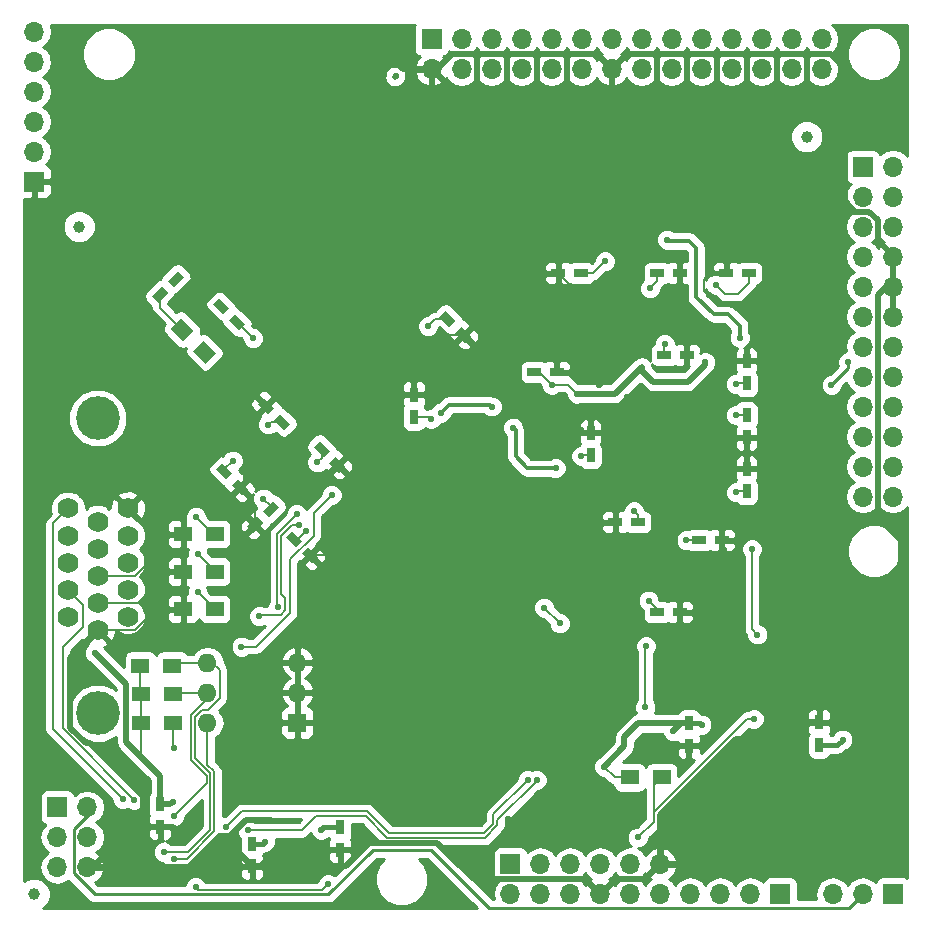
<source format=gbl>
G04 #@! TF.FileFunction,Copper,L2,Bot,Signal*
%FSLAX46Y46*%
G04 Gerber Fmt 4.6, Leading zero omitted, Abs format (unit mm)*
G04 Created by KiCad (PCBNEW 4.0.6) date Tuesday, July 11, 2017 'AMt' 12:39:54 AM*
%MOMM*%
%LPD*%
G01*
G04 APERTURE LIST*
%ADD10C,0.100000*%
%ADD11C,3.700000*%
%ADD12C,1.760000*%
%ADD13C,1.000000*%
%ADD14R,1.500000X1.300000*%
%ADD15R,1.700000X1.700000*%
%ADD16O,1.700000X1.700000*%
%ADD17R,0.750000X1.200000*%
%ADD18R,1.200000X0.750000*%
%ADD19R,1.600000X1.600000*%
%ADD20O,1.600000X1.600000*%
%ADD21C,0.584200*%
%ADD22C,0.508000*%
%ADD23C,0.152400*%
%ADD24C,0.355600*%
%ADD25C,0.254000*%
%ADD26C,0.406400*%
%ADD27C,0.304800*%
G04 APERTURE END LIST*
D10*
D11*
X78105000Y-75265000D03*
X78105000Y-100255000D03*
D12*
X80645000Y-92075000D03*
X80645000Y-89785000D03*
X80645000Y-87495000D03*
X80645000Y-85205000D03*
X80645000Y-82915000D03*
X78105000Y-93215000D03*
X78105000Y-90925000D03*
X78105000Y-88635000D03*
X78105000Y-86345000D03*
X78105000Y-84055000D03*
X75565000Y-92075000D03*
X75565000Y-89785000D03*
X75565000Y-87495000D03*
X75565000Y-85205000D03*
X75565000Y-82915000D03*
D13*
X72707500Y-115570000D03*
X138112500Y-51435000D03*
D10*
G36*
X87856320Y-65640950D02*
X88386650Y-65110620D01*
X89235178Y-65959148D01*
X88704848Y-66489478D01*
X87856320Y-65640950D01*
X87856320Y-65640950D01*
G37*
G36*
X89199822Y-66984452D02*
X89730152Y-66454122D01*
X90578680Y-67302650D01*
X90048350Y-67832980D01*
X89199822Y-66984452D01*
X89199822Y-66984452D01*
G37*
G36*
X84866750Y-62773820D02*
X85397080Y-63304150D01*
X84548552Y-64152678D01*
X84018222Y-63622348D01*
X84866750Y-62773820D01*
X84866750Y-62773820D01*
G37*
G36*
X83523248Y-64117322D02*
X84053578Y-64647652D01*
X83205050Y-65496180D01*
X82674720Y-64965850D01*
X83523248Y-64117322D01*
X83523248Y-64117322D01*
G37*
G36*
X94053920Y-85351350D02*
X94584250Y-84821020D01*
X95432778Y-85669548D01*
X94902448Y-86199878D01*
X94053920Y-85351350D01*
X94053920Y-85351350D01*
G37*
G36*
X95397422Y-86694852D02*
X95927752Y-86164522D01*
X96776280Y-87013050D01*
X96245950Y-87543380D01*
X95397422Y-86694852D01*
X95397422Y-86694852D01*
G37*
G36*
X84250357Y-67707095D02*
X85169595Y-66787857D01*
X86230255Y-67848517D01*
X85311017Y-68767755D01*
X84250357Y-67707095D01*
X84250357Y-67707095D01*
G37*
G36*
X86159545Y-69616283D02*
X87078783Y-68697045D01*
X88139443Y-69757705D01*
X87220205Y-70676943D01*
X86159545Y-69616283D01*
X86159545Y-69616283D01*
G37*
D14*
X88027500Y-91440000D03*
X85327500Y-91440000D03*
X88027500Y-88265000D03*
X85327500Y-88265000D03*
X88027500Y-85090000D03*
X85327500Y-85090000D03*
D15*
X142875000Y-53975000D03*
D16*
X145415000Y-53975000D03*
X142875000Y-56515000D03*
X145415000Y-56515000D03*
X142875000Y-59055000D03*
X145415000Y-59055000D03*
X142875000Y-61595000D03*
X145415000Y-61595000D03*
X142875000Y-64135000D03*
X145415000Y-64135000D03*
X142875000Y-66675000D03*
X145415000Y-66675000D03*
X142875000Y-69215000D03*
X145415000Y-69215000D03*
X142875000Y-71755000D03*
X145415000Y-71755000D03*
X142875000Y-74295000D03*
X145415000Y-74295000D03*
X142875000Y-76835000D03*
X145415000Y-76835000D03*
X142875000Y-79375000D03*
X145415000Y-79375000D03*
X142875000Y-81915000D03*
X145415000Y-81915000D03*
D15*
X74676000Y-108204000D03*
D16*
X77216000Y-108204000D03*
X74676000Y-110744000D03*
X77216000Y-110744000D03*
X74676000Y-113284000D03*
X77216000Y-113284000D03*
D15*
X135890000Y-115570000D03*
D16*
X133350000Y-115570000D03*
X130810000Y-115570000D03*
X128270000Y-115570000D03*
X125730000Y-115570000D03*
X123190000Y-115570000D03*
X120650000Y-115570000D03*
X118110000Y-115570000D03*
X115570000Y-115570000D03*
X113030000Y-115570000D03*
D17*
X83375500Y-107952500D03*
X83375500Y-109852500D03*
X98615500Y-109921000D03*
X98615500Y-111821000D03*
D10*
G36*
X107033320Y-66707750D02*
X107563650Y-66177420D01*
X108412178Y-67025948D01*
X107881848Y-67556278D01*
X107033320Y-66707750D01*
X107033320Y-66707750D01*
G37*
G36*
X108376822Y-68051252D02*
X108907152Y-67520922D01*
X109755680Y-68369450D01*
X109225350Y-68899780D01*
X108376822Y-68051252D01*
X108376822Y-68051252D01*
G37*
G36*
X96378020Y-77705950D02*
X96908350Y-77175620D01*
X97756878Y-78024148D01*
X97226548Y-78554478D01*
X96378020Y-77705950D01*
X96378020Y-77705950D01*
G37*
G36*
X97721522Y-79049452D02*
X98251852Y-78519122D01*
X99100380Y-79367650D01*
X98570050Y-79897980D01*
X97721522Y-79049452D01*
X97721522Y-79049452D01*
G37*
G36*
X94388680Y-75735450D02*
X93858350Y-76265780D01*
X93009822Y-75417252D01*
X93540152Y-74886922D01*
X94388680Y-75735450D01*
X94388680Y-75735450D01*
G37*
G36*
X93045178Y-74391948D02*
X92514848Y-74922278D01*
X91666320Y-74073750D01*
X92196650Y-73543420D01*
X93045178Y-74391948D01*
X93045178Y-74391948D01*
G37*
G36*
X92931250Y-82242920D02*
X93461580Y-82773250D01*
X92613052Y-83621778D01*
X92082722Y-83091448D01*
X92931250Y-82242920D01*
X92931250Y-82242920D01*
G37*
G36*
X91587748Y-83586422D02*
X92118078Y-84116752D01*
X91269550Y-84965280D01*
X90739220Y-84434950D01*
X91587748Y-83586422D01*
X91587748Y-83586422D01*
G37*
D17*
X104863900Y-75168800D03*
X104863900Y-73268800D03*
D15*
X113030000Y-113030000D03*
D16*
X115570000Y-113030000D03*
X118110000Y-113030000D03*
X120650000Y-113030000D03*
X123190000Y-113030000D03*
X125730000Y-113030000D03*
D17*
X128143000Y-101094500D03*
X128143000Y-102994500D03*
X139192000Y-102931000D03*
X139192000Y-101031000D03*
X91186000Y-111318000D03*
X91186000Y-113218000D03*
D15*
X145415000Y-115570000D03*
D16*
X142875000Y-115570000D03*
X140335000Y-115570000D03*
D15*
X72707500Y-55245000D03*
D16*
X72707500Y-52705000D03*
X72707500Y-50165000D03*
X72707500Y-47625000D03*
X72707500Y-45085000D03*
X72707500Y-42545000D03*
D15*
X106362500Y-43180000D03*
D16*
X106362500Y-45720000D03*
X108902500Y-43180000D03*
X108902500Y-45720000D03*
X111442500Y-43180000D03*
X111442500Y-45720000D03*
X113982500Y-43180000D03*
X113982500Y-45720000D03*
X116522500Y-43180000D03*
X116522500Y-45720000D03*
X119062500Y-43180000D03*
X119062500Y-45720000D03*
X121602500Y-43180000D03*
X121602500Y-45720000D03*
X124142500Y-43180000D03*
X124142500Y-45720000D03*
X126682500Y-43180000D03*
X126682500Y-45720000D03*
X129222500Y-43180000D03*
X129222500Y-45720000D03*
X131762500Y-43180000D03*
X131762500Y-45720000D03*
X134302500Y-43180000D03*
X134302500Y-45720000D03*
X136842500Y-43180000D03*
X136842500Y-45720000D03*
X139382500Y-43180000D03*
X139382500Y-45720000D03*
D18*
X118996500Y-62992000D03*
X117096500Y-62992000D03*
X125478500Y-62992000D03*
X127378500Y-62992000D03*
X126072860Y-69918580D03*
X127972860Y-69918580D03*
X133220500Y-62992000D03*
X131320500Y-62992000D03*
D17*
X133032500Y-72324000D03*
X133032500Y-70424000D03*
X133032500Y-74996000D03*
X133032500Y-76896000D03*
X133032500Y-81468000D03*
X133032500Y-79568000D03*
D18*
X129034500Y-85598000D03*
X130934500Y-85598000D03*
X125478500Y-91694000D03*
X127378500Y-91694000D03*
X123822500Y-84074000D03*
X121922500Y-84074000D03*
D10*
G36*
X88110320Y-79598250D02*
X88640650Y-79067920D01*
X89489178Y-79916448D01*
X88958848Y-80446778D01*
X88110320Y-79598250D01*
X88110320Y-79598250D01*
G37*
G36*
X89453822Y-80941752D02*
X89984152Y-80411422D01*
X90832680Y-81259950D01*
X90302350Y-81790280D01*
X89453822Y-80941752D01*
X89453822Y-80941752D01*
G37*
D17*
X119824500Y-78420000D03*
X119824500Y-76520000D03*
D18*
X115064500Y-71374000D03*
X116964500Y-71374000D03*
D14*
X81796900Y-101041200D03*
X84496900Y-101041200D03*
X81746100Y-98602800D03*
X84446100Y-98602800D03*
X81720700Y-96215200D03*
X84420700Y-96215200D03*
D19*
X95008700Y-101041200D03*
D20*
X87388700Y-95961200D03*
X95008700Y-98501200D03*
X87388700Y-98501200D03*
X95008700Y-95961200D03*
X87388700Y-101041200D03*
D13*
X76517500Y-59055000D03*
D14*
X123148100Y-105689400D03*
X125848100Y-105689400D03*
D21*
X126834900Y-101777800D03*
X77851000Y-95135700D03*
X116865400Y-79502000D03*
X111455200Y-74282300D03*
X113258600Y-76073000D03*
X107162600Y-74803000D03*
X132461000Y-68440300D03*
X126288800Y-60147200D03*
X96685100Y-79006700D03*
X92125800Y-82080100D03*
X89535000Y-78867000D03*
X92532200Y-75806300D03*
X106337100Y-75311000D03*
X106057700Y-67487800D03*
X124861320Y-64282320D03*
X141655800Y-70530720D03*
X140223240Y-72450960D03*
X130423920Y-63962280D03*
X126095760Y-68991480D03*
X132100320Y-72359520D03*
X132115560Y-74988420D03*
X132138420Y-81549240D03*
X127934720Y-85608160D03*
X123502420Y-83154520D03*
X124736860Y-90721180D03*
X119009160Y-78468220D03*
X116540280Y-72456040D03*
X121056400Y-61986160D03*
X120967500Y-104775000D03*
X129540000Y-70548500D03*
X118681500Y-73215500D03*
X103314500Y-46291500D03*
X84455000Y-107759500D03*
X97028000Y-110109000D03*
X92265500Y-111125000D03*
X129222500Y-101219000D03*
X141160500Y-102489000D03*
X91249500Y-68503800D03*
X86550500Y-86766400D03*
X86550500Y-89966800D03*
X86423500Y-83616800D03*
X95719900Y-84810600D03*
X99352100Y-83248500D03*
X98005900Y-86207600D03*
X105854500Y-71818500D03*
X102870000Y-73063100D03*
X101968300Y-68338700D03*
X97409000Y-79984600D03*
X91325700Y-82829400D03*
X90449400Y-79768700D03*
X91694000Y-75120500D03*
X106311700Y-73279000D03*
X107124500Y-68402200D03*
X122628660Y-70967600D03*
X118193820Y-71414640D03*
X121066560Y-64363600D03*
X127726440Y-61539120D03*
X129753360Y-69220080D03*
X127269240Y-74020680D03*
X129448560Y-78105000D03*
X129987040Y-80690720D03*
X131328160Y-84104480D03*
X121310400Y-71932800D03*
X122910600Y-73494900D03*
X125806200Y-84886800D03*
X117713760Y-75590400D03*
X127581660Y-86674960D03*
X124137420Y-72560180D03*
X119440960Y-74249280D03*
X120538240Y-72440800D03*
X129867660Y-64869060D03*
X127970280Y-69049900D03*
X134018020Y-70535800D03*
X132120640Y-77038200D03*
X131963160Y-79461360D03*
X131102100Y-86464140D03*
X121866660Y-83096100D03*
X128564640Y-91782900D03*
X119032020Y-76296520D03*
X141820900Y-51638200D03*
X124625100Y-103200200D03*
X122669300Y-108508800D03*
X114592100Y-109016800D03*
X112839500Y-109220000D03*
X133794500Y-102425500D03*
X92646500Y-109283500D03*
X88455500Y-110617000D03*
X84772500Y-110109000D03*
X92710000Y-112268000D03*
X96393000Y-111061500D03*
X129476500Y-102425500D03*
X141097000Y-101282500D03*
X81153000Y-107569000D03*
X80200500Y-107505500D03*
X124460000Y-99758500D03*
X124523500Y-94551500D03*
X117221000Y-92646500D03*
X115887500Y-91313000D03*
X94932500Y-83413600D03*
X93357700Y-91274900D03*
X95148400Y-84328000D03*
X91770200Y-92036900D03*
X97904300Y-81762600D03*
X90271600Y-94615000D03*
X84569300Y-103174800D03*
X84518500Y-112572800D03*
X84594700Y-108940600D03*
X83680300Y-112014000D03*
X133946900Y-93586300D03*
X133642100Y-100723700D03*
X123825000Y-110769400D03*
X97586800Y-114731800D03*
X86385400Y-114998500D03*
X133489700Y-86334600D03*
X88938100Y-109867700D03*
X114490500Y-105918000D03*
X115277900Y-105918000D03*
X90792300Y-110172500D03*
D22*
X122682000Y-103060500D02*
X122682000Y-102298500D01*
X123886000Y-101094500D02*
X127518200Y-101094500D01*
X122682000Y-102298500D02*
X123886000Y-101094500D01*
X126834900Y-101777800D02*
X127518200Y-101094500D01*
X127518200Y-101094500D02*
X128143000Y-101094500D01*
D23*
X123148100Y-105689400D02*
X121881900Y-105689400D01*
X121881900Y-105689400D02*
X120967500Y-104775000D01*
D22*
X83375500Y-107952500D02*
X83375500Y-105549700D01*
X80530700Y-97815400D02*
X77851000Y-95135700D01*
X80530700Y-102704900D02*
X80530700Y-97815400D01*
X83375500Y-105549700D02*
X80530700Y-102704900D01*
D24*
X113474500Y-77279500D02*
X113474500Y-76288900D01*
X113474500Y-77279500D02*
X113474500Y-78511400D01*
X113474500Y-78511400D02*
X114465100Y-79502000D01*
X114465100Y-79502000D02*
X116865400Y-79502000D01*
X107848400Y-74117200D02*
X107162600Y-74803000D01*
X111290100Y-74117200D02*
X107848400Y-74117200D01*
X111455200Y-74282300D02*
X111290100Y-74117200D01*
X113474500Y-76288900D02*
X113258600Y-76073000D01*
X132461000Y-67462400D02*
X132461000Y-68440300D01*
X131483100Y-66484500D02*
X132461000Y-67462400D01*
X130238500Y-66484500D02*
X131483100Y-66484500D01*
X128765300Y-65011300D02*
X130238500Y-66484500D01*
X128765300Y-60845700D02*
X128765300Y-65011300D01*
X128193800Y-60274200D02*
X128765300Y-60845700D01*
X126415800Y-60274200D02*
X128193800Y-60274200D01*
X126288800Y-60147200D02*
X126415800Y-60274200D01*
D23*
X97067449Y-78624351D02*
X97067449Y-77865049D01*
X96685100Y-79006700D02*
X97067449Y-78624351D01*
X92125800Y-82080100D02*
X92772151Y-82726451D01*
X92772151Y-82726451D02*
X92772151Y-82932349D01*
X89535000Y-78867000D02*
X88799749Y-79602251D01*
X88799749Y-79602251D02*
X88799749Y-79757349D01*
X92762149Y-75576351D02*
X93699251Y-75576351D01*
X92532200Y-75806300D02*
X92762149Y-75576351D01*
X106337100Y-75311000D02*
X106194900Y-75168800D01*
X106194900Y-75168800D02*
X104863900Y-75168800D01*
X106057700Y-67487800D02*
X106678651Y-66866849D01*
X106678651Y-66866849D02*
X107722749Y-66866849D01*
X125478500Y-63665140D02*
X125478500Y-62992000D01*
X124861320Y-64282320D02*
X125478500Y-63665140D01*
D25*
X141655800Y-71018400D02*
X141655800Y-70530720D01*
X140223240Y-72450960D02*
X141655800Y-71018400D01*
D23*
X133220500Y-63863180D02*
X133220500Y-62992000D01*
X132344160Y-64739520D02*
X133220500Y-63863180D01*
X131201160Y-64739520D02*
X132344160Y-64739520D01*
X130423920Y-63962280D02*
X131201160Y-64739520D01*
X126072860Y-69014380D02*
X126072860Y-69918580D01*
X126095760Y-68991480D02*
X126072860Y-69014380D01*
X132135840Y-72324000D02*
X133032500Y-72324000D01*
X132100320Y-72359520D02*
X132135840Y-72324000D01*
X132123140Y-74996000D02*
X133032500Y-74996000D01*
X132115560Y-74988420D02*
X132123140Y-74996000D01*
X132219660Y-81468000D02*
X133032500Y-81468000D01*
X132138420Y-81549240D02*
X132219660Y-81468000D01*
X129034500Y-85598000D02*
X127944880Y-85598000D01*
X127944880Y-85598000D02*
X127934720Y-85608160D01*
X123822500Y-83474600D02*
X123822500Y-84074000D01*
X123502420Y-83154520D02*
X123822500Y-83474600D01*
X124736860Y-90721180D02*
X125478500Y-91462820D01*
X125478500Y-91462820D02*
X125478500Y-91694000D01*
X119057380Y-78420000D02*
X119824500Y-78420000D01*
X119009160Y-78468220D02*
X119057380Y-78420000D01*
X116540280Y-72456040D02*
X117922040Y-72456040D01*
X117922040Y-72456040D02*
X118681500Y-73215500D01*
X116540280Y-72456040D02*
X115458240Y-71374000D01*
X115458240Y-71374000D02*
X115064500Y-71374000D01*
X120050560Y-62992000D02*
X118996500Y-62992000D01*
X121056400Y-61986160D02*
X120050560Y-62992000D01*
D22*
X122682000Y-103060500D02*
X120967500Y-104775000D01*
D23*
X83375500Y-107952500D02*
X83375500Y-105460800D01*
X81796900Y-103882200D02*
X81796900Y-101041200D01*
X83375500Y-105460800D02*
X81796900Y-103882200D01*
X81746100Y-98602800D02*
X81746100Y-100990400D01*
X81746100Y-100990400D02*
X81796900Y-101041200D01*
X81720700Y-96215200D02*
X81720700Y-98577400D01*
X81720700Y-98577400D02*
X81746100Y-98602800D01*
D22*
X124142500Y-70929500D02*
X124142500Y-71247000D01*
X124142500Y-70929500D02*
X121856500Y-73215500D01*
X121856500Y-73215500D02*
X118681500Y-73215500D01*
X129540000Y-70739000D02*
X129540000Y-70548500D01*
X128079500Y-72199500D02*
X129540000Y-70739000D01*
X125095000Y-72199500D02*
X128079500Y-72199500D01*
X124142500Y-71247000D02*
X125095000Y-72199500D01*
X103314500Y-46291500D02*
X103238300Y-46367700D01*
X84262000Y-107952500D02*
X83375500Y-107952500D01*
X84455000Y-107759500D02*
X84262000Y-107952500D01*
D26*
X98615500Y-109921000D02*
X97216000Y-109921000D01*
X97216000Y-109921000D02*
X97028000Y-110109000D01*
X92072500Y-111318000D02*
X91186000Y-111318000D01*
X92265500Y-111125000D02*
X92072500Y-111318000D01*
X129098000Y-101094500D02*
X128143000Y-101094500D01*
X129222500Y-101219000D02*
X129098000Y-101094500D01*
X140718500Y-102931000D02*
X139192000Y-102931000D01*
X141160500Y-102489000D02*
X140718500Y-102931000D01*
D23*
X91249500Y-68503800D02*
X89889251Y-67143551D01*
X83364149Y-64806751D02*
X83364149Y-65901649D01*
X83364149Y-65901649D02*
X85240306Y-67777806D01*
X86550500Y-86766400D02*
X88027500Y-88243400D01*
X88027500Y-88243400D02*
X88027500Y-88265000D01*
X86550500Y-89966800D02*
X88023700Y-91440000D01*
X88023700Y-91440000D02*
X88027500Y-91440000D01*
X86423500Y-83616800D02*
X87896700Y-85090000D01*
X87896700Y-85090000D02*
X88027500Y-85090000D01*
X95719900Y-84810600D02*
X95020051Y-85510449D01*
X95020051Y-85510449D02*
X94743349Y-85510449D01*
D27*
X99326700Y-68338700D02*
X101968300Y-68338700D01*
X97815400Y-69850000D02*
X99326700Y-68338700D01*
X97815400Y-76250800D02*
X97815400Y-69850000D01*
X99822000Y-78257400D02*
X97815400Y-76250800D01*
X99822000Y-82778600D02*
X99822000Y-78257400D01*
X99352100Y-83248500D02*
X99822000Y-82778600D01*
D23*
X96086851Y-86853951D02*
X97359549Y-86853951D01*
X97359549Y-86853951D02*
X98005900Y-86207600D01*
D24*
X110490000Y-62572900D02*
X110490000Y-65176400D01*
X106108500Y-71564500D02*
X105854500Y-71818500D01*
X109931200Y-71564500D02*
X106108500Y-71564500D01*
X111823500Y-69672200D02*
X109931200Y-71564500D01*
X111823500Y-66509900D02*
X111823500Y-69672200D01*
X110490000Y-65176400D02*
X111823500Y-66509900D01*
X109296200Y-63766700D02*
X109296200Y-65366900D01*
X105892600Y-70040500D02*
X102870000Y-73063100D01*
X110375700Y-70040500D02*
X105892600Y-70040500D01*
X111048800Y-69367400D02*
X110375700Y-70040500D01*
X111048800Y-67119500D02*
X111048800Y-69367400D01*
X109296200Y-65366900D02*
X111048800Y-67119500D01*
X109169200Y-63766700D02*
X107353100Y-63766700D01*
X102781100Y-68338700D02*
X101968300Y-68338700D01*
X107353100Y-63766700D02*
X102781100Y-68338700D01*
X114928650Y-54229000D02*
X114928650Y-58134250D01*
X109296200Y-63766700D02*
X109169200Y-63766700D01*
X114928650Y-58134250D02*
X110490000Y-62572900D01*
X110490000Y-62572900D02*
X109296200Y-63766700D01*
D23*
X98410951Y-79208551D02*
X98185049Y-79208551D01*
X98185049Y-79208551D02*
X97409000Y-79984600D01*
X91325700Y-82829400D02*
X91428649Y-82932349D01*
X91428649Y-82932349D02*
X91428649Y-84275851D01*
X90143251Y-81100851D02*
X90247549Y-81100851D01*
X90247549Y-81100851D02*
X90449400Y-80899000D01*
X90449400Y-80899000D02*
X90449400Y-79768700D01*
X91694000Y-75120500D02*
X92355749Y-74458751D01*
X92355749Y-74458751D02*
X92355749Y-74232849D01*
X106311700Y-73279000D02*
X106301500Y-73268800D01*
X106301500Y-73268800D02*
X104863900Y-73268800D01*
X107124500Y-68402200D02*
X107316349Y-68210351D01*
X107316349Y-68210351D02*
X109066251Y-68210351D01*
X85327500Y-85090000D02*
X84137500Y-85090000D01*
X81227500Y-88635000D02*
X78105000Y-88635000D01*
X82105500Y-87757000D02*
X81227500Y-88635000D01*
X82105500Y-87122000D02*
X82105500Y-87757000D01*
X84137500Y-85090000D02*
X82105500Y-87122000D01*
X85327500Y-88265000D02*
X84137500Y-88265000D01*
X81477500Y-90925000D02*
X78105000Y-90925000D01*
X84137500Y-88265000D02*
X81477500Y-90925000D01*
X85327500Y-91440000D02*
X82994500Y-91440000D01*
X81219500Y-93215000D02*
X78105000Y-93215000D01*
X82994500Y-91440000D02*
X81219500Y-93215000D01*
D22*
X122642630Y-69109590D02*
X122642630Y-70953630D01*
X122642630Y-70953630D02*
X122628660Y-70967600D01*
X122642630Y-69109590D02*
X121916190Y-69109590D01*
X121066560Y-68259960D02*
X121066560Y-64363600D01*
X121916190Y-69109590D02*
X121066560Y-68259960D01*
X120337580Y-71414640D02*
X118193820Y-71414640D01*
X122740420Y-69011800D02*
X122642630Y-69109590D01*
X122642630Y-69109590D02*
X120337580Y-71414640D01*
X122740420Y-62110620D02*
X122740420Y-69011800D01*
D23*
X118193820Y-71414640D02*
X118153180Y-71374000D01*
X121066560Y-64363600D02*
X120870980Y-64168020D01*
X120870980Y-64168020D02*
X118272520Y-64168020D01*
D22*
X138112500Y-47625000D02*
X138112500Y-47929800D01*
X138112500Y-47929800D02*
X141820900Y-51638200D01*
X138112500Y-44450000D02*
X138112500Y-47625000D01*
X138112500Y-47625000D02*
X135572500Y-50165000D01*
X135572500Y-44450000D02*
X135572500Y-50165000D01*
X135572500Y-50165000D02*
X135572500Y-55880000D01*
X133032500Y-44450000D02*
X133032500Y-55880000D01*
X130492500Y-44450000D02*
X130492500Y-53975000D01*
X127952500Y-44450000D02*
X127952500Y-51435000D01*
X141338300Y-55880000D02*
X135572500Y-55880000D01*
X135572500Y-55880000D02*
X133032500Y-55880000D01*
X133032500Y-55880000D02*
X132397500Y-55880000D01*
X132397500Y-55880000D02*
X130492500Y-53975000D01*
X130492500Y-53975000D02*
X127952500Y-51435000D01*
X125412500Y-48895000D02*
X125412500Y-44450000D01*
X127952500Y-51435000D02*
X125412500Y-48895000D01*
X110172500Y-44450000D02*
X110172500Y-46990000D01*
X112077500Y-48895000D02*
X112077500Y-49530000D01*
X110172500Y-46990000D02*
X112077500Y-48895000D01*
X112712500Y-44450000D02*
X112712500Y-48895000D01*
X112712500Y-48895000D02*
X112077500Y-49530000D01*
X112077500Y-49530000D02*
X112077500Y-51447700D01*
X115252500Y-44450000D02*
X115252500Y-50165000D01*
X114928650Y-54298850D02*
X114928650Y-54229000D01*
X114928650Y-54229000D02*
X114928650Y-50488850D01*
X114928650Y-50488850D02*
X115252500Y-50165000D01*
X117792500Y-47625000D02*
X117792500Y-44450000D01*
X115252500Y-50165000D02*
X117792500Y-47625000D01*
D23*
X127378500Y-62992000D02*
X127378500Y-61887060D01*
X127378500Y-61887060D02*
X127726440Y-61539120D01*
D25*
X129753360Y-69220080D02*
X130469640Y-69936360D01*
X130469640Y-69936360D02*
X130469640Y-71003160D01*
X130469640Y-71003160D02*
X127675640Y-73797160D01*
X127675640Y-73797160D02*
X125374400Y-73797160D01*
X127269240Y-74020680D02*
X127045720Y-73797160D01*
X127045720Y-73797160D02*
X125374400Y-73797160D01*
X127581660Y-76238100D02*
X125387100Y-76238100D01*
X129448560Y-78105000D02*
X127581660Y-76238100D01*
X129987040Y-80690720D02*
X125534420Y-76238100D01*
X125534420Y-76238100D02*
X125387100Y-76238100D01*
X131328160Y-84104480D02*
X129026920Y-81803240D01*
X129026920Y-81803240D02*
X129026920Y-79877920D01*
X129026920Y-79877920D02*
X125387100Y-76238100D01*
D22*
X122910600Y-73494900D02*
X123710700Y-74295000D01*
X123710700Y-74295000D02*
X123710700Y-76276200D01*
D25*
X123710700Y-77914500D02*
X123710700Y-76276200D01*
X125234700Y-79438500D02*
X123710700Y-77914500D01*
X125234700Y-84315300D02*
X125234700Y-79438500D01*
X125806200Y-84886800D02*
X125234700Y-84315300D01*
X118404640Y-74899520D02*
X118790720Y-74899520D01*
X117713760Y-75590400D02*
X118404640Y-74899520D01*
D23*
X127127000Y-77978000D02*
X125387100Y-76238100D01*
X127127000Y-86220300D02*
X127127000Y-77978000D01*
X127581660Y-86674960D02*
X127127000Y-86220300D01*
D22*
X124137420Y-72560180D02*
X125374400Y-73797160D01*
X125374400Y-73797160D02*
X125387100Y-73809860D01*
X125387100Y-73809860D02*
X125387100Y-76238100D01*
X121310400Y-71932800D02*
X121046240Y-71932800D01*
X119440960Y-74249280D02*
X118790720Y-74899520D01*
X121046240Y-71932800D02*
X120538240Y-72440800D01*
X122628660Y-70967600D02*
X122288300Y-70967600D01*
X121323100Y-71932800D02*
X121310400Y-71932800D01*
X122288300Y-70967600D02*
X121323100Y-71932800D01*
X106362500Y-45720000D02*
X106362500Y-45732700D01*
X106362500Y-45732700D02*
X112077500Y-51447700D01*
X112077500Y-51447700D02*
X114928650Y-54298850D01*
X114928650Y-54298850D02*
X122740420Y-62110620D01*
X104889300Y-45720000D02*
X103946960Y-45720000D01*
X75178920Y-55245000D02*
X72707500Y-55245000D01*
X83149440Y-47274480D02*
X75178920Y-55245000D01*
X99103180Y-47274480D02*
X83149440Y-47274480D01*
X101003100Y-45374560D02*
X99103180Y-47274480D01*
X103601520Y-45374560D02*
X101003100Y-45374560D01*
X103946960Y-45720000D02*
X103601520Y-45374560D01*
X146113500Y-100652580D02*
X146113500Y-110291880D01*
X131919980Y-113030000D02*
X125730000Y-113030000D01*
X134195820Y-110754160D02*
X131919980Y-113030000D01*
X136347200Y-110754160D02*
X134195820Y-110754160D01*
X138163300Y-112570260D02*
X136347200Y-110754160D01*
X143835120Y-112570260D02*
X138163300Y-112570260D01*
X146113500Y-110291880D02*
X143835120Y-112570260D01*
X145415000Y-64135000D02*
X144866360Y-64135000D01*
X144866360Y-64135000D02*
X144142460Y-64858900D01*
X141145260Y-101330760D02*
X141097000Y-101282500D01*
X145435320Y-101330760D02*
X141145260Y-101330760D01*
X146113500Y-100652580D02*
X145435320Y-101330760D01*
X146113500Y-85595460D02*
X146113500Y-100652580D01*
X144142460Y-83624420D02*
X146113500Y-85595460D01*
X144142460Y-64858900D02*
X144142460Y-83624420D01*
D23*
X129999740Y-62992000D02*
X131320500Y-62992000D01*
X129471420Y-63520320D02*
X129999740Y-62992000D01*
X129471420Y-64472820D02*
X129471420Y-63520320D01*
X129867660Y-64869060D02*
X129471420Y-64472820D01*
X127972860Y-69052480D02*
X127972860Y-69918580D01*
X127970280Y-69049900D02*
X127972860Y-69052480D01*
X133906220Y-70424000D02*
X133032500Y-70424000D01*
X134018020Y-70535800D02*
X133906220Y-70424000D01*
X132262840Y-76896000D02*
X133032500Y-76896000D01*
X132120640Y-77038200D02*
X132262840Y-76896000D01*
X132069800Y-79568000D02*
X133032500Y-79568000D01*
X131963160Y-79461360D02*
X132069800Y-79568000D01*
X130934500Y-86296540D02*
X130934500Y-85598000D01*
X131102100Y-86464140D02*
X130934500Y-86296540D01*
X121922500Y-83151940D02*
X121922500Y-84074000D01*
X121866660Y-83096100D02*
X121922500Y-83151940D01*
X128475740Y-91694000D02*
X127378500Y-91694000D01*
X128564640Y-91782900D02*
X128475740Y-91694000D01*
X119255500Y-76520000D02*
X119824500Y-76520000D01*
X119032020Y-76296520D02*
X119255500Y-76520000D01*
X118153180Y-71374000D02*
X116964500Y-71374000D01*
X118272520Y-64168020D02*
X117096500Y-62992000D01*
D22*
X104889300Y-45720000D02*
X106362500Y-45720000D01*
X141820900Y-51638200D02*
X141820900Y-46050200D01*
X140220700Y-44450000D02*
X138112500Y-44450000D01*
X141820900Y-46050200D02*
X140220700Y-44450000D01*
X138112500Y-44450000D02*
X135572500Y-44450000D01*
X135572500Y-44450000D02*
X133032500Y-44450000D01*
X133032500Y-44450000D02*
X130492500Y-44450000D01*
X130492500Y-44450000D02*
X127952500Y-44450000D01*
X127952500Y-44450000D02*
X125412500Y-44450000D01*
X122872500Y-44450000D02*
X121602500Y-45720000D01*
X125412500Y-44450000D02*
X122872500Y-44450000D01*
X106362500Y-45720000D02*
X106819700Y-45720000D01*
X106819700Y-45720000D02*
X108089700Y-44450000D01*
X108089700Y-44450000D02*
X110172500Y-44450000D01*
X110172500Y-44450000D02*
X112712500Y-44450000D01*
X112712500Y-44450000D02*
X115252500Y-44450000D01*
X115252500Y-44450000D02*
X117792500Y-44450000D01*
X120332500Y-44450000D02*
X121602500Y-45720000D01*
X117792500Y-44450000D02*
X120332500Y-44450000D01*
X91186000Y-113218000D02*
X99087900Y-113218000D01*
X106834900Y-111277400D02*
X108775500Y-113218000D01*
X101028500Y-111277400D02*
X106834900Y-111277400D01*
X99087900Y-113218000D02*
X101028500Y-111277400D01*
X145415000Y-61595000D02*
X145415000Y-61506100D01*
X145415000Y-61506100D02*
X144132300Y-60223400D01*
X141338300Y-52120800D02*
X141820900Y-51638200D01*
X141338300Y-55880000D02*
X141338300Y-52120800D01*
X141338300Y-56870600D02*
X141338300Y-55880000D01*
X142252700Y-57785000D02*
X141338300Y-56870600D01*
X143395700Y-57785000D02*
X142252700Y-57785000D01*
X144132300Y-58521600D02*
X143395700Y-57785000D01*
X144132300Y-60223400D02*
X144132300Y-58521600D01*
X128143000Y-102994500D02*
X124830800Y-102994500D01*
X124830800Y-102994500D02*
X124625100Y-103200200D01*
D24*
X121297700Y-109880400D02*
X122669300Y-108508800D01*
X115455700Y-109880400D02*
X121297700Y-109880400D01*
X114592100Y-109016800D02*
X115455700Y-109880400D01*
D22*
X78105000Y-93215000D02*
X78546500Y-93215000D01*
X108775500Y-113218000D02*
X109730500Y-113218000D01*
X109730500Y-113218000D02*
X112839500Y-110109000D01*
X112839500Y-110109000D02*
X112839500Y-109220000D01*
X139192000Y-101031000D02*
X137538500Y-101031000D01*
X136144000Y-102425500D02*
X133794500Y-102425500D01*
X137538500Y-101031000D02*
X136144000Y-102425500D01*
X125730000Y-113030000D02*
X125730000Y-108839000D01*
X132143500Y-102425500D02*
X133794500Y-102425500D01*
X125730000Y-108839000D02*
X132143500Y-102425500D01*
X120650000Y-115570000D02*
X120713500Y-115570000D01*
X120713500Y-115570000D02*
X121983500Y-114300000D01*
X121983500Y-114300000D02*
X124460000Y-114300000D01*
X124460000Y-114300000D02*
X125730000Y-113030000D01*
X108775500Y-113218000D02*
X108836500Y-113218000D01*
X108836500Y-113218000D02*
X109918500Y-114300000D01*
X109918500Y-114300000D02*
X119380000Y-114300000D01*
X119380000Y-114300000D02*
X120650000Y-115570000D01*
X89217500Y-110617000D02*
X89662000Y-110617000D01*
X89979500Y-112011500D02*
X91186000Y-113218000D01*
X89979500Y-110934500D02*
X89979500Y-112011500D01*
X89662000Y-110617000D02*
X89979500Y-110934500D01*
X88455500Y-110617000D02*
X89217500Y-110617000D01*
X89217500Y-110617000D02*
X89281000Y-110617000D01*
X90614500Y-109283500D02*
X92646500Y-109283500D01*
X89281000Y-110617000D02*
X90614500Y-109283500D01*
X77216000Y-113284000D02*
X85788500Y-113284000D01*
X85788500Y-113284000D02*
X88455500Y-110617000D01*
X84772500Y-110109000D02*
X84516000Y-109852500D01*
X84516000Y-109852500D02*
X83375500Y-109852500D01*
X77216000Y-113284000D02*
X77724000Y-113284000D01*
X77724000Y-113284000D02*
X81915000Y-109093000D01*
X81915000Y-109093000D02*
X81915000Y-107251500D01*
X81915000Y-107251500D02*
X77470000Y-102806500D01*
X77470000Y-102806500D02*
X77089000Y-102806500D01*
X77089000Y-102806500D02*
X75755500Y-101473000D01*
X75755500Y-101473000D02*
X75755500Y-95564500D01*
X75755500Y-95564500D02*
X78105000Y-93215000D01*
D26*
X91760000Y-113218000D02*
X91186000Y-113218000D01*
X91760000Y-113218000D02*
X92710000Y-112268000D01*
X97152500Y-111821000D02*
X98615500Y-111821000D01*
X96393000Y-111061500D02*
X97152500Y-111821000D01*
X129476500Y-102425500D02*
X128907500Y-102994500D01*
X128907500Y-102994500D02*
X128143000Y-102994500D01*
X140845500Y-101031000D02*
X139192000Y-101031000D01*
X141097000Y-101282500D02*
X140845500Y-101031000D01*
D23*
X76835000Y-91055000D02*
X75565000Y-89785000D01*
X76835000Y-92964000D02*
X76835000Y-91055000D01*
X75120500Y-94678500D02*
X76835000Y-92964000D01*
X75120500Y-101536500D02*
X75120500Y-94678500D01*
X81153000Y-107569000D02*
X75120500Y-101536500D01*
X74295000Y-84185000D02*
X75565000Y-82915000D01*
X74295000Y-101600000D02*
X74295000Y-84185000D01*
X80200500Y-107505500D02*
X74295000Y-101600000D01*
X124460000Y-94615000D02*
X124460000Y-99758500D01*
X124523500Y-94551500D02*
X124460000Y-94615000D01*
X117221000Y-92646500D02*
X115887500Y-91313000D01*
X94932500Y-83413600D02*
X93294200Y-85051900D01*
X93294200Y-85051900D02*
X93294200Y-91211400D01*
X93294200Y-91211400D02*
X93357700Y-91274900D01*
X94564200Y-84328000D02*
X95148400Y-84328000D01*
X93624400Y-85267800D02*
X94564200Y-84328000D01*
X93624400Y-90144600D02*
X93624400Y-85267800D01*
X93980000Y-90500200D02*
X93624400Y-90144600D01*
X93980000Y-91528900D02*
X93980000Y-90500200D01*
X93611700Y-91897200D02*
X93980000Y-91528900D01*
X91909900Y-91897200D02*
X93611700Y-91897200D01*
X91770200Y-92036900D02*
X91909900Y-91897200D01*
X97904300Y-81762600D02*
X96380300Y-83286600D01*
X96380300Y-83286600D02*
X96380300Y-85204300D01*
X96380300Y-85204300D02*
X94361000Y-87223600D01*
X94361000Y-87223600D02*
X94361000Y-91732100D01*
X94361000Y-91732100D02*
X91478100Y-94615000D01*
X91478100Y-94615000D02*
X90271600Y-94615000D01*
D25*
X77216000Y-108204000D02*
X77216000Y-108927900D01*
X77216000Y-108927900D02*
X76060300Y-110083600D01*
X141732000Y-116713000D02*
X142875000Y-115570000D01*
X111213900Y-116713000D02*
X141732000Y-116713000D01*
X106311702Y-111810802D02*
X111213900Y-116713000D01*
X101409498Y-111810802D02*
X106311702Y-111810802D01*
X97624900Y-115595400D02*
X101409498Y-111810802D01*
X77838300Y-115595400D02*
X97624900Y-115595400D01*
X76060300Y-113817400D02*
X77838300Y-115595400D01*
X76060300Y-110083600D02*
X76060300Y-113817400D01*
X77216000Y-108204000D02*
X77216000Y-109029500D01*
D27*
X142875000Y-53975000D02*
X142938500Y-53975000D01*
D23*
X84496900Y-103102400D02*
X84496900Y-101041200D01*
X84569300Y-103174800D02*
X84496900Y-103102400D01*
X87388700Y-101041200D02*
X87388700Y-104597200D01*
X85661500Y-112572800D02*
X84518500Y-112572800D01*
X87972900Y-110261400D02*
X85661500Y-112572800D01*
X87972900Y-105181400D02*
X87972900Y-110261400D01*
X87388700Y-104597200D02*
X87972900Y-105181400D01*
X87388700Y-98501200D02*
X84547700Y-98501200D01*
X84547700Y-98501200D02*
X84446100Y-98602800D01*
X87388700Y-98501200D02*
X87388700Y-99034600D01*
X87388700Y-99034600D02*
X86017100Y-100406200D01*
X86017100Y-100406200D02*
X86017100Y-104216200D01*
X86017100Y-104216200D02*
X87337898Y-105536998D01*
X87337898Y-105536998D02*
X87337898Y-106197402D01*
X87337898Y-106197402D02*
X84594700Y-108940600D01*
X87388700Y-95961200D02*
X84674700Y-95961200D01*
X84674700Y-95961200D02*
X84420700Y-96215200D01*
X87388700Y-95961200D02*
X87795100Y-95961200D01*
X87795100Y-95961200D02*
X88430100Y-96596200D01*
X88430100Y-96596200D02*
X88430100Y-98983800D01*
X88430100Y-98983800D02*
X87414100Y-99999800D01*
X87414100Y-99999800D02*
X86931500Y-99999800D01*
X86931500Y-99999800D02*
X86347300Y-100584000D01*
X86347300Y-100584000D02*
X86347300Y-104013000D01*
X86347300Y-104013000D02*
X87642700Y-105308400D01*
X87642700Y-105308400D02*
X87642700Y-110109000D01*
X87642700Y-110109000D02*
X85737700Y-112014000D01*
X85737700Y-112014000D02*
X83680300Y-112014000D01*
X125171200Y-108610400D02*
X125171200Y-106366300D01*
X125171200Y-106366300D02*
X125848100Y-105689400D01*
X133489700Y-93129100D02*
X133489700Y-86334600D01*
X133946900Y-93586300D02*
X133489700Y-93129100D01*
X133057900Y-100723700D02*
X133642100Y-100723700D01*
X125171200Y-108610400D02*
X133057900Y-100723700D01*
X125171200Y-109423200D02*
X125171200Y-108610400D01*
X123825000Y-110769400D02*
X125171200Y-109423200D01*
X97078802Y-115239798D02*
X97586800Y-114731800D01*
X86626698Y-115239798D02*
X97078802Y-115239798D01*
X86385400Y-114998500D02*
X86626698Y-115239798D01*
X90284300Y-108521500D02*
X88938100Y-109867700D01*
X100888800Y-108521500D02*
X90284300Y-108521500D01*
X102794171Y-110426871D02*
X100888800Y-108521500D01*
X110807873Y-110426871D02*
X102794171Y-110426871D01*
X111607972Y-109626772D02*
X110807873Y-110426871D01*
X111607972Y-108800528D02*
X111607972Y-109626772D01*
X114490500Y-105918000D02*
X111607972Y-108800528D01*
X115277900Y-105956100D02*
X115277900Y-105918000D01*
X111925100Y-109308900D02*
X115277900Y-105956100D01*
X111925100Y-109740700D02*
X111925100Y-109308900D01*
X110871002Y-110794798D02*
X111925100Y-109740700D01*
X102616000Y-110794798D02*
X110871002Y-110794798D01*
X100774502Y-108953300D02*
X102616000Y-110794798D01*
X96621600Y-108953300D02*
X100774502Y-108953300D01*
X95415100Y-110159800D02*
X96621600Y-108953300D01*
X90805000Y-110159800D02*
X95415100Y-110159800D01*
X90792300Y-110172500D02*
X90805000Y-110159800D01*
D25*
G36*
X104916069Y-42078110D02*
X104865060Y-42330000D01*
X104865060Y-44030000D01*
X104909338Y-44265317D01*
X105048410Y-44481441D01*
X105260610Y-44626431D01*
X105374801Y-44649555D01*
X105167317Y-44838642D01*
X104921014Y-45363108D01*
X105041681Y-45593000D01*
X106235500Y-45593000D01*
X106235500Y-45573000D01*
X106489500Y-45573000D01*
X106489500Y-45593000D01*
X106509500Y-45593000D01*
X106509500Y-45847000D01*
X106489500Y-45847000D01*
X106489500Y-47040155D01*
X106719390Y-47161476D01*
X107129424Y-46991645D01*
X107557683Y-46601358D01*
X107624798Y-46458447D01*
X107852446Y-46799147D01*
X108334215Y-47121054D01*
X108902500Y-47234093D01*
X109470785Y-47121054D01*
X109952554Y-46799147D01*
X110172500Y-46469974D01*
X110392446Y-46799147D01*
X110874215Y-47121054D01*
X111442500Y-47234093D01*
X112010785Y-47121054D01*
X112492554Y-46799147D01*
X112712500Y-46469974D01*
X112932446Y-46799147D01*
X113414215Y-47121054D01*
X113982500Y-47234093D01*
X114550785Y-47121054D01*
X115032554Y-46799147D01*
X115252500Y-46469974D01*
X115472446Y-46799147D01*
X115954215Y-47121054D01*
X116522500Y-47234093D01*
X117090785Y-47121054D01*
X117572554Y-46799147D01*
X117792500Y-46469974D01*
X118012446Y-46799147D01*
X118494215Y-47121054D01*
X119062500Y-47234093D01*
X119630785Y-47121054D01*
X120112554Y-46799147D01*
X120340202Y-46458447D01*
X120407317Y-46601358D01*
X120835576Y-46991645D01*
X121245610Y-47161476D01*
X121475500Y-47040155D01*
X121475500Y-45847000D01*
X121455500Y-45847000D01*
X121455500Y-45593000D01*
X121475500Y-45593000D01*
X121475500Y-45573000D01*
X121729500Y-45573000D01*
X121729500Y-45593000D01*
X121749500Y-45593000D01*
X121749500Y-45847000D01*
X121729500Y-45847000D01*
X121729500Y-47040155D01*
X121959390Y-47161476D01*
X122369424Y-46991645D01*
X122797683Y-46601358D01*
X122864798Y-46458447D01*
X123092446Y-46799147D01*
X123574215Y-47121054D01*
X124142500Y-47234093D01*
X124710785Y-47121054D01*
X125192554Y-46799147D01*
X125412500Y-46469974D01*
X125632446Y-46799147D01*
X126114215Y-47121054D01*
X126682500Y-47234093D01*
X127250785Y-47121054D01*
X127732554Y-46799147D01*
X127952500Y-46469974D01*
X128172446Y-46799147D01*
X128654215Y-47121054D01*
X129222500Y-47234093D01*
X129790785Y-47121054D01*
X130272554Y-46799147D01*
X130492500Y-46469974D01*
X130712446Y-46799147D01*
X131194215Y-47121054D01*
X131762500Y-47234093D01*
X132330785Y-47121054D01*
X132812554Y-46799147D01*
X133032500Y-46469974D01*
X133252446Y-46799147D01*
X133734215Y-47121054D01*
X134302500Y-47234093D01*
X134870785Y-47121054D01*
X135352554Y-46799147D01*
X135572500Y-46469974D01*
X135792446Y-46799147D01*
X136274215Y-47121054D01*
X136842500Y-47234093D01*
X137410785Y-47121054D01*
X137892554Y-46799147D01*
X138112500Y-46469974D01*
X138332446Y-46799147D01*
X138814215Y-47121054D01*
X139382500Y-47234093D01*
X139950785Y-47121054D01*
X140432554Y-46799147D01*
X140754461Y-46317378D01*
X140867500Y-45749093D01*
X140867500Y-45690907D01*
X140754461Y-45122622D01*
X140604748Y-44898560D01*
X141562108Y-44898560D01*
X141906207Y-45731343D01*
X142542805Y-46369054D01*
X143374987Y-46714606D01*
X144276060Y-46715392D01*
X145108843Y-46371293D01*
X145746554Y-45734695D01*
X146092106Y-44902513D01*
X146092892Y-44001440D01*
X145748793Y-43168657D01*
X145112195Y-42530946D01*
X144280013Y-42185394D01*
X143378940Y-42184608D01*
X142546157Y-42528707D01*
X141908446Y-43165305D01*
X141562894Y-43997487D01*
X141562108Y-44898560D01*
X140604748Y-44898560D01*
X140432554Y-44640853D01*
X140146922Y-44450000D01*
X140432554Y-44259147D01*
X140754461Y-43777378D01*
X140867500Y-43209093D01*
X140867500Y-43150907D01*
X140754461Y-42582622D01*
X140432554Y-42100853D01*
X140259167Y-41985000D01*
X146610000Y-41985000D01*
X146610000Y-53098333D01*
X146494147Y-52924946D01*
X146012378Y-52603039D01*
X145444093Y-52490000D01*
X145385907Y-52490000D01*
X144817622Y-52603039D01*
X144335853Y-52924946D01*
X144335029Y-52926179D01*
X144328162Y-52889683D01*
X144189090Y-52673559D01*
X143976890Y-52528569D01*
X143725000Y-52477560D01*
X142025000Y-52477560D01*
X141789683Y-52521838D01*
X141573559Y-52660910D01*
X141428569Y-52873110D01*
X141377560Y-53125000D01*
X141377560Y-54825000D01*
X141421838Y-55060317D01*
X141560910Y-55276441D01*
X141773110Y-55421431D01*
X141840541Y-55435086D01*
X141795853Y-55464946D01*
X141473946Y-55946715D01*
X141360907Y-56515000D01*
X141473946Y-57083285D01*
X141795853Y-57565054D01*
X142125026Y-57785000D01*
X141795853Y-58004946D01*
X141473946Y-58486715D01*
X141360907Y-59055000D01*
X141473946Y-59623285D01*
X141795853Y-60105054D01*
X142125026Y-60325000D01*
X141795853Y-60544946D01*
X141473946Y-61026715D01*
X141360907Y-61595000D01*
X141473946Y-62163285D01*
X141795853Y-62645054D01*
X142125026Y-62865000D01*
X141795853Y-63084946D01*
X141473946Y-63566715D01*
X141360907Y-64135000D01*
X141473946Y-64703285D01*
X141795853Y-65185054D01*
X142125026Y-65405000D01*
X141795853Y-65624946D01*
X141473946Y-66106715D01*
X141360907Y-66675000D01*
X141473946Y-67243285D01*
X141795853Y-67725054D01*
X142125026Y-67945000D01*
X141795853Y-68164946D01*
X141473946Y-68646715D01*
X141360907Y-69215000D01*
X141440760Y-69616449D01*
X141131326Y-69744305D01*
X140870301Y-70004874D01*
X140728861Y-70345499D01*
X140728539Y-70714323D01*
X140773480Y-70823089D01*
X140072842Y-71523728D01*
X140039637Y-71523699D01*
X139698766Y-71664545D01*
X139437741Y-71925114D01*
X139296301Y-72265739D01*
X139295979Y-72634563D01*
X139436825Y-72975434D01*
X139697394Y-73236459D01*
X140038019Y-73377899D01*
X140406843Y-73378221D01*
X140747714Y-73237375D01*
X141008739Y-72976806D01*
X141150179Y-72636181D01*
X141150209Y-72601621D01*
X141466414Y-72285417D01*
X141473946Y-72323285D01*
X141795853Y-72805054D01*
X142125026Y-73025000D01*
X141795853Y-73244946D01*
X141473946Y-73726715D01*
X141360907Y-74295000D01*
X141473946Y-74863285D01*
X141795853Y-75345054D01*
X142125026Y-75565000D01*
X141795853Y-75784946D01*
X141473946Y-76266715D01*
X141360907Y-76835000D01*
X141473946Y-77403285D01*
X141795853Y-77885054D01*
X142125026Y-78105000D01*
X141795853Y-78324946D01*
X141473946Y-78806715D01*
X141360907Y-79375000D01*
X141473946Y-79943285D01*
X141795853Y-80425054D01*
X142125026Y-80645000D01*
X141795853Y-80864946D01*
X141473946Y-81346715D01*
X141360907Y-81915000D01*
X141473946Y-82483285D01*
X141795853Y-82965054D01*
X142277622Y-83286961D01*
X142845907Y-83400000D01*
X142904093Y-83400000D01*
X143472378Y-83286961D01*
X143954147Y-82965054D01*
X144145000Y-82679422D01*
X144335853Y-82965054D01*
X144817622Y-83286961D01*
X145385907Y-83400000D01*
X145444093Y-83400000D01*
X146012378Y-83286961D01*
X146494147Y-82965054D01*
X146610000Y-82791667D01*
X146610000Y-114187188D01*
X146516890Y-114123569D01*
X146265000Y-114072560D01*
X144565000Y-114072560D01*
X144329683Y-114116838D01*
X144113559Y-114255910D01*
X143968569Y-114468110D01*
X143954914Y-114535541D01*
X143925054Y-114490853D01*
X143443285Y-114168946D01*
X142875000Y-114055907D01*
X142306715Y-114168946D01*
X141824946Y-114490853D01*
X141605000Y-114820026D01*
X141385054Y-114490853D01*
X140903285Y-114168946D01*
X140335000Y-114055907D01*
X139766715Y-114168946D01*
X139284946Y-114490853D01*
X138963039Y-114972622D01*
X138850000Y-115540907D01*
X138850000Y-115599093D01*
X138919999Y-115951000D01*
X137387440Y-115951000D01*
X137387440Y-114720000D01*
X137343162Y-114484683D01*
X137204090Y-114268559D01*
X136991890Y-114123569D01*
X136740000Y-114072560D01*
X135040000Y-114072560D01*
X134804683Y-114116838D01*
X134588559Y-114255910D01*
X134443569Y-114468110D01*
X134429914Y-114535541D01*
X134400054Y-114490853D01*
X133918285Y-114168946D01*
X133350000Y-114055907D01*
X132781715Y-114168946D01*
X132299946Y-114490853D01*
X132080000Y-114820026D01*
X131860054Y-114490853D01*
X131378285Y-114168946D01*
X130810000Y-114055907D01*
X130241715Y-114168946D01*
X129759946Y-114490853D01*
X129540000Y-114820026D01*
X129320054Y-114490853D01*
X128838285Y-114168946D01*
X128270000Y-114055907D01*
X127701715Y-114168946D01*
X127219946Y-114490853D01*
X127000000Y-114820026D01*
X126780054Y-114490853D01*
X126496899Y-114301655D01*
X126496924Y-114301645D01*
X126925183Y-113911358D01*
X127171486Y-113386892D01*
X127050819Y-113157000D01*
X125857000Y-113157000D01*
X125857000Y-113177000D01*
X125603000Y-113177000D01*
X125603000Y-113157000D01*
X125583000Y-113157000D01*
X125583000Y-112903000D01*
X125603000Y-112903000D01*
X125603000Y-111709845D01*
X125857000Y-111709845D01*
X125857000Y-112903000D01*
X127050819Y-112903000D01*
X127171486Y-112673108D01*
X126925183Y-112148642D01*
X126496924Y-111758355D01*
X126086890Y-111588524D01*
X125857000Y-111709845D01*
X125603000Y-111709845D01*
X125373110Y-111588524D01*
X124963076Y-111758355D01*
X124534817Y-112148642D01*
X124467702Y-112291553D01*
X124240054Y-111950853D01*
X123859433Y-111696531D01*
X124008603Y-111696661D01*
X124349474Y-111555815D01*
X124610499Y-111295246D01*
X124751939Y-110954621D01*
X124752032Y-110848156D01*
X125674094Y-109926095D01*
X125828263Y-109695365D01*
X125845171Y-109610363D01*
X125882400Y-109423200D01*
X125882400Y-108904988D01*
X132456388Y-102331000D01*
X138169560Y-102331000D01*
X138169560Y-103531000D01*
X138213838Y-103766317D01*
X138352910Y-103982441D01*
X138565110Y-104127431D01*
X138817000Y-104178440D01*
X139567000Y-104178440D01*
X139802317Y-104134162D01*
X140018441Y-103995090D01*
X140163431Y-103782890D01*
X140166203Y-103769200D01*
X140718500Y-103769200D01*
X141039266Y-103705396D01*
X141311197Y-103523697D01*
X141471113Y-103363781D01*
X141684974Y-103275415D01*
X141945999Y-103014846D01*
X142087439Y-102674221D01*
X142087761Y-102305397D01*
X141946915Y-101964526D01*
X141686346Y-101703501D01*
X141345721Y-101562061D01*
X140976897Y-101561739D01*
X140636026Y-101702585D01*
X140375001Y-101963154D01*
X140321167Y-102092800D01*
X140168307Y-102092800D01*
X140103671Y-101992354D01*
X140105327Y-101990698D01*
X140202000Y-101757309D01*
X140202000Y-101316750D01*
X140043250Y-101158000D01*
X139319000Y-101158000D01*
X139319000Y-101178000D01*
X139065000Y-101178000D01*
X139065000Y-101158000D01*
X138340750Y-101158000D01*
X138182000Y-101316750D01*
X138182000Y-101757309D01*
X138278673Y-101990698D01*
X138280043Y-101992068D01*
X138220569Y-102079110D01*
X138169560Y-102331000D01*
X132456388Y-102331000D01*
X133230677Y-101556711D01*
X133456879Y-101650639D01*
X133825703Y-101650961D01*
X134166574Y-101510115D01*
X134427599Y-101249546D01*
X134569039Y-100908921D01*
X134569361Y-100540097D01*
X134472093Y-100304691D01*
X138182000Y-100304691D01*
X138182000Y-100745250D01*
X138340750Y-100904000D01*
X139065000Y-100904000D01*
X139065000Y-99954750D01*
X139319000Y-99954750D01*
X139319000Y-100904000D01*
X140043250Y-100904000D01*
X140202000Y-100745250D01*
X140202000Y-100304691D01*
X140105327Y-100071302D01*
X139926699Y-99892673D01*
X139693310Y-99796000D01*
X139477750Y-99796000D01*
X139319000Y-99954750D01*
X139065000Y-99954750D01*
X138906250Y-99796000D01*
X138690690Y-99796000D01*
X138457301Y-99892673D01*
X138278673Y-100071302D01*
X138182000Y-100304691D01*
X134472093Y-100304691D01*
X134428515Y-100199226D01*
X134167946Y-99938201D01*
X133827321Y-99796761D01*
X133458497Y-99796439D01*
X133117626Y-99937285D01*
X133038392Y-100016380D01*
X132830890Y-100057655D01*
X132785735Y-100066637D01*
X132555006Y-100220806D01*
X129153000Y-103622812D01*
X129153000Y-103280250D01*
X128994250Y-103121500D01*
X128270000Y-103121500D01*
X128270000Y-104070750D01*
X128428750Y-104229500D01*
X128546312Y-104229500D01*
X127245540Y-105530272D01*
X127245540Y-105039400D01*
X127201262Y-104804083D01*
X127062190Y-104587959D01*
X126849990Y-104442969D01*
X126598100Y-104391960D01*
X125098100Y-104391960D01*
X124862783Y-104436238D01*
X124646659Y-104575310D01*
X124501669Y-104787510D01*
X124499019Y-104800597D01*
X124362190Y-104587959D01*
X124149990Y-104442969D01*
X123898100Y-104391960D01*
X122607776Y-104391960D01*
X123310618Y-103689118D01*
X123318251Y-103677694D01*
X123503329Y-103400706D01*
X123527289Y-103280250D01*
X127133000Y-103280250D01*
X127133000Y-103720809D01*
X127229673Y-103954198D01*
X127408301Y-104132827D01*
X127641690Y-104229500D01*
X127857250Y-104229500D01*
X128016000Y-104070750D01*
X128016000Y-103121500D01*
X127291750Y-103121500D01*
X127133000Y-103280250D01*
X123527289Y-103280250D01*
X123571000Y-103060500D01*
X123571000Y-102666736D01*
X124254236Y-101983500D01*
X125916769Y-101983500D01*
X126048485Y-102302274D01*
X126309054Y-102563299D01*
X126649679Y-102704739D01*
X127018503Y-102705061D01*
X127133000Y-102657751D01*
X127133000Y-102708750D01*
X127291750Y-102867500D01*
X128016000Y-102867500D01*
X128016000Y-102847500D01*
X128270000Y-102847500D01*
X128270000Y-102867500D01*
X128994250Y-102867500D01*
X129153000Y-102708750D01*
X129153000Y-102268191D01*
X129102385Y-102145996D01*
X129406103Y-102146261D01*
X129746974Y-102005415D01*
X130007999Y-101744846D01*
X130149439Y-101404221D01*
X130149761Y-101035397D01*
X130008915Y-100694526D01*
X129748346Y-100433501D01*
X129407721Y-100292061D01*
X129277211Y-100291947D01*
X129121499Y-100260974D01*
X129121162Y-100259183D01*
X128982090Y-100043059D01*
X128769890Y-99898069D01*
X128518000Y-99847060D01*
X127768000Y-99847060D01*
X127532683Y-99891338D01*
X127316559Y-100030410D01*
X127196925Y-100205500D01*
X125278239Y-100205500D01*
X125386939Y-99943721D01*
X125387261Y-99574897D01*
X125246415Y-99234026D01*
X125171200Y-99158679D01*
X125171200Y-95214904D01*
X125308999Y-95077346D01*
X125450439Y-94736721D01*
X125450761Y-94367897D01*
X125309915Y-94027026D01*
X125049346Y-93766001D01*
X124708721Y-93624561D01*
X124339897Y-93624239D01*
X123999026Y-93765085D01*
X123738001Y-94025654D01*
X123596561Y-94366279D01*
X123596239Y-94735103D01*
X123737085Y-95075974D01*
X123748800Y-95087710D01*
X123748800Y-99158485D01*
X123674501Y-99232654D01*
X123533061Y-99573279D01*
X123532739Y-99942103D01*
X123660137Y-100250427D01*
X123545794Y-100273171D01*
X123305844Y-100433501D01*
X123257382Y-100465882D01*
X122053382Y-101669882D01*
X121860671Y-101958294D01*
X121793000Y-102298500D01*
X121793000Y-102692264D01*
X120534458Y-103950806D01*
X120443026Y-103988585D01*
X120182001Y-104249154D01*
X120040561Y-104589779D01*
X120040239Y-104958603D01*
X120181085Y-105299474D01*
X120441654Y-105560499D01*
X120782279Y-105701939D01*
X120888744Y-105702032D01*
X121379006Y-106192294D01*
X121609735Y-106346463D01*
X121757520Y-106375859D01*
X121794938Y-106574717D01*
X121934010Y-106790841D01*
X122146210Y-106935831D01*
X122398100Y-106986840D01*
X123898100Y-106986840D01*
X124133417Y-106942562D01*
X124349541Y-106803490D01*
X124460000Y-106641828D01*
X124460000Y-109128611D01*
X123746381Y-109842231D01*
X123641397Y-109842139D01*
X123300526Y-109982985D01*
X123039501Y-110243554D01*
X122898061Y-110584179D01*
X122897739Y-110953003D01*
X123038585Y-111293874D01*
X123277630Y-111533338D01*
X123190000Y-111515907D01*
X122621715Y-111628946D01*
X122139946Y-111950853D01*
X121920000Y-112280026D01*
X121700054Y-111950853D01*
X121218285Y-111628946D01*
X120650000Y-111515907D01*
X120081715Y-111628946D01*
X119599946Y-111950853D01*
X119380000Y-112280026D01*
X119160054Y-111950853D01*
X118678285Y-111628946D01*
X118110000Y-111515907D01*
X117541715Y-111628946D01*
X117059946Y-111950853D01*
X116840000Y-112280026D01*
X116620054Y-111950853D01*
X116138285Y-111628946D01*
X115570000Y-111515907D01*
X115001715Y-111628946D01*
X114519946Y-111950853D01*
X114492150Y-111992452D01*
X114483162Y-111944683D01*
X114344090Y-111728559D01*
X114131890Y-111583569D01*
X113880000Y-111532560D01*
X112180000Y-111532560D01*
X111944683Y-111576838D01*
X111728559Y-111715910D01*
X111583569Y-111928110D01*
X111532560Y-112180000D01*
X111532560Y-113880000D01*
X111576838Y-114115317D01*
X111715910Y-114331441D01*
X111928110Y-114476431D01*
X111984454Y-114487841D01*
X111979946Y-114490853D01*
X111658039Y-114972622D01*
X111545000Y-115540907D01*
X111545000Y-115599093D01*
X111614999Y-115951000D01*
X111529530Y-115951000D01*
X107084528Y-111505998D01*
X110871002Y-111505998D01*
X111143167Y-111451861D01*
X111373896Y-111297692D01*
X112427995Y-110243594D01*
X112582163Y-110012864D01*
X112636300Y-109740700D01*
X112636300Y-109603488D01*
X115394586Y-106845203D01*
X115461503Y-106845261D01*
X115802374Y-106704415D01*
X116063399Y-106443846D01*
X116204839Y-106103221D01*
X116205161Y-105734397D01*
X116064315Y-105393526D01*
X115803746Y-105132501D01*
X115463121Y-104991061D01*
X115094297Y-104990739D01*
X114884104Y-105077589D01*
X114675721Y-104991061D01*
X114306897Y-104990739D01*
X113966026Y-105131585D01*
X113705001Y-105392154D01*
X113563561Y-105732779D01*
X113563468Y-105839244D01*
X111105078Y-108297634D01*
X110950909Y-108528363D01*
X110923989Y-108663700D01*
X110896772Y-108800528D01*
X110896772Y-109332184D01*
X110513285Y-109715671D01*
X103088760Y-109715671D01*
X101391694Y-108018606D01*
X101160965Y-107864437D01*
X100888800Y-107810300D01*
X90284300Y-107810300D01*
X90057290Y-107855455D01*
X90012135Y-107864437D01*
X89781405Y-108018606D01*
X88859481Y-108940531D01*
X88754497Y-108940439D01*
X88684100Y-108969527D01*
X88684100Y-105181400D01*
X88629963Y-104909236D01*
X88603322Y-104869365D01*
X88475795Y-104678506D01*
X88099900Y-104302612D01*
X88099900Y-102277474D01*
X88431511Y-102055898D01*
X88742580Y-101590351D01*
X88794973Y-101326950D01*
X93573700Y-101326950D01*
X93573700Y-101967510D01*
X93670373Y-102200899D01*
X93849002Y-102379527D01*
X94082391Y-102476200D01*
X94722950Y-102476200D01*
X94881700Y-102317450D01*
X94881700Y-101168200D01*
X95135700Y-101168200D01*
X95135700Y-102317450D01*
X95294450Y-102476200D01*
X95935009Y-102476200D01*
X96168398Y-102379527D01*
X96347027Y-102200899D01*
X96443700Y-101967510D01*
X96443700Y-101326950D01*
X96284950Y-101168200D01*
X95135700Y-101168200D01*
X94881700Y-101168200D01*
X93732450Y-101168200D01*
X93573700Y-101326950D01*
X88794973Y-101326950D01*
X88851813Y-101041200D01*
X88742580Y-100492049D01*
X88490571Y-100114890D01*
X93573700Y-100114890D01*
X93573700Y-100755450D01*
X93732450Y-100914200D01*
X94881700Y-100914200D01*
X94881700Y-98628200D01*
X95135700Y-98628200D01*
X95135700Y-100914200D01*
X96284950Y-100914200D01*
X96443700Y-100755450D01*
X96443700Y-100114890D01*
X96347027Y-99881501D01*
X96168398Y-99702873D01*
X95935009Y-99606200D01*
X95906762Y-99606200D01*
X96239741Y-99238623D01*
X96400604Y-98850239D01*
X96278615Y-98628200D01*
X95135700Y-98628200D01*
X94881700Y-98628200D01*
X93738785Y-98628200D01*
X93616796Y-98850239D01*
X93777659Y-99238623D01*
X94110638Y-99606200D01*
X94082391Y-99606200D01*
X93849002Y-99702873D01*
X93670373Y-99881501D01*
X93573700Y-100114890D01*
X88490571Y-100114890D01*
X88431511Y-100026502D01*
X88408537Y-100011151D01*
X88932994Y-99486694D01*
X89087163Y-99255965D01*
X89141300Y-98983800D01*
X89141300Y-96596200D01*
X89087163Y-96324036D01*
X89077945Y-96310239D01*
X93616796Y-96310239D01*
X93777659Y-96698623D01*
X94153566Y-97113589D01*
X94402067Y-97231200D01*
X94153566Y-97348811D01*
X93777659Y-97763777D01*
X93616796Y-98152161D01*
X93738785Y-98374200D01*
X94881700Y-98374200D01*
X94881700Y-96088200D01*
X95135700Y-96088200D01*
X95135700Y-98374200D01*
X96278615Y-98374200D01*
X96400604Y-98152161D01*
X96239741Y-97763777D01*
X95863834Y-97348811D01*
X95615333Y-97231200D01*
X95863834Y-97113589D01*
X96239741Y-96698623D01*
X96400604Y-96310239D01*
X96278615Y-96088200D01*
X95135700Y-96088200D01*
X94881700Y-96088200D01*
X93738785Y-96088200D01*
X93616796Y-96310239D01*
X89077945Y-96310239D01*
X89026578Y-96233364D01*
X88932995Y-96093306D01*
X88843364Y-96003675D01*
X88851813Y-95961200D01*
X88782385Y-95612161D01*
X93616796Y-95612161D01*
X93738785Y-95834200D01*
X94881700Y-95834200D01*
X94881700Y-94690571D01*
X95135700Y-94690571D01*
X95135700Y-95834200D01*
X96278615Y-95834200D01*
X96400604Y-95612161D01*
X96239741Y-95223777D01*
X95863834Y-94808811D01*
X95357741Y-94569286D01*
X95135700Y-94690571D01*
X94881700Y-94690571D01*
X94659659Y-94569286D01*
X94153566Y-94808811D01*
X93777659Y-95223777D01*
X93616796Y-95612161D01*
X88782385Y-95612161D01*
X88742580Y-95412049D01*
X88431511Y-94946502D01*
X88210165Y-94798603D01*
X89344339Y-94798603D01*
X89485185Y-95139474D01*
X89745754Y-95400499D01*
X90086379Y-95541939D01*
X90455203Y-95542261D01*
X90796074Y-95401415D01*
X90871421Y-95326200D01*
X91478100Y-95326200D01*
X91750265Y-95272063D01*
X91980994Y-95117894D01*
X94863894Y-92234995D01*
X95018063Y-92004265D01*
X95039815Y-91894909D01*
X95072200Y-91732100D01*
X95072200Y-91496603D01*
X114960239Y-91496603D01*
X115101085Y-91837474D01*
X115361654Y-92098499D01*
X115702279Y-92239939D01*
X115808744Y-92240032D01*
X116293831Y-92725119D01*
X116293739Y-92830103D01*
X116434585Y-93170974D01*
X116695154Y-93431999D01*
X117035779Y-93573439D01*
X117404603Y-93573761D01*
X117745474Y-93432915D01*
X118006499Y-93172346D01*
X118147939Y-92831721D01*
X118148261Y-92462897D01*
X118007415Y-92122026D01*
X117746846Y-91861001D01*
X117406221Y-91719561D01*
X117299756Y-91719468D01*
X116814669Y-91234381D01*
X116814761Y-91129397D01*
X116721952Y-90904783D01*
X123809599Y-90904783D01*
X123950445Y-91245654D01*
X124211014Y-91506679D01*
X124231060Y-91515003D01*
X124231060Y-92069000D01*
X124275338Y-92304317D01*
X124414410Y-92520441D01*
X124626610Y-92665431D01*
X124878500Y-92716440D01*
X126078500Y-92716440D01*
X126313817Y-92672162D01*
X126417146Y-92605671D01*
X126418802Y-92607327D01*
X126652191Y-92704000D01*
X127092750Y-92704000D01*
X127251500Y-92545250D01*
X127251500Y-91821000D01*
X127505500Y-91821000D01*
X127505500Y-92545250D01*
X127664250Y-92704000D01*
X128104809Y-92704000D01*
X128338198Y-92607327D01*
X128516827Y-92428699D01*
X128613500Y-92195310D01*
X128613500Y-91979750D01*
X128454750Y-91821000D01*
X127505500Y-91821000D01*
X127251500Y-91821000D01*
X127231500Y-91821000D01*
X127231500Y-91567000D01*
X127251500Y-91567000D01*
X127251500Y-90842750D01*
X127505500Y-90842750D01*
X127505500Y-91567000D01*
X128454750Y-91567000D01*
X128613500Y-91408250D01*
X128613500Y-91192690D01*
X128516827Y-90959301D01*
X128338198Y-90780673D01*
X128104809Y-90684000D01*
X127664250Y-90684000D01*
X127505500Y-90842750D01*
X127251500Y-90842750D01*
X127092750Y-90684000D01*
X126652191Y-90684000D01*
X126418802Y-90780673D01*
X126417432Y-90782043D01*
X126330390Y-90722569D01*
X126078500Y-90671560D01*
X125693029Y-90671560D01*
X125664029Y-90642561D01*
X125664121Y-90537577D01*
X125523275Y-90196706D01*
X125262706Y-89935681D01*
X124922081Y-89794241D01*
X124553257Y-89793919D01*
X124212386Y-89934765D01*
X123951361Y-90195334D01*
X123809921Y-90535959D01*
X123809599Y-90904783D01*
X116721952Y-90904783D01*
X116673915Y-90788526D01*
X116413346Y-90527501D01*
X116072721Y-90386061D01*
X115703897Y-90385739D01*
X115363026Y-90526585D01*
X115102001Y-90787154D01*
X114960561Y-91127779D01*
X114960239Y-91496603D01*
X95072200Y-91496603D01*
X95072200Y-87545678D01*
X95574729Y-87545678D01*
X95574729Y-87770185D01*
X95886251Y-88081707D01*
X96119640Y-88178380D01*
X96372259Y-88178380D01*
X96605648Y-88081708D01*
X96758072Y-87929284D01*
X96758072Y-87704777D01*
X96086851Y-87033556D01*
X95574729Y-87545678D01*
X95072200Y-87545678D01*
X95072200Y-87518188D01*
X95224315Y-87366073D01*
X95395124Y-87366073D01*
X95907246Y-86853951D01*
X96266456Y-86853951D01*
X96937677Y-87525172D01*
X97162184Y-87525172D01*
X97314608Y-87372748D01*
X97411280Y-87139359D01*
X97411280Y-86886740D01*
X97314607Y-86653351D01*
X97003085Y-86341829D01*
X96778578Y-86341829D01*
X96266456Y-86853951D01*
X95907246Y-86853951D01*
X95893104Y-86839809D01*
X96072709Y-86660204D01*
X96086851Y-86674346D01*
X96598973Y-86162224D01*
X96598973Y-85991416D01*
X96798626Y-85791763D01*
X127007459Y-85791763D01*
X127148305Y-86132634D01*
X127408874Y-86393659D01*
X127749499Y-86535099D01*
X128118323Y-86535421D01*
X128127366Y-86531684D01*
X128182610Y-86569431D01*
X128434500Y-86620440D01*
X129634500Y-86620440D01*
X129869817Y-86576162D01*
X129973146Y-86509671D01*
X129974802Y-86511327D01*
X130208191Y-86608000D01*
X130648750Y-86608000D01*
X130807500Y-86449250D01*
X130807500Y-85725000D01*
X131061500Y-85725000D01*
X131061500Y-86449250D01*
X131220250Y-86608000D01*
X131660809Y-86608000D01*
X131877597Y-86518203D01*
X132562439Y-86518203D01*
X132703285Y-86859074D01*
X132778500Y-86934421D01*
X132778500Y-93129100D01*
X132832637Y-93401265D01*
X132986806Y-93631994D01*
X133019731Y-93664919D01*
X133019639Y-93769903D01*
X133160485Y-94110774D01*
X133421054Y-94371799D01*
X133761679Y-94513239D01*
X134130503Y-94513561D01*
X134471374Y-94372715D01*
X134732399Y-94112146D01*
X134873839Y-93771521D01*
X134874161Y-93402697D01*
X134733315Y-93061826D01*
X134472746Y-92800801D01*
X134200900Y-92687921D01*
X134200900Y-86960960D01*
X141562108Y-86960960D01*
X141906207Y-87793743D01*
X142542805Y-88431454D01*
X143374987Y-88777006D01*
X144276060Y-88777792D01*
X145108843Y-88433693D01*
X145746554Y-87797095D01*
X146092106Y-86964913D01*
X146092892Y-86063840D01*
X145748793Y-85231057D01*
X145112195Y-84593346D01*
X144280013Y-84247794D01*
X143378940Y-84247008D01*
X142546157Y-84591107D01*
X141908446Y-85227705D01*
X141562894Y-86059887D01*
X141562108Y-86960960D01*
X134200900Y-86960960D01*
X134200900Y-86934615D01*
X134275199Y-86860446D01*
X134416639Y-86519821D01*
X134416961Y-86150997D01*
X134276115Y-85810126D01*
X134015546Y-85549101D01*
X133674921Y-85407661D01*
X133306097Y-85407339D01*
X132965226Y-85548185D01*
X132704201Y-85808754D01*
X132562761Y-86149379D01*
X132562439Y-86518203D01*
X131877597Y-86518203D01*
X131894198Y-86511327D01*
X132072827Y-86332699D01*
X132169500Y-86099310D01*
X132169500Y-85883750D01*
X132010750Y-85725000D01*
X131061500Y-85725000D01*
X130807500Y-85725000D01*
X130787500Y-85725000D01*
X130787500Y-85471000D01*
X130807500Y-85471000D01*
X130807500Y-84746750D01*
X131061500Y-84746750D01*
X131061500Y-85471000D01*
X132010750Y-85471000D01*
X132169500Y-85312250D01*
X132169500Y-85096690D01*
X132072827Y-84863301D01*
X131894198Y-84684673D01*
X131660809Y-84588000D01*
X131220250Y-84588000D01*
X131061500Y-84746750D01*
X130807500Y-84746750D01*
X130648750Y-84588000D01*
X130208191Y-84588000D01*
X129974802Y-84684673D01*
X129973432Y-84686043D01*
X129886390Y-84626569D01*
X129634500Y-84575560D01*
X128434500Y-84575560D01*
X128199183Y-84619838D01*
X128103813Y-84681207D01*
X127751117Y-84680899D01*
X127410246Y-84821745D01*
X127149221Y-85082314D01*
X127007781Y-85422939D01*
X127007459Y-85791763D01*
X96798626Y-85791763D01*
X96883194Y-85707195D01*
X96988828Y-85549101D01*
X97037363Y-85476464D01*
X97091500Y-85204300D01*
X97091500Y-84359750D01*
X120687500Y-84359750D01*
X120687500Y-84575310D01*
X120784173Y-84808699D01*
X120962802Y-84987327D01*
X121196191Y-85084000D01*
X121636750Y-85084000D01*
X121795500Y-84925250D01*
X121795500Y-84201000D01*
X120846250Y-84201000D01*
X120687500Y-84359750D01*
X97091500Y-84359750D01*
X97091500Y-83581188D01*
X97099998Y-83572690D01*
X120687500Y-83572690D01*
X120687500Y-83788250D01*
X120846250Y-83947000D01*
X121795500Y-83947000D01*
X121795500Y-83222750D01*
X122049500Y-83222750D01*
X122049500Y-83947000D01*
X122069500Y-83947000D01*
X122069500Y-84201000D01*
X122049500Y-84201000D01*
X122049500Y-84925250D01*
X122208250Y-85084000D01*
X122648809Y-85084000D01*
X122882198Y-84987327D01*
X122883568Y-84985957D01*
X122970610Y-85045431D01*
X123222500Y-85096440D01*
X124422500Y-85096440D01*
X124657817Y-85052162D01*
X124873941Y-84913090D01*
X125018931Y-84700890D01*
X125069940Y-84449000D01*
X125069940Y-83699000D01*
X125025662Y-83463683D01*
X124886590Y-83247559D01*
X124674390Y-83102569D01*
X124429609Y-83053000D01*
X124429681Y-82970917D01*
X124288835Y-82630046D01*
X124028266Y-82369021D01*
X123687641Y-82227581D01*
X123318817Y-82227259D01*
X122977946Y-82368105D01*
X122716921Y-82628674D01*
X122575481Y-82969299D01*
X122575398Y-83064000D01*
X122208250Y-83064000D01*
X122049500Y-83222750D01*
X121795500Y-83222750D01*
X121636750Y-83064000D01*
X121196191Y-83064000D01*
X120962802Y-83160673D01*
X120784173Y-83339301D01*
X120687500Y-83572690D01*
X97099998Y-83572690D01*
X97982919Y-82689769D01*
X98087903Y-82689861D01*
X98428774Y-82549015D01*
X98689799Y-82288446D01*
X98831239Y-81947821D01*
X98831426Y-81732843D01*
X131211159Y-81732843D01*
X131352005Y-82073714D01*
X131612574Y-82334739D01*
X131953199Y-82476179D01*
X132165691Y-82476365D01*
X132193410Y-82519441D01*
X132405610Y-82664431D01*
X132657500Y-82715440D01*
X133407500Y-82715440D01*
X133642817Y-82671162D01*
X133858941Y-82532090D01*
X134003931Y-82319890D01*
X134054940Y-82068000D01*
X134054940Y-80868000D01*
X134010662Y-80632683D01*
X133944171Y-80529354D01*
X133945827Y-80527698D01*
X134042500Y-80294309D01*
X134042500Y-79853750D01*
X133883750Y-79695000D01*
X133159500Y-79695000D01*
X133159500Y-79715000D01*
X132905500Y-79715000D01*
X132905500Y-79695000D01*
X132181250Y-79695000D01*
X132022500Y-79853750D01*
X132022500Y-80294309D01*
X132119173Y-80527698D01*
X132120543Y-80529068D01*
X132061069Y-80616110D01*
X132059862Y-80622071D01*
X131954817Y-80621979D01*
X131613946Y-80762825D01*
X131352921Y-81023394D01*
X131211481Y-81364019D01*
X131211159Y-81732843D01*
X98831426Y-81732843D01*
X98831561Y-81578997D01*
X98690715Y-81238126D01*
X98430146Y-80977101D01*
X98089521Y-80835661D01*
X97720697Y-80835339D01*
X97379826Y-80976185D01*
X97118801Y-81236754D01*
X96977361Y-81577379D01*
X96977268Y-81683843D01*
X95877406Y-82783706D01*
X95752559Y-82970551D01*
X95718915Y-82889126D01*
X95458346Y-82628101D01*
X95117721Y-82486661D01*
X94748897Y-82486339D01*
X94408026Y-82627185D01*
X94147001Y-82887754D01*
X94005561Y-83228379D01*
X94005468Y-83334844D01*
X92791306Y-84549006D01*
X92637137Y-84779735D01*
X92615840Y-84886801D01*
X92583000Y-85051900D01*
X92583000Y-90738274D01*
X92572201Y-90749054D01*
X92430761Y-91089679D01*
X92430677Y-91186000D01*
X92138543Y-91186000D01*
X91955421Y-91109961D01*
X91586597Y-91109639D01*
X91245726Y-91250485D01*
X90984701Y-91511054D01*
X90843261Y-91851679D01*
X90842939Y-92220503D01*
X90983785Y-92561374D01*
X91244354Y-92822399D01*
X91584979Y-92963839D01*
X91953803Y-92964161D01*
X92242395Y-92844916D01*
X91183512Y-93903800D01*
X90871615Y-93903800D01*
X90797446Y-93829501D01*
X90456821Y-93688061D01*
X90087997Y-93687739D01*
X89747126Y-93828585D01*
X89486101Y-94089154D01*
X89344661Y-94429779D01*
X89344339Y-94798603D01*
X88210165Y-94798603D01*
X87965964Y-94635433D01*
X87416813Y-94526200D01*
X87360587Y-94526200D01*
X86811436Y-94635433D01*
X86345889Y-94946502D01*
X86143098Y-95250000D01*
X85722459Y-95250000D01*
X85634790Y-95113759D01*
X85422590Y-94968769D01*
X85170700Y-94917760D01*
X83670700Y-94917760D01*
X83435383Y-94962038D01*
X83219259Y-95101110D01*
X83074269Y-95313310D01*
X83071619Y-95326397D01*
X82934790Y-95113759D01*
X82722590Y-94968769D01*
X82470700Y-94917760D01*
X80970700Y-94917760D01*
X80735383Y-94962038D01*
X80519259Y-95101110D01*
X80374269Y-95313310D01*
X80323260Y-95565200D01*
X80323260Y-96350724D01*
X78675194Y-94702658D01*
X78649969Y-94641608D01*
X78907121Y-94535091D01*
X78991076Y-94280681D01*
X78105000Y-93394605D01*
X77218924Y-94280681D01*
X77262616Y-94413083D01*
X77065501Y-94609854D01*
X76924061Y-94950479D01*
X76923739Y-95319303D01*
X77064585Y-95660174D01*
X77325154Y-95921199D01*
X77417685Y-95959621D01*
X79641700Y-98183636D01*
X79641700Y-98276993D01*
X79514477Y-98149548D01*
X78601466Y-97770432D01*
X77612872Y-97769570D01*
X76699200Y-98147091D01*
X75999548Y-98845523D01*
X75831700Y-99249745D01*
X75831700Y-94973088D01*
X76786983Y-94017805D01*
X77039319Y-94101076D01*
X77925395Y-93215000D01*
X77911253Y-93200858D01*
X78090858Y-93021253D01*
X78105000Y-93035395D01*
X78119143Y-93021253D01*
X78298748Y-93200858D01*
X78284605Y-93215000D01*
X79170681Y-94101076D01*
X79425091Y-94017121D01*
X79631564Y-93450887D01*
X79620461Y-93193078D01*
X79785701Y-93358606D01*
X80342326Y-93589737D01*
X80945030Y-93590263D01*
X81502058Y-93360104D01*
X81928606Y-92934299D01*
X82159737Y-92377674D01*
X82160263Y-91774970D01*
X82139926Y-91725750D01*
X83942500Y-91725750D01*
X83942500Y-92216310D01*
X84039173Y-92449699D01*
X84217802Y-92628327D01*
X84451191Y-92725000D01*
X85041750Y-92725000D01*
X85200500Y-92566250D01*
X85200500Y-91567000D01*
X84101250Y-91567000D01*
X83942500Y-91725750D01*
X82139926Y-91725750D01*
X81930104Y-91217942D01*
X81642535Y-90929871D01*
X81909181Y-90663690D01*
X83942500Y-90663690D01*
X83942500Y-91154250D01*
X84101250Y-91313000D01*
X85200500Y-91313000D01*
X85200500Y-90313750D01*
X85041750Y-90155000D01*
X84451191Y-90155000D01*
X84217802Y-90251673D01*
X84039173Y-90430301D01*
X83942500Y-90663690D01*
X81909181Y-90663690D01*
X81928606Y-90644299D01*
X82159737Y-90087674D01*
X82160263Y-89484970D01*
X81930104Y-88927942D01*
X81642535Y-88639871D01*
X81731811Y-88550750D01*
X83942500Y-88550750D01*
X83942500Y-89041310D01*
X84039173Y-89274699D01*
X84217802Y-89453327D01*
X84451191Y-89550000D01*
X85041750Y-89550000D01*
X85200500Y-89391250D01*
X85200500Y-88392000D01*
X84101250Y-88392000D01*
X83942500Y-88550750D01*
X81731811Y-88550750D01*
X81928606Y-88354299D01*
X82159737Y-87797674D01*
X82160006Y-87488690D01*
X83942500Y-87488690D01*
X83942500Y-87979250D01*
X84101250Y-88138000D01*
X85200500Y-88138000D01*
X85200500Y-87138750D01*
X85041750Y-86980000D01*
X84451191Y-86980000D01*
X84217802Y-87076673D01*
X84039173Y-87255301D01*
X83942500Y-87488690D01*
X82160006Y-87488690D01*
X82160263Y-87194970D01*
X81930104Y-86637942D01*
X81642535Y-86349871D01*
X81928606Y-86064299D01*
X82159737Y-85507674D01*
X82159852Y-85375750D01*
X83942500Y-85375750D01*
X83942500Y-85866310D01*
X84039173Y-86099699D01*
X84217802Y-86278327D01*
X84451191Y-86375000D01*
X85041750Y-86375000D01*
X85200500Y-86216250D01*
X85200500Y-85217000D01*
X84101250Y-85217000D01*
X83942500Y-85375750D01*
X82159852Y-85375750D01*
X82160263Y-84904970D01*
X81930104Y-84347942D01*
X81895912Y-84313690D01*
X83942500Y-84313690D01*
X83942500Y-84804250D01*
X84101250Y-84963000D01*
X85200500Y-84963000D01*
X85200500Y-83963750D01*
X85454500Y-83963750D01*
X85454500Y-84963000D01*
X85474500Y-84963000D01*
X85474500Y-85217000D01*
X85454500Y-85217000D01*
X85454500Y-86216250D01*
X85613250Y-86375000D01*
X85709174Y-86375000D01*
X85623561Y-86581179D01*
X85623239Y-86950003D01*
X85635634Y-86980000D01*
X85613250Y-86980000D01*
X85454500Y-87138750D01*
X85454500Y-88138000D01*
X85474500Y-88138000D01*
X85474500Y-88392000D01*
X85454500Y-88392000D01*
X85454500Y-89391250D01*
X85613250Y-89550000D01*
X85719721Y-89550000D01*
X85623561Y-89781579D01*
X85623239Y-90150403D01*
X85625138Y-90155000D01*
X85613250Y-90155000D01*
X85454500Y-90313750D01*
X85454500Y-91313000D01*
X85474500Y-91313000D01*
X85474500Y-91567000D01*
X85454500Y-91567000D01*
X85454500Y-92566250D01*
X85613250Y-92725000D01*
X86203809Y-92725000D01*
X86437198Y-92628327D01*
X86615827Y-92449699D01*
X86672154Y-92313713D01*
X86674338Y-92325317D01*
X86813410Y-92541441D01*
X87025610Y-92686431D01*
X87277500Y-92737440D01*
X88777500Y-92737440D01*
X89012817Y-92693162D01*
X89228941Y-92554090D01*
X89373931Y-92341890D01*
X89424940Y-92090000D01*
X89424940Y-90790000D01*
X89380662Y-90554683D01*
X89241590Y-90338559D01*
X89029390Y-90193569D01*
X88777500Y-90142560D01*
X87732048Y-90142560D01*
X87477669Y-89888181D01*
X87477761Y-89783197D01*
X87386545Y-89562440D01*
X88777500Y-89562440D01*
X89012817Y-89518162D01*
X89228941Y-89379090D01*
X89373931Y-89166890D01*
X89424940Y-88915000D01*
X89424940Y-87615000D01*
X89380662Y-87379683D01*
X89241590Y-87163559D01*
X89029390Y-87018569D01*
X88777500Y-86967560D01*
X87757448Y-86967560D01*
X87477669Y-86687781D01*
X87477761Y-86582797D01*
X87397041Y-86387440D01*
X88777500Y-86387440D01*
X89012817Y-86343162D01*
X89228941Y-86204090D01*
X89373931Y-85991890D01*
X89424940Y-85740000D01*
X89424940Y-85126677D01*
X90757428Y-85126677D01*
X90757428Y-85351184D01*
X90909852Y-85503608D01*
X91143241Y-85600280D01*
X91395860Y-85600280D01*
X91629249Y-85503607D01*
X91940771Y-85192085D01*
X91940771Y-84967578D01*
X91428649Y-84455456D01*
X90757428Y-85126677D01*
X89424940Y-85126677D01*
X89424940Y-84440000D01*
X89400223Y-84308640D01*
X90104220Y-84308640D01*
X90104220Y-84561259D01*
X90200892Y-84794648D01*
X90353316Y-84947072D01*
X90577823Y-84947072D01*
X91249044Y-84275851D01*
X90736922Y-83763729D01*
X90512415Y-83763729D01*
X90200893Y-84075251D01*
X90104220Y-84308640D01*
X89400223Y-84308640D01*
X89380662Y-84204683D01*
X89241590Y-83988559D01*
X89029390Y-83843569D01*
X88777500Y-83792560D01*
X87605048Y-83792560D01*
X87350669Y-83538181D01*
X87350761Y-83433197D01*
X87209915Y-83092326D01*
X86949346Y-82831301D01*
X86608721Y-82689861D01*
X86239897Y-82689539D01*
X85899026Y-82830385D01*
X85638001Y-83090954D01*
X85496561Y-83431579D01*
X85496239Y-83800403D01*
X85531795Y-83886455D01*
X85454500Y-83963750D01*
X85200500Y-83963750D01*
X85041750Y-83805000D01*
X84451191Y-83805000D01*
X84217802Y-83901673D01*
X84039173Y-84080301D01*
X83942500Y-84313690D01*
X81895912Y-84313690D01*
X81504299Y-83921394D01*
X81448704Y-83898309D01*
X80645000Y-83094605D01*
X80630858Y-83108748D01*
X80451253Y-82929143D01*
X80465395Y-82915000D01*
X80824605Y-82915000D01*
X81710681Y-83801076D01*
X81965091Y-83717121D01*
X82171564Y-83150887D01*
X82145632Y-82548740D01*
X81965091Y-82112879D01*
X81710681Y-82028924D01*
X80824605Y-82915000D01*
X80465395Y-82915000D01*
X79579319Y-82028924D01*
X79324909Y-82112879D01*
X79118436Y-82679113D01*
X79127812Y-82896822D01*
X79105691Y-82874701D01*
X78991075Y-82989317D01*
X78907121Y-82734909D01*
X78340887Y-82528436D01*
X77738740Y-82554368D01*
X77302879Y-82734909D01*
X77218925Y-82989317D01*
X77104309Y-82874701D01*
X77080015Y-82898995D01*
X77080263Y-82614970D01*
X76850104Y-82057942D01*
X76641845Y-81849319D01*
X79758924Y-81849319D01*
X80645000Y-82735395D01*
X81531076Y-81849319D01*
X81512352Y-81792578D01*
X89631129Y-81792578D01*
X89631129Y-82017085D01*
X89942651Y-82328607D01*
X90176040Y-82425280D01*
X90428659Y-82425280D01*
X90662048Y-82328608D01*
X90814472Y-82176184D01*
X90814472Y-81951677D01*
X90143251Y-81280456D01*
X89631129Y-81792578D01*
X81512352Y-81792578D01*
X81447121Y-81594909D01*
X80880887Y-81388436D01*
X80278740Y-81414368D01*
X79842879Y-81594909D01*
X79758924Y-81849319D01*
X76641845Y-81849319D01*
X76424299Y-81631394D01*
X75867674Y-81400263D01*
X75264970Y-81399737D01*
X74707942Y-81629896D01*
X74281394Y-82055701D01*
X74050263Y-82612326D01*
X74049737Y-83215030D01*
X74110975Y-83363237D01*
X73792106Y-83682106D01*
X73637937Y-83912835D01*
X73604768Y-84079587D01*
X73583800Y-84185000D01*
X73583800Y-101600000D01*
X73637937Y-101872165D01*
X73792106Y-102102894D01*
X79273331Y-107584119D01*
X79273239Y-107689103D01*
X79414085Y-108029974D01*
X79674654Y-108290999D01*
X80015279Y-108432439D01*
X80384103Y-108432761D01*
X80611489Y-108338806D01*
X80627154Y-108354499D01*
X80967779Y-108495939D01*
X81336603Y-108496261D01*
X81677474Y-108355415D01*
X81938499Y-108094846D01*
X82079939Y-107754221D01*
X82080261Y-107385397D01*
X81939415Y-107044526D01*
X81678846Y-106783501D01*
X81338221Y-106642061D01*
X81231757Y-106641968D01*
X77131114Y-102541325D01*
X77608534Y-102739568D01*
X78597128Y-102740430D01*
X79510800Y-102362909D01*
X79641700Y-102232237D01*
X79641700Y-102704900D01*
X79709371Y-103045106D01*
X79880889Y-103301800D01*
X79902082Y-103333518D01*
X82486500Y-105917936D01*
X82486500Y-106979968D01*
X82404069Y-107100610D01*
X82353060Y-107352500D01*
X82353060Y-108552500D01*
X82397338Y-108787817D01*
X82463829Y-108891146D01*
X82462173Y-108892802D01*
X82365500Y-109126191D01*
X82365500Y-109566750D01*
X82524250Y-109725500D01*
X83248500Y-109725500D01*
X83248500Y-109705500D01*
X83502500Y-109705500D01*
X83502500Y-109725500D01*
X83522500Y-109725500D01*
X83522500Y-109979500D01*
X83502500Y-109979500D01*
X83502500Y-110928750D01*
X83660632Y-111086882D01*
X83496697Y-111086739D01*
X83155826Y-111227585D01*
X82894801Y-111488154D01*
X82753361Y-111828779D01*
X82753039Y-112197603D01*
X82893885Y-112538474D01*
X83154454Y-112799499D01*
X83495079Y-112940939D01*
X83667550Y-112941090D01*
X83732085Y-113097274D01*
X83992654Y-113358299D01*
X84333279Y-113499739D01*
X84702103Y-113500061D01*
X85042974Y-113359215D01*
X85118321Y-113284000D01*
X85661500Y-113284000D01*
X85933665Y-113229863D01*
X86164394Y-113075694D01*
X88475794Y-110764295D01*
X88520103Y-110697982D01*
X88752879Y-110794639D01*
X89121703Y-110794961D01*
X89462574Y-110654115D01*
X89723599Y-110393546D01*
X89865039Y-110052921D01*
X89865132Y-109946456D01*
X89894512Y-109917077D01*
X89865361Y-109987279D01*
X89865039Y-110356103D01*
X90005885Y-110696974D01*
X90163560Y-110854925D01*
X90163560Y-111918000D01*
X90207838Y-112153317D01*
X90274329Y-112256646D01*
X90272673Y-112258302D01*
X90176000Y-112491691D01*
X90176000Y-112932250D01*
X90334750Y-113091000D01*
X91059000Y-113091000D01*
X91059000Y-113071000D01*
X91313000Y-113071000D01*
X91313000Y-113091000D01*
X92037250Y-113091000D01*
X92196000Y-112932250D01*
X92196000Y-112491691D01*
X92099327Y-112258302D01*
X92097957Y-112256932D01*
X92157431Y-112169890D01*
X92163884Y-112138023D01*
X92321103Y-112106750D01*
X97605500Y-112106750D01*
X97605500Y-112547309D01*
X97702173Y-112780698D01*
X97880801Y-112959327D01*
X98114190Y-113056000D01*
X98329750Y-113056000D01*
X98488500Y-112897250D01*
X98488500Y-111948000D01*
X97764250Y-111948000D01*
X97605500Y-112106750D01*
X92321103Y-112106750D01*
X92393266Y-112092396D01*
X92460185Y-112047682D01*
X92789974Y-111911415D01*
X93050999Y-111650846D01*
X93192439Y-111310221D01*
X93192761Y-110941397D01*
X93163673Y-110871000D01*
X95415100Y-110871000D01*
X95687265Y-110816863D01*
X95917994Y-110662694D01*
X96155516Y-110425172D01*
X96241585Y-110633474D01*
X96502154Y-110894499D01*
X96842779Y-111035939D01*
X97211603Y-111036261D01*
X97552474Y-110895415D01*
X97658645Y-110789429D01*
X97703829Y-110859646D01*
X97702173Y-110861302D01*
X97605500Y-111094691D01*
X97605500Y-111535250D01*
X97764250Y-111694000D01*
X98488500Y-111694000D01*
X98488500Y-111674000D01*
X98742500Y-111674000D01*
X98742500Y-111694000D01*
X99466750Y-111694000D01*
X99625500Y-111535250D01*
X99625500Y-111094691D01*
X99528827Y-110861302D01*
X99527457Y-110859932D01*
X99586931Y-110772890D01*
X99637940Y-110521000D01*
X99637940Y-109664500D01*
X100479914Y-109664500D01*
X101864215Y-111048802D01*
X101409498Y-111048802D01*
X101117893Y-111106806D01*
X101025652Y-111168440D01*
X100870683Y-111271987D01*
X99625500Y-112517170D01*
X99625500Y-112106750D01*
X99466750Y-111948000D01*
X98742500Y-111948000D01*
X98742500Y-112897250D01*
X98901250Y-113056000D01*
X99086670Y-113056000D01*
X98154471Y-113988199D01*
X98112646Y-113946301D01*
X97772021Y-113804861D01*
X97403197Y-113804539D01*
X97062326Y-113945385D01*
X96801301Y-114205954D01*
X96667327Y-114528598D01*
X87194364Y-114528598D01*
X87171815Y-114474026D01*
X86911246Y-114213001D01*
X86570621Y-114071561D01*
X86201797Y-114071239D01*
X85860926Y-114212085D01*
X85599901Y-114472654D01*
X85458461Y-114813279D01*
X85458443Y-114833400D01*
X78153931Y-114833400D01*
X77894827Y-114574297D01*
X78097358Y-114479183D01*
X78487645Y-114050924D01*
X78657476Y-113640890D01*
X78585103Y-113503750D01*
X90176000Y-113503750D01*
X90176000Y-113944309D01*
X90272673Y-114177698D01*
X90451301Y-114356327D01*
X90684690Y-114453000D01*
X90900250Y-114453000D01*
X91059000Y-114294250D01*
X91059000Y-113345000D01*
X91313000Y-113345000D01*
X91313000Y-114294250D01*
X91471750Y-114453000D01*
X91687310Y-114453000D01*
X91920699Y-114356327D01*
X92099327Y-114177698D01*
X92196000Y-113944309D01*
X92196000Y-113503750D01*
X92037250Y-113345000D01*
X91313000Y-113345000D01*
X91059000Y-113345000D01*
X90334750Y-113345000D01*
X90176000Y-113503750D01*
X78585103Y-113503750D01*
X78536155Y-113411000D01*
X77343000Y-113411000D01*
X77343000Y-113431000D01*
X77089000Y-113431000D01*
X77089000Y-113411000D01*
X77069000Y-113411000D01*
X77069000Y-113157000D01*
X77089000Y-113157000D01*
X77089000Y-113137000D01*
X77343000Y-113137000D01*
X77343000Y-113157000D01*
X78536155Y-113157000D01*
X78657476Y-112927110D01*
X78487645Y-112517076D01*
X78097358Y-112088817D01*
X77954447Y-112021702D01*
X78295147Y-111794054D01*
X78617054Y-111312285D01*
X78730093Y-110744000D01*
X78617054Y-110175715D01*
X78592021Y-110138250D01*
X82365500Y-110138250D01*
X82365500Y-110578809D01*
X82462173Y-110812198D01*
X82640801Y-110990827D01*
X82874190Y-111087500D01*
X83089750Y-111087500D01*
X83248500Y-110928750D01*
X83248500Y-109979500D01*
X82524250Y-109979500D01*
X82365500Y-110138250D01*
X78592021Y-110138250D01*
X78295147Y-109693946D01*
X77965974Y-109474000D01*
X78295147Y-109254054D01*
X78617054Y-108772285D01*
X78730093Y-108204000D01*
X78617054Y-107635715D01*
X78295147Y-107153946D01*
X77813378Y-106832039D01*
X77245093Y-106719000D01*
X77186907Y-106719000D01*
X76618622Y-106832039D01*
X76136853Y-107153946D01*
X76136029Y-107155179D01*
X76129162Y-107118683D01*
X75990090Y-106902559D01*
X75777890Y-106757569D01*
X75526000Y-106706560D01*
X73826000Y-106706560D01*
X73590683Y-106750838D01*
X73374559Y-106889910D01*
X73229569Y-107102110D01*
X73178560Y-107354000D01*
X73178560Y-109054000D01*
X73222838Y-109289317D01*
X73361910Y-109505441D01*
X73574110Y-109650431D01*
X73641541Y-109664086D01*
X73596853Y-109693946D01*
X73274946Y-110175715D01*
X73161907Y-110744000D01*
X73274946Y-111312285D01*
X73596853Y-111794054D01*
X73926026Y-112014000D01*
X73596853Y-112233946D01*
X73274946Y-112715715D01*
X73161907Y-113284000D01*
X73274946Y-113852285D01*
X73596853Y-114334054D01*
X74078622Y-114655961D01*
X74646907Y-114769000D01*
X74705093Y-114769000D01*
X75273378Y-114655961D01*
X75601792Y-114436522D01*
X77299485Y-116134216D01*
X77426455Y-116219054D01*
X77546695Y-116299396D01*
X77838300Y-116357400D01*
X97624900Y-116357400D01*
X97916505Y-116299396D01*
X98163715Y-116134215D01*
X101725128Y-112572802D01*
X102346723Y-112572802D01*
X101903446Y-113015305D01*
X101557894Y-113847487D01*
X101557108Y-114748560D01*
X101901207Y-115581343D01*
X102537805Y-116219054D01*
X103369987Y-116564606D01*
X104271060Y-116565392D01*
X105103843Y-116221293D01*
X105741554Y-115584695D01*
X106087106Y-114752513D01*
X106087892Y-113851440D01*
X105743793Y-113018657D01*
X105298716Y-112572802D01*
X105996072Y-112572802D01*
X110188270Y-116765000D01*
X73473625Y-116765000D01*
X73497803Y-116755010D01*
X73891129Y-116362370D01*
X74104257Y-115849100D01*
X74104742Y-115293339D01*
X73892510Y-114779697D01*
X73499870Y-114386371D01*
X72986600Y-114173243D01*
X72430839Y-114172758D01*
X71917197Y-114384990D01*
X71830000Y-114472035D01*
X71830000Y-79589306D01*
X87462942Y-79589306D01*
X87510466Y-79841877D01*
X87652511Y-80056059D01*
X88501039Y-80904587D01*
X88698742Y-81039672D01*
X88818822Y-81065721D01*
X88818822Y-81068062D01*
X88915495Y-81301451D01*
X89227017Y-81612973D01*
X89451524Y-81612973D01*
X89963646Y-81100851D01*
X90322856Y-81100851D01*
X90994077Y-81772072D01*
X91218584Y-81772072D01*
X91272060Y-81718596D01*
X91198861Y-81894879D01*
X91198539Y-82263703D01*
X91339385Y-82604574D01*
X91520681Y-82786187D01*
X91489828Y-82831342D01*
X91463779Y-82951422D01*
X91461438Y-82951422D01*
X91228049Y-83048095D01*
X90916527Y-83359617D01*
X90916527Y-83584124D01*
X91428649Y-84096246D01*
X91442792Y-84082104D01*
X91622397Y-84261709D01*
X91608254Y-84275851D01*
X92120376Y-84787973D01*
X92344883Y-84787973D01*
X92656405Y-84476451D01*
X92753078Y-84243062D01*
X92753078Y-84241126D01*
X92856679Y-84221632D01*
X93070861Y-84079587D01*
X93919389Y-83231059D01*
X94054474Y-83033356D01*
X94108958Y-82782194D01*
X94061434Y-82529623D01*
X93919389Y-82315441D01*
X93389059Y-81785111D01*
X93191356Y-81650026D01*
X92940194Y-81595542D01*
X92929537Y-81597547D01*
X92912215Y-81555626D01*
X92651646Y-81294601D01*
X92311021Y-81153161D01*
X91942197Y-81152839D01*
X91601326Y-81293685D01*
X91438839Y-81455888D01*
X91467680Y-81386259D01*
X91467680Y-81133640D01*
X91371007Y-80900251D01*
X91059485Y-80588729D01*
X90834978Y-80588729D01*
X90322856Y-81100851D01*
X89963646Y-81100851D01*
X89949504Y-81086709D01*
X90129109Y-80907104D01*
X90143251Y-80921246D01*
X90655373Y-80409124D01*
X90655373Y-80184617D01*
X90343851Y-79873095D01*
X90110462Y-79776422D01*
X90108526Y-79776422D01*
X90089032Y-79672821D01*
X90069515Y-79643392D01*
X90320499Y-79392846D01*
X90461939Y-79052221D01*
X90462261Y-78683397D01*
X90321415Y-78342526D01*
X90060846Y-78081501D01*
X89720221Y-77940061D01*
X89351397Y-77939739D01*
X89010526Y-78080585D01*
X88749501Y-78341154D01*
X88711005Y-78433864D01*
X88649594Y-78420542D01*
X88397023Y-78468066D01*
X88182841Y-78610111D01*
X87652511Y-79140441D01*
X87517426Y-79338144D01*
X87462942Y-79589306D01*
X71830000Y-79589306D01*
X71830000Y-75757128D01*
X75619570Y-75757128D01*
X75997091Y-76670800D01*
X76695523Y-77370452D01*
X77608534Y-77749568D01*
X78597128Y-77750430D01*
X78726424Y-77697006D01*
X95730642Y-77697006D01*
X95778166Y-77949577D01*
X95920211Y-78163759D01*
X96068601Y-78312149D01*
X95899601Y-78480854D01*
X95758161Y-78821479D01*
X95757839Y-79190303D01*
X95898685Y-79531174D01*
X96159254Y-79792199D01*
X96499879Y-79933639D01*
X96868703Y-79933961D01*
X96950221Y-79900278D01*
X97898829Y-79900278D01*
X97898829Y-80124785D01*
X98210351Y-80436307D01*
X98443740Y-80532980D01*
X98696359Y-80532980D01*
X98929748Y-80436308D01*
X99082172Y-80283884D01*
X99082172Y-80059377D01*
X98410951Y-79388156D01*
X97898829Y-79900278D01*
X96950221Y-79900278D01*
X97209574Y-79793115D01*
X97388523Y-79614479D01*
X97494717Y-79720673D01*
X97719224Y-79720673D01*
X98231346Y-79208551D01*
X98590556Y-79208551D01*
X99261777Y-79879772D01*
X99486284Y-79879772D01*
X99638708Y-79727348D01*
X99735380Y-79493959D01*
X99735380Y-79241340D01*
X99638707Y-79007951D01*
X99327185Y-78696429D01*
X99102678Y-78696429D01*
X98590556Y-79208551D01*
X98231346Y-79208551D01*
X98217204Y-79194409D01*
X98396809Y-79014804D01*
X98410951Y-79028946D01*
X98923073Y-78516824D01*
X98923073Y-78292317D01*
X98611551Y-77980795D01*
X98378162Y-77884122D01*
X98376226Y-77884122D01*
X98356732Y-77780521D01*
X98214687Y-77566339D01*
X97366159Y-76717811D01*
X97168456Y-76582726D01*
X96917294Y-76528242D01*
X96664723Y-76575766D01*
X96450541Y-76717811D01*
X95920211Y-77248141D01*
X95785126Y-77445844D01*
X95730642Y-77697006D01*
X78726424Y-77697006D01*
X79510800Y-77372909D01*
X80210452Y-76674477D01*
X80494712Y-75989903D01*
X91604939Y-75989903D01*
X91745785Y-76330774D01*
X92006354Y-76591799D01*
X92346979Y-76733239D01*
X92715803Y-76733561D01*
X93056674Y-76592715D01*
X93163264Y-76486312D01*
X93400541Y-76723589D01*
X93598244Y-76858674D01*
X93849406Y-76913158D01*
X94101977Y-76865634D01*
X94316159Y-76723589D01*
X94846489Y-76193259D01*
X94981574Y-75995556D01*
X95036058Y-75744394D01*
X94988534Y-75491823D01*
X94846489Y-75277641D01*
X94137648Y-74568800D01*
X103841460Y-74568800D01*
X103841460Y-75768800D01*
X103885738Y-76004117D01*
X104024810Y-76220241D01*
X104237010Y-76365231D01*
X104488900Y-76416240D01*
X105238900Y-76416240D01*
X105474217Y-76371962D01*
X105653489Y-76256603D01*
X112331339Y-76256603D01*
X112472185Y-76597474D01*
X112661700Y-76787321D01*
X112661700Y-78511400D01*
X112706085Y-78734535D01*
X112723571Y-78822445D01*
X112899764Y-79086136D01*
X113890364Y-80076736D01*
X114154055Y-80252929D01*
X114465100Y-80314800D01*
X116405302Y-80314800D01*
X116680179Y-80428939D01*
X117049003Y-80429261D01*
X117389874Y-80288415D01*
X117650899Y-80027846D01*
X117792339Y-79687221D01*
X117792661Y-79318397D01*
X117651815Y-78977526D01*
X117391246Y-78716501D01*
X117235485Y-78651823D01*
X118081899Y-78651823D01*
X118222745Y-78992694D01*
X118483314Y-79253719D01*
X118823939Y-79395159D01*
X118936387Y-79395257D01*
X118985410Y-79471441D01*
X119197610Y-79616431D01*
X119449500Y-79667440D01*
X120199500Y-79667440D01*
X120434817Y-79623162D01*
X120650941Y-79484090D01*
X120795931Y-79271890D01*
X120846940Y-79020000D01*
X120846940Y-78841691D01*
X132022500Y-78841691D01*
X132022500Y-79282250D01*
X132181250Y-79441000D01*
X132905500Y-79441000D01*
X132905500Y-78491750D01*
X133159500Y-78491750D01*
X133159500Y-79441000D01*
X133883750Y-79441000D01*
X134042500Y-79282250D01*
X134042500Y-78841691D01*
X133945827Y-78608302D01*
X133767199Y-78429673D01*
X133533810Y-78333000D01*
X133318250Y-78333000D01*
X133159500Y-78491750D01*
X132905500Y-78491750D01*
X132746750Y-78333000D01*
X132531190Y-78333000D01*
X132297801Y-78429673D01*
X132119173Y-78608302D01*
X132022500Y-78841691D01*
X120846940Y-78841691D01*
X120846940Y-77820000D01*
X120802662Y-77584683D01*
X120736171Y-77481354D01*
X120737827Y-77479698D01*
X120834500Y-77246309D01*
X120834500Y-77181750D01*
X132022500Y-77181750D01*
X132022500Y-77622309D01*
X132119173Y-77855698D01*
X132297801Y-78034327D01*
X132531190Y-78131000D01*
X132746750Y-78131000D01*
X132905500Y-77972250D01*
X132905500Y-77023000D01*
X133159500Y-77023000D01*
X133159500Y-77972250D01*
X133318250Y-78131000D01*
X133533810Y-78131000D01*
X133767199Y-78034327D01*
X133945827Y-77855698D01*
X134042500Y-77622309D01*
X134042500Y-77181750D01*
X133883750Y-77023000D01*
X133159500Y-77023000D01*
X132905500Y-77023000D01*
X132181250Y-77023000D01*
X132022500Y-77181750D01*
X120834500Y-77181750D01*
X120834500Y-76805750D01*
X120675750Y-76647000D01*
X119951500Y-76647000D01*
X119951500Y-76667000D01*
X119697500Y-76667000D01*
X119697500Y-76647000D01*
X118973250Y-76647000D01*
X118814500Y-76805750D01*
X118814500Y-77246309D01*
X118911173Y-77479698D01*
X118912543Y-77481068D01*
X118871593Y-77540999D01*
X118825557Y-77540959D01*
X118484686Y-77681805D01*
X118223661Y-77942374D01*
X118082221Y-78282999D01*
X118081899Y-78651823D01*
X117235485Y-78651823D01*
X117050621Y-78575061D01*
X116681797Y-78574739D01*
X116404782Y-78689200D01*
X114801772Y-78689200D01*
X114287300Y-78174728D01*
X114287300Y-76288900D01*
X114225429Y-75977855D01*
X114185836Y-75918599D01*
X114185861Y-75889397D01*
X114146316Y-75793691D01*
X118814500Y-75793691D01*
X118814500Y-76234250D01*
X118973250Y-76393000D01*
X119697500Y-76393000D01*
X119697500Y-75443750D01*
X119951500Y-75443750D01*
X119951500Y-76393000D01*
X120675750Y-76393000D01*
X120834500Y-76234250D01*
X120834500Y-75793691D01*
X120737827Y-75560302D01*
X120559199Y-75381673D01*
X120325810Y-75285000D01*
X120110250Y-75285000D01*
X119951500Y-75443750D01*
X119697500Y-75443750D01*
X119538750Y-75285000D01*
X119323190Y-75285000D01*
X119089801Y-75381673D01*
X118911173Y-75560302D01*
X118814500Y-75793691D01*
X114146316Y-75793691D01*
X114045015Y-75548526D01*
X113784446Y-75287501D01*
X113506345Y-75172023D01*
X131188299Y-75172023D01*
X131329145Y-75512894D01*
X131589714Y-75773919D01*
X131930339Y-75915359D01*
X132108518Y-75915515D01*
X132120829Y-75934646D01*
X132119173Y-75936302D01*
X132022500Y-76169691D01*
X132022500Y-76610250D01*
X132181250Y-76769000D01*
X132905500Y-76769000D01*
X132905500Y-76749000D01*
X133159500Y-76749000D01*
X133159500Y-76769000D01*
X133883750Y-76769000D01*
X134042500Y-76610250D01*
X134042500Y-76169691D01*
X133945827Y-75936302D01*
X133944457Y-75934932D01*
X134003931Y-75847890D01*
X134054940Y-75596000D01*
X134054940Y-74396000D01*
X134010662Y-74160683D01*
X133871590Y-73944559D01*
X133659390Y-73799569D01*
X133407500Y-73748560D01*
X132657500Y-73748560D01*
X132422183Y-73792838D01*
X132206059Y-73931910D01*
X132117636Y-74061321D01*
X131931957Y-74061159D01*
X131591086Y-74202005D01*
X131330061Y-74462574D01*
X131188621Y-74803199D01*
X131188299Y-75172023D01*
X113506345Y-75172023D01*
X113443821Y-75146061D01*
X113074997Y-75145739D01*
X112734126Y-75286585D01*
X112473101Y-75547154D01*
X112331661Y-75887779D01*
X112331339Y-76256603D01*
X105653489Y-76256603D01*
X105690341Y-76232890D01*
X105794797Y-76080013D01*
X105811254Y-76096499D01*
X106151879Y-76237939D01*
X106520703Y-76238261D01*
X106861574Y-76097415D01*
X107122599Y-75836846D01*
X107166922Y-75730104D01*
X107346203Y-75730261D01*
X107687074Y-75589415D01*
X107948099Y-75328846D01*
X108063044Y-75052029D01*
X108185073Y-74930000D01*
X110791796Y-74930000D01*
X110929354Y-75067799D01*
X111269979Y-75209239D01*
X111638803Y-75209561D01*
X111979674Y-75068715D01*
X112240699Y-74808146D01*
X112382139Y-74467521D01*
X112382461Y-74098697D01*
X112241615Y-73757826D01*
X111981046Y-73496801D01*
X111640421Y-73355361D01*
X111545882Y-73355278D01*
X111290100Y-73304400D01*
X107848400Y-73304400D01*
X107537355Y-73366271D01*
X107273664Y-73542463D01*
X106913203Y-73902925D01*
X106638126Y-74016585D01*
X106377101Y-74277154D01*
X106332778Y-74383896D01*
X106153497Y-74383739D01*
X105974741Y-74457600D01*
X105865416Y-74457600D01*
X105842062Y-74333483D01*
X105775571Y-74230154D01*
X105777227Y-74228498D01*
X105873900Y-73995109D01*
X105873900Y-73554550D01*
X105715150Y-73395800D01*
X104990900Y-73395800D01*
X104990900Y-73415800D01*
X104736900Y-73415800D01*
X104736900Y-73395800D01*
X104012650Y-73395800D01*
X103853900Y-73554550D01*
X103853900Y-73995109D01*
X103950573Y-74228498D01*
X103951943Y-74229868D01*
X103892469Y-74316910D01*
X103841460Y-74568800D01*
X94137648Y-74568800D01*
X93997961Y-74429113D01*
X93800258Y-74294028D01*
X93680178Y-74267979D01*
X93680178Y-74265638D01*
X93583505Y-74032249D01*
X93271983Y-73720727D01*
X93047476Y-73720727D01*
X92535354Y-74232849D01*
X92549497Y-74246992D01*
X92369892Y-74426597D01*
X92355749Y-74412454D01*
X91843627Y-74924576D01*
X91843627Y-75149083D01*
X91860949Y-75166405D01*
X91746701Y-75280454D01*
X91605261Y-75621079D01*
X91604939Y-75989903D01*
X80494712Y-75989903D01*
X80589568Y-75761466D01*
X80590430Y-74772872D01*
X80249370Y-73947441D01*
X91031320Y-73947441D01*
X91031320Y-74200060D01*
X91127993Y-74433449D01*
X91439515Y-74744971D01*
X91664022Y-74744971D01*
X92176144Y-74232849D01*
X91504923Y-73561628D01*
X91280416Y-73561628D01*
X91127992Y-73714052D01*
X91031320Y-73947441D01*
X80249370Y-73947441D01*
X80212909Y-73859200D01*
X79514477Y-73159548D01*
X79509584Y-73157516D01*
X91684528Y-73157516D01*
X91684528Y-73382023D01*
X92355749Y-74053244D01*
X92867871Y-73541122D01*
X92867871Y-73316615D01*
X92556349Y-73005093D01*
X92322960Y-72908420D01*
X92070341Y-72908420D01*
X91836952Y-73005092D01*
X91684528Y-73157516D01*
X79509584Y-73157516D01*
X78601466Y-72780432D01*
X77612872Y-72779570D01*
X76699200Y-73157091D01*
X75999548Y-73855523D01*
X75620432Y-74768534D01*
X75619570Y-75757128D01*
X71830000Y-75757128D01*
X71830000Y-72542491D01*
X103853900Y-72542491D01*
X103853900Y-72983050D01*
X104012650Y-73141800D01*
X104736900Y-73141800D01*
X104736900Y-72192550D01*
X104990900Y-72192550D01*
X104990900Y-73141800D01*
X105715150Y-73141800D01*
X105873900Y-72983050D01*
X105873900Y-72542491D01*
X105777227Y-72309102D01*
X105598599Y-72130473D01*
X105365210Y-72033800D01*
X105149650Y-72033800D01*
X104990900Y-72192550D01*
X104736900Y-72192550D01*
X104578150Y-72033800D01*
X104362590Y-72033800D01*
X104129201Y-72130473D01*
X103950573Y-72309102D01*
X103853900Y-72542491D01*
X71830000Y-72542491D01*
X71830000Y-64956906D01*
X82027342Y-64956906D01*
X82074866Y-65209477D01*
X82216911Y-65423659D01*
X82652949Y-65859697D01*
X82652949Y-65901649D01*
X82707086Y-66173814D01*
X82861255Y-66404543D01*
X83757416Y-67300704D01*
X83657463Y-67446989D01*
X83602979Y-67698151D01*
X83650503Y-67950722D01*
X83792548Y-68164904D01*
X84853208Y-69225564D01*
X85050911Y-69360649D01*
X85302073Y-69415133D01*
X85554644Y-69367609D01*
X85565772Y-69360229D01*
X85512167Y-69607339D01*
X85559691Y-69859910D01*
X85701736Y-70074092D01*
X86762396Y-71134752D01*
X86960099Y-71269837D01*
X87211261Y-71324321D01*
X87463832Y-71276797D01*
X87678014Y-71134752D01*
X87813766Y-70999000D01*
X113817060Y-70999000D01*
X113817060Y-71749000D01*
X113861338Y-71984317D01*
X114000410Y-72200441D01*
X114212610Y-72345431D01*
X114464500Y-72396440D01*
X115474892Y-72396440D01*
X115613111Y-72534659D01*
X115613019Y-72639643D01*
X115753865Y-72980514D01*
X116014434Y-73241539D01*
X116355059Y-73382979D01*
X116723883Y-73383301D01*
X117064754Y-73242455D01*
X117140101Y-73167240D01*
X117627452Y-73167240D01*
X117754331Y-73294119D01*
X117754239Y-73399103D01*
X117895085Y-73739974D01*
X118155654Y-74000999D01*
X118496279Y-74142439D01*
X118865103Y-74142761D01*
X118957701Y-74104500D01*
X121856500Y-74104500D01*
X122196706Y-74036829D01*
X122485118Y-73844118D01*
X123983750Y-72345486D01*
X124466382Y-72828118D01*
X124754794Y-73020829D01*
X125095000Y-73088500D01*
X128079500Y-73088500D01*
X128419706Y-73020829D01*
X128708118Y-72828118D01*
X128993113Y-72543123D01*
X131173059Y-72543123D01*
X131313905Y-72883994D01*
X131574474Y-73145019D01*
X131915099Y-73286459D01*
X132136276Y-73286652D01*
X132193410Y-73375441D01*
X132405610Y-73520431D01*
X132657500Y-73571440D01*
X133407500Y-73571440D01*
X133642817Y-73527162D01*
X133858941Y-73388090D01*
X134003931Y-73175890D01*
X134054940Y-72924000D01*
X134054940Y-71724000D01*
X134010662Y-71488683D01*
X133944171Y-71385354D01*
X133945827Y-71383698D01*
X134042500Y-71150309D01*
X134042500Y-70709750D01*
X133883750Y-70551000D01*
X133159500Y-70551000D01*
X133159500Y-70571000D01*
X132905500Y-70571000D01*
X132905500Y-70551000D01*
X132181250Y-70551000D01*
X132022500Y-70709750D01*
X132022500Y-71150309D01*
X132119173Y-71383698D01*
X132120543Y-71385068D01*
X132088196Y-71432409D01*
X131916717Y-71432259D01*
X131575846Y-71573105D01*
X131314821Y-71833674D01*
X131173381Y-72174299D01*
X131173059Y-72543123D01*
X128993113Y-72543123D01*
X130168618Y-71367618D01*
X130190469Y-71334915D01*
X130361329Y-71079206D01*
X130396130Y-70904247D01*
X130466939Y-70733721D01*
X130467261Y-70364897D01*
X130326415Y-70024026D01*
X130065846Y-69763001D01*
X129725221Y-69621561D01*
X129356397Y-69621239D01*
X129123022Y-69717668D01*
X129207860Y-69632830D01*
X129207860Y-69417270D01*
X129111187Y-69183881D01*
X128932558Y-69005253D01*
X128699169Y-68908580D01*
X128258610Y-68908580D01*
X128099860Y-69067330D01*
X128099860Y-69791580D01*
X128119860Y-69791580D01*
X128119860Y-70045580D01*
X128099860Y-70045580D01*
X128099860Y-70769830D01*
X128175897Y-70845867D01*
X127711264Y-71310500D01*
X125463236Y-71310500D01*
X125018902Y-70866166D01*
X124988557Y-70713609D01*
X125008770Y-70745021D01*
X125220970Y-70890011D01*
X125472860Y-70941020D01*
X126672860Y-70941020D01*
X126908177Y-70896742D01*
X127011506Y-70830251D01*
X127013162Y-70831907D01*
X127246551Y-70928580D01*
X127687110Y-70928580D01*
X127845860Y-70769830D01*
X127845860Y-70045580D01*
X127825860Y-70045580D01*
X127825860Y-69791580D01*
X127845860Y-69791580D01*
X127845860Y-69067330D01*
X127687110Y-68908580D01*
X127246551Y-68908580D01*
X127022852Y-69001239D01*
X127023021Y-68807877D01*
X126882175Y-68467006D01*
X126621606Y-68205981D01*
X126280981Y-68064541D01*
X125912157Y-68064219D01*
X125571286Y-68205065D01*
X125310261Y-68465634D01*
X125168821Y-68806259D01*
X125168665Y-68984740D01*
X125021419Y-69079490D01*
X124876429Y-69291690D01*
X124825420Y-69543580D01*
X124825420Y-70293580D01*
X124848619Y-70416870D01*
X124771118Y-70300882D01*
X124482706Y-70108171D01*
X124142500Y-70040500D01*
X123802294Y-70108171D01*
X123560100Y-70270000D01*
X123513882Y-70300882D01*
X121488264Y-72326500D01*
X118958088Y-72326500D01*
X118866721Y-72288561D01*
X118760256Y-72288468D01*
X118424934Y-71953146D01*
X118199500Y-71802515D01*
X118199500Y-71659750D01*
X118040750Y-71501000D01*
X117091500Y-71501000D01*
X117091500Y-71521000D01*
X116837500Y-71521000D01*
X116837500Y-71501000D01*
X116817500Y-71501000D01*
X116817500Y-71247000D01*
X116837500Y-71247000D01*
X116837500Y-70522750D01*
X117091500Y-70522750D01*
X117091500Y-71247000D01*
X118040750Y-71247000D01*
X118199500Y-71088250D01*
X118199500Y-70872690D01*
X118102827Y-70639301D01*
X117924198Y-70460673D01*
X117690809Y-70364000D01*
X117250250Y-70364000D01*
X117091500Y-70522750D01*
X116837500Y-70522750D01*
X116678750Y-70364000D01*
X116238191Y-70364000D01*
X116004802Y-70460673D01*
X116003432Y-70462043D01*
X115916390Y-70402569D01*
X115664500Y-70351560D01*
X114464500Y-70351560D01*
X114229183Y-70395838D01*
X114013059Y-70534910D01*
X113868069Y-70747110D01*
X113817060Y-70999000D01*
X87813766Y-70999000D01*
X88597252Y-70215514D01*
X88732337Y-70017811D01*
X88786821Y-69766649D01*
X88739297Y-69514078D01*
X88597252Y-69299896D01*
X87536592Y-68239236D01*
X87338889Y-68104151D01*
X87087727Y-68049667D01*
X86835156Y-68097191D01*
X86824028Y-68104571D01*
X86877633Y-67857461D01*
X86830109Y-67604890D01*
X86688064Y-67390708D01*
X85627404Y-66330048D01*
X85429701Y-66194963D01*
X85178539Y-66140479D01*
X84925968Y-66188003D01*
X84763825Y-66295536D01*
X84100295Y-65632006D01*
X87208942Y-65632006D01*
X87256466Y-65884577D01*
X87398511Y-66098759D01*
X88247039Y-66947287D01*
X88444742Y-67082372D01*
X88577990Y-67111277D01*
X88599968Y-67228079D01*
X88742013Y-67442261D01*
X89590541Y-68290789D01*
X89788244Y-68425874D01*
X90039406Y-68480358D01*
X90191627Y-68451716D01*
X90322331Y-68582419D01*
X90322239Y-68687403D01*
X90463085Y-69028274D01*
X90723654Y-69289299D01*
X91064279Y-69430739D01*
X91433103Y-69431061D01*
X91773974Y-69290215D01*
X92034999Y-69029646D01*
X92087969Y-68902078D01*
X108554129Y-68902078D01*
X108554129Y-69126585D01*
X108865651Y-69438107D01*
X109099040Y-69534780D01*
X109351659Y-69534780D01*
X109585048Y-69438108D01*
X109737472Y-69285684D01*
X109737472Y-69061177D01*
X109066251Y-68389956D01*
X108554129Y-68902078D01*
X92087969Y-68902078D01*
X92176439Y-68689021D01*
X92176761Y-68320197D01*
X92035915Y-67979326D01*
X91775346Y-67718301D01*
X91662404Y-67671403D01*
X105130439Y-67671403D01*
X105271285Y-68012274D01*
X105531854Y-68273299D01*
X105872479Y-68414739D01*
X106241303Y-68415061D01*
X106582174Y-68274215D01*
X106843199Y-68013646D01*
X106984639Y-67673021D01*
X106984722Y-67578049D01*
X106988001Y-67578049D01*
X107424039Y-68014087D01*
X107621742Y-68149172D01*
X107741822Y-68175221D01*
X107741822Y-68177562D01*
X107838495Y-68410951D01*
X108150017Y-68722473D01*
X108374524Y-68722473D01*
X108886646Y-68210351D01*
X109245856Y-68210351D01*
X109917077Y-68881572D01*
X110141584Y-68881572D01*
X110294008Y-68729148D01*
X110390680Y-68495759D01*
X110390680Y-68243140D01*
X110294007Y-68009751D01*
X109982485Y-67698229D01*
X109757978Y-67698229D01*
X109245856Y-68210351D01*
X108886646Y-68210351D01*
X108872504Y-68196209D01*
X109052109Y-68016604D01*
X109066251Y-68030746D01*
X109578373Y-67518624D01*
X109578373Y-67294117D01*
X109266851Y-66982595D01*
X109033462Y-66885922D01*
X109031526Y-66885922D01*
X109012032Y-66782321D01*
X108869987Y-66568139D01*
X108021459Y-65719611D01*
X107823756Y-65584526D01*
X107572594Y-65530042D01*
X107320023Y-65577566D01*
X107105841Y-65719611D01*
X106667606Y-66157846D01*
X106406487Y-66209786D01*
X106346391Y-66249941D01*
X106175756Y-66363955D01*
X105979081Y-66560631D01*
X105874097Y-66560539D01*
X105533226Y-66701385D01*
X105272201Y-66961954D01*
X105130761Y-67302579D01*
X105130439Y-67671403D01*
X91662404Y-67671403D01*
X91434721Y-67576861D01*
X91328257Y-67576768D01*
X91197006Y-67445518D01*
X91226058Y-67311594D01*
X91178534Y-67059023D01*
X91036489Y-66844841D01*
X90187961Y-65996313D01*
X89990258Y-65861228D01*
X89857010Y-65832323D01*
X89835032Y-65715521D01*
X89692987Y-65501339D01*
X88844459Y-64652811D01*
X88646756Y-64517726D01*
X88407953Y-64465923D01*
X123934059Y-64465923D01*
X124074905Y-64806794D01*
X124335474Y-65067819D01*
X124676099Y-65209259D01*
X125044923Y-65209581D01*
X125385794Y-65068735D01*
X125646819Y-64808166D01*
X125788259Y-64467541D01*
X125788352Y-64361077D01*
X125981394Y-64168035D01*
X126084816Y-64013251D01*
X126313817Y-63970162D01*
X126417146Y-63903671D01*
X126418802Y-63905327D01*
X126652191Y-64002000D01*
X127092750Y-64002000D01*
X127251500Y-63843250D01*
X127251500Y-63119000D01*
X127231500Y-63119000D01*
X127231500Y-62865000D01*
X127251500Y-62865000D01*
X127251500Y-62140750D01*
X127092750Y-61982000D01*
X126652191Y-61982000D01*
X126418802Y-62078673D01*
X126417432Y-62080043D01*
X126330390Y-62020569D01*
X126078500Y-61969560D01*
X124878500Y-61969560D01*
X124643183Y-62013838D01*
X124427059Y-62152910D01*
X124282069Y-62365110D01*
X124231060Y-62617000D01*
X124231060Y-63367000D01*
X124268208Y-63564423D01*
X124075821Y-63756474D01*
X123934381Y-64097099D01*
X123934059Y-64465923D01*
X88407953Y-64465923D01*
X88395594Y-64463242D01*
X88143023Y-64510766D01*
X87928841Y-64652811D01*
X87398511Y-65183141D01*
X87263426Y-65380844D01*
X87208942Y-65632006D01*
X84100295Y-65632006D01*
X84075349Y-65607061D01*
X84075349Y-65541499D01*
X84511387Y-65105461D01*
X84646472Y-64907758D01*
X84675377Y-64774510D01*
X84792179Y-64752532D01*
X85006361Y-64610487D01*
X85854889Y-63761959D01*
X85989974Y-63564256D01*
X86044458Y-63313094D01*
X86037808Y-63277750D01*
X115861500Y-63277750D01*
X115861500Y-63493310D01*
X115958173Y-63726699D01*
X116136802Y-63905327D01*
X116370191Y-64002000D01*
X116810750Y-64002000D01*
X116969500Y-63843250D01*
X116969500Y-63119000D01*
X116020250Y-63119000D01*
X115861500Y-63277750D01*
X86037808Y-63277750D01*
X85996934Y-63060523D01*
X85854889Y-62846341D01*
X85499238Y-62490690D01*
X115861500Y-62490690D01*
X115861500Y-62706250D01*
X116020250Y-62865000D01*
X116969500Y-62865000D01*
X116969500Y-62140750D01*
X117223500Y-62140750D01*
X117223500Y-62865000D01*
X117243500Y-62865000D01*
X117243500Y-63119000D01*
X117223500Y-63119000D01*
X117223500Y-63843250D01*
X117382250Y-64002000D01*
X117822809Y-64002000D01*
X118056198Y-63905327D01*
X118057568Y-63903957D01*
X118144610Y-63963431D01*
X118396500Y-64014440D01*
X119596500Y-64014440D01*
X119831817Y-63970162D01*
X120047941Y-63831090D01*
X120148657Y-63683687D01*
X120322725Y-63649063D01*
X120553454Y-63494894D01*
X121135019Y-62913329D01*
X121240003Y-62913421D01*
X121580874Y-62772575D01*
X121841899Y-62512006D01*
X121983339Y-62171381D01*
X121983661Y-61802557D01*
X121842815Y-61461686D01*
X121582246Y-61200661D01*
X121241621Y-61059221D01*
X120872797Y-61058899D01*
X120531926Y-61199745D01*
X120270901Y-61460314D01*
X120129461Y-61800939D01*
X120129368Y-61907403D01*
X119948084Y-62088687D01*
X119848390Y-62020569D01*
X119596500Y-61969560D01*
X118396500Y-61969560D01*
X118161183Y-62013838D01*
X118057854Y-62080329D01*
X118056198Y-62078673D01*
X117822809Y-61982000D01*
X117382250Y-61982000D01*
X117223500Y-62140750D01*
X116969500Y-62140750D01*
X116810750Y-61982000D01*
X116370191Y-61982000D01*
X116136802Y-62078673D01*
X115958173Y-62257301D01*
X115861500Y-62490690D01*
X85499238Y-62490690D01*
X85324559Y-62316011D01*
X85126856Y-62180926D01*
X84875694Y-62126442D01*
X84623123Y-62173966D01*
X84408941Y-62316011D01*
X83560413Y-63164539D01*
X83425328Y-63362242D01*
X83396423Y-63495490D01*
X83279621Y-63517468D01*
X83065439Y-63659513D01*
X82216911Y-64508041D01*
X82081826Y-64705744D01*
X82027342Y-64956906D01*
X71830000Y-64956906D01*
X71830000Y-59331661D01*
X75120258Y-59331661D01*
X75332490Y-59845303D01*
X75725130Y-60238629D01*
X76238400Y-60451757D01*
X76794161Y-60452242D01*
X77088066Y-60330803D01*
X125361539Y-60330803D01*
X125502385Y-60671674D01*
X125762954Y-60932699D01*
X126103579Y-61074139D01*
X126352235Y-61074356D01*
X126415800Y-61087000D01*
X127857128Y-61087000D01*
X127952500Y-61182372D01*
X127952500Y-61982000D01*
X127664250Y-61982000D01*
X127505500Y-62140750D01*
X127505500Y-62865000D01*
X127525500Y-62865000D01*
X127525500Y-63119000D01*
X127505500Y-63119000D01*
X127505500Y-63843250D01*
X127664250Y-64002000D01*
X127952500Y-64002000D01*
X127952500Y-65011300D01*
X127998472Y-65242414D01*
X128014371Y-65322345D01*
X128190564Y-65586036D01*
X129663763Y-67059236D01*
X129822887Y-67165559D01*
X129927455Y-67235429D01*
X130238500Y-67297300D01*
X131146428Y-67297300D01*
X131648200Y-67799073D01*
X131648200Y-67980202D01*
X131534061Y-68255079D01*
X131533739Y-68623903D01*
X131674585Y-68964774D01*
X131935154Y-69225799D01*
X132233706Y-69349769D01*
X132119173Y-69464302D01*
X132022500Y-69697691D01*
X132022500Y-70138250D01*
X132181250Y-70297000D01*
X132905500Y-70297000D01*
X132905500Y-69347750D01*
X133159500Y-69347750D01*
X133159500Y-70297000D01*
X133883750Y-70297000D01*
X134042500Y-70138250D01*
X134042500Y-69697691D01*
X133945827Y-69464302D01*
X133767199Y-69285673D01*
X133533810Y-69189000D01*
X133318250Y-69189000D01*
X133159500Y-69347750D01*
X132905500Y-69347750D01*
X132843237Y-69285487D01*
X132985474Y-69226715D01*
X133246499Y-68966146D01*
X133387939Y-68625521D01*
X133388261Y-68256697D01*
X133273800Y-67979682D01*
X133273800Y-67462400D01*
X133211929Y-67151355D01*
X133201013Y-67135018D01*
X133035736Y-66887663D01*
X132057836Y-65909764D01*
X131794145Y-65733571D01*
X131483100Y-65671700D01*
X130575173Y-65671700D01*
X129578100Y-64674628D01*
X129578100Y-64342984D01*
X129637505Y-64486754D01*
X129898074Y-64747779D01*
X130238699Y-64889219D01*
X130345163Y-64889312D01*
X130698265Y-65242414D01*
X130817891Y-65322345D01*
X130928996Y-65396583D01*
X131201160Y-65450720D01*
X132344160Y-65450720D01*
X132616325Y-65396583D01*
X132847054Y-65242414D01*
X133723394Y-64366074D01*
X133877563Y-64135345D01*
X133904766Y-63998584D01*
X134055817Y-63970162D01*
X134271941Y-63831090D01*
X134416931Y-63618890D01*
X134467940Y-63367000D01*
X134467940Y-62617000D01*
X134423662Y-62381683D01*
X134284590Y-62165559D01*
X134072390Y-62020569D01*
X133820500Y-61969560D01*
X132620500Y-61969560D01*
X132385183Y-62013838D01*
X132281854Y-62080329D01*
X132280198Y-62078673D01*
X132046809Y-61982000D01*
X131606250Y-61982000D01*
X131447500Y-62140750D01*
X131447500Y-62865000D01*
X131467500Y-62865000D01*
X131467500Y-63119000D01*
X131447500Y-63119000D01*
X131447500Y-63139000D01*
X131193500Y-63139000D01*
X131193500Y-63119000D01*
X130810614Y-63119000D01*
X130609141Y-63035341D01*
X130240317Y-63035019D01*
X129899446Y-63175865D01*
X129638421Y-63436434D01*
X129578100Y-63581703D01*
X129578100Y-62490690D01*
X130085500Y-62490690D01*
X130085500Y-62706250D01*
X130244250Y-62865000D01*
X131193500Y-62865000D01*
X131193500Y-62140750D01*
X131034750Y-61982000D01*
X130594191Y-61982000D01*
X130360802Y-62078673D01*
X130182173Y-62257301D01*
X130085500Y-62490690D01*
X129578100Y-62490690D01*
X129578100Y-60845700D01*
X129516229Y-60534655D01*
X129340036Y-60270964D01*
X128768536Y-59699464D01*
X128504845Y-59523271D01*
X128193800Y-59461400D01*
X126914171Y-59461400D01*
X126814646Y-59361701D01*
X126474021Y-59220261D01*
X126105197Y-59219939D01*
X125764326Y-59360785D01*
X125503301Y-59621354D01*
X125361861Y-59961979D01*
X125361539Y-60330803D01*
X77088066Y-60330803D01*
X77307803Y-60240010D01*
X77701129Y-59847370D01*
X77914257Y-59334100D01*
X77914742Y-58778339D01*
X77702510Y-58264697D01*
X77309870Y-57871371D01*
X76796600Y-57658243D01*
X76240839Y-57657758D01*
X75727197Y-57869990D01*
X75333871Y-58262630D01*
X75120743Y-58775900D01*
X75120258Y-59331661D01*
X71830000Y-59331661D01*
X71830000Y-56730000D01*
X72421750Y-56730000D01*
X72580500Y-56571250D01*
X72580500Y-55372000D01*
X72834500Y-55372000D01*
X72834500Y-56571250D01*
X72993250Y-56730000D01*
X73683809Y-56730000D01*
X73917198Y-56633327D01*
X74095827Y-56454699D01*
X74192500Y-56221310D01*
X74192500Y-55530750D01*
X74033750Y-55372000D01*
X72834500Y-55372000D01*
X72580500Y-55372000D01*
X72560500Y-55372000D01*
X72560500Y-55118000D01*
X72580500Y-55118000D01*
X72580500Y-55098000D01*
X72834500Y-55098000D01*
X72834500Y-55118000D01*
X74033750Y-55118000D01*
X74192500Y-54959250D01*
X74192500Y-54268690D01*
X74095827Y-54035301D01*
X73917198Y-53856673D01*
X73742723Y-53784403D01*
X73786647Y-53755054D01*
X74108554Y-53273285D01*
X74221593Y-52705000D01*
X74108554Y-52136715D01*
X73824543Y-51711661D01*
X136715258Y-51711661D01*
X136927490Y-52225303D01*
X137320130Y-52618629D01*
X137833400Y-52831757D01*
X138389161Y-52832242D01*
X138902803Y-52620010D01*
X139296129Y-52227370D01*
X139509257Y-51714100D01*
X139509742Y-51158339D01*
X139297510Y-50644697D01*
X138904870Y-50251371D01*
X138391600Y-50038243D01*
X137835839Y-50037758D01*
X137322197Y-50249990D01*
X136928871Y-50642630D01*
X136715743Y-51155900D01*
X136715258Y-51711661D01*
X73824543Y-51711661D01*
X73786647Y-51654946D01*
X73457474Y-51435000D01*
X73786647Y-51215054D01*
X74108554Y-50733285D01*
X74221593Y-50165000D01*
X74108554Y-49596715D01*
X73786647Y-49114946D01*
X73457474Y-48895000D01*
X73786647Y-48675054D01*
X74108554Y-48193285D01*
X74221593Y-47625000D01*
X74108554Y-47056715D01*
X73786647Y-46574946D01*
X73457474Y-46355000D01*
X73786647Y-46135054D01*
X74108554Y-45653285D01*
X74221593Y-45085000D01*
X74184508Y-44898560D01*
X76792108Y-44898560D01*
X77136207Y-45731343D01*
X77772805Y-46369054D01*
X78604987Y-46714606D01*
X79506060Y-46715392D01*
X80338843Y-46371293D01*
X80342442Y-46367700D01*
X102349300Y-46367700D01*
X102416971Y-46707905D01*
X102609682Y-46996318D01*
X102898095Y-47189029D01*
X103238300Y-47256700D01*
X103429334Y-47218701D01*
X103498103Y-47218761D01*
X103562220Y-47192268D01*
X103578505Y-47189029D01*
X103592191Y-47179884D01*
X103838974Y-47077915D01*
X104099999Y-46817346D01*
X104241439Y-46476721D01*
X104241761Y-46107897D01*
X104228950Y-46076892D01*
X104921014Y-46076892D01*
X105167317Y-46601358D01*
X105595576Y-46991645D01*
X106005610Y-47161476D01*
X106235500Y-47040155D01*
X106235500Y-45847000D01*
X105041681Y-45847000D01*
X104921014Y-46076892D01*
X104228950Y-46076892D01*
X104100915Y-45767026D01*
X103840346Y-45506001D01*
X103499721Y-45364561D01*
X103130897Y-45364239D01*
X102790026Y-45505085D01*
X102529001Y-45765654D01*
X102425699Y-46014433D01*
X102416971Y-46027495D01*
X102413933Y-46042768D01*
X102387561Y-46106279D01*
X102387500Y-46175654D01*
X102349300Y-46367700D01*
X80342442Y-46367700D01*
X80976554Y-45734695D01*
X81322106Y-44902513D01*
X81322892Y-44001440D01*
X80978793Y-43168657D01*
X80342195Y-42530946D01*
X79510013Y-42185394D01*
X78608940Y-42184608D01*
X77776157Y-42528707D01*
X77138446Y-43165305D01*
X76792894Y-43997487D01*
X76792108Y-44898560D01*
X74184508Y-44898560D01*
X74108554Y-44516715D01*
X73786647Y-44034946D01*
X73457474Y-43815000D01*
X73786647Y-43595054D01*
X74108554Y-43113285D01*
X74221593Y-42545000D01*
X74110202Y-41985000D01*
X104979688Y-41985000D01*
X104916069Y-42078110D01*
X104916069Y-42078110D01*
G37*
X104916069Y-42078110D02*
X104865060Y-42330000D01*
X104865060Y-44030000D01*
X104909338Y-44265317D01*
X105048410Y-44481441D01*
X105260610Y-44626431D01*
X105374801Y-44649555D01*
X105167317Y-44838642D01*
X104921014Y-45363108D01*
X105041681Y-45593000D01*
X106235500Y-45593000D01*
X106235500Y-45573000D01*
X106489500Y-45573000D01*
X106489500Y-45593000D01*
X106509500Y-45593000D01*
X106509500Y-45847000D01*
X106489500Y-45847000D01*
X106489500Y-47040155D01*
X106719390Y-47161476D01*
X107129424Y-46991645D01*
X107557683Y-46601358D01*
X107624798Y-46458447D01*
X107852446Y-46799147D01*
X108334215Y-47121054D01*
X108902500Y-47234093D01*
X109470785Y-47121054D01*
X109952554Y-46799147D01*
X110172500Y-46469974D01*
X110392446Y-46799147D01*
X110874215Y-47121054D01*
X111442500Y-47234093D01*
X112010785Y-47121054D01*
X112492554Y-46799147D01*
X112712500Y-46469974D01*
X112932446Y-46799147D01*
X113414215Y-47121054D01*
X113982500Y-47234093D01*
X114550785Y-47121054D01*
X115032554Y-46799147D01*
X115252500Y-46469974D01*
X115472446Y-46799147D01*
X115954215Y-47121054D01*
X116522500Y-47234093D01*
X117090785Y-47121054D01*
X117572554Y-46799147D01*
X117792500Y-46469974D01*
X118012446Y-46799147D01*
X118494215Y-47121054D01*
X119062500Y-47234093D01*
X119630785Y-47121054D01*
X120112554Y-46799147D01*
X120340202Y-46458447D01*
X120407317Y-46601358D01*
X120835576Y-46991645D01*
X121245610Y-47161476D01*
X121475500Y-47040155D01*
X121475500Y-45847000D01*
X121455500Y-45847000D01*
X121455500Y-45593000D01*
X121475500Y-45593000D01*
X121475500Y-45573000D01*
X121729500Y-45573000D01*
X121729500Y-45593000D01*
X121749500Y-45593000D01*
X121749500Y-45847000D01*
X121729500Y-45847000D01*
X121729500Y-47040155D01*
X121959390Y-47161476D01*
X122369424Y-46991645D01*
X122797683Y-46601358D01*
X122864798Y-46458447D01*
X123092446Y-46799147D01*
X123574215Y-47121054D01*
X124142500Y-47234093D01*
X124710785Y-47121054D01*
X125192554Y-46799147D01*
X125412500Y-46469974D01*
X125632446Y-46799147D01*
X126114215Y-47121054D01*
X126682500Y-47234093D01*
X127250785Y-47121054D01*
X127732554Y-46799147D01*
X127952500Y-46469974D01*
X128172446Y-46799147D01*
X128654215Y-47121054D01*
X129222500Y-47234093D01*
X129790785Y-47121054D01*
X130272554Y-46799147D01*
X130492500Y-46469974D01*
X130712446Y-46799147D01*
X131194215Y-47121054D01*
X131762500Y-47234093D01*
X132330785Y-47121054D01*
X132812554Y-46799147D01*
X133032500Y-46469974D01*
X133252446Y-46799147D01*
X133734215Y-47121054D01*
X134302500Y-47234093D01*
X134870785Y-47121054D01*
X135352554Y-46799147D01*
X135572500Y-46469974D01*
X135792446Y-46799147D01*
X136274215Y-47121054D01*
X136842500Y-47234093D01*
X137410785Y-47121054D01*
X137892554Y-46799147D01*
X138112500Y-46469974D01*
X138332446Y-46799147D01*
X138814215Y-47121054D01*
X139382500Y-47234093D01*
X139950785Y-47121054D01*
X140432554Y-46799147D01*
X140754461Y-46317378D01*
X140867500Y-45749093D01*
X140867500Y-45690907D01*
X140754461Y-45122622D01*
X140604748Y-44898560D01*
X141562108Y-44898560D01*
X141906207Y-45731343D01*
X142542805Y-46369054D01*
X143374987Y-46714606D01*
X144276060Y-46715392D01*
X145108843Y-46371293D01*
X145746554Y-45734695D01*
X146092106Y-44902513D01*
X146092892Y-44001440D01*
X145748793Y-43168657D01*
X145112195Y-42530946D01*
X144280013Y-42185394D01*
X143378940Y-42184608D01*
X142546157Y-42528707D01*
X141908446Y-43165305D01*
X141562894Y-43997487D01*
X141562108Y-44898560D01*
X140604748Y-44898560D01*
X140432554Y-44640853D01*
X140146922Y-44450000D01*
X140432554Y-44259147D01*
X140754461Y-43777378D01*
X140867500Y-43209093D01*
X140867500Y-43150907D01*
X140754461Y-42582622D01*
X140432554Y-42100853D01*
X140259167Y-41985000D01*
X146610000Y-41985000D01*
X146610000Y-53098333D01*
X146494147Y-52924946D01*
X146012378Y-52603039D01*
X145444093Y-52490000D01*
X145385907Y-52490000D01*
X144817622Y-52603039D01*
X144335853Y-52924946D01*
X144335029Y-52926179D01*
X144328162Y-52889683D01*
X144189090Y-52673559D01*
X143976890Y-52528569D01*
X143725000Y-52477560D01*
X142025000Y-52477560D01*
X141789683Y-52521838D01*
X141573559Y-52660910D01*
X141428569Y-52873110D01*
X141377560Y-53125000D01*
X141377560Y-54825000D01*
X141421838Y-55060317D01*
X141560910Y-55276441D01*
X141773110Y-55421431D01*
X141840541Y-55435086D01*
X141795853Y-55464946D01*
X141473946Y-55946715D01*
X141360907Y-56515000D01*
X141473946Y-57083285D01*
X141795853Y-57565054D01*
X142125026Y-57785000D01*
X141795853Y-58004946D01*
X141473946Y-58486715D01*
X141360907Y-59055000D01*
X141473946Y-59623285D01*
X141795853Y-60105054D01*
X142125026Y-60325000D01*
X141795853Y-60544946D01*
X141473946Y-61026715D01*
X141360907Y-61595000D01*
X141473946Y-62163285D01*
X141795853Y-62645054D01*
X142125026Y-62865000D01*
X141795853Y-63084946D01*
X141473946Y-63566715D01*
X141360907Y-64135000D01*
X141473946Y-64703285D01*
X141795853Y-65185054D01*
X142125026Y-65405000D01*
X141795853Y-65624946D01*
X141473946Y-66106715D01*
X141360907Y-66675000D01*
X141473946Y-67243285D01*
X141795853Y-67725054D01*
X142125026Y-67945000D01*
X141795853Y-68164946D01*
X141473946Y-68646715D01*
X141360907Y-69215000D01*
X141440760Y-69616449D01*
X141131326Y-69744305D01*
X140870301Y-70004874D01*
X140728861Y-70345499D01*
X140728539Y-70714323D01*
X140773480Y-70823089D01*
X140072842Y-71523728D01*
X140039637Y-71523699D01*
X139698766Y-71664545D01*
X139437741Y-71925114D01*
X139296301Y-72265739D01*
X139295979Y-72634563D01*
X139436825Y-72975434D01*
X139697394Y-73236459D01*
X140038019Y-73377899D01*
X140406843Y-73378221D01*
X140747714Y-73237375D01*
X141008739Y-72976806D01*
X141150179Y-72636181D01*
X141150209Y-72601621D01*
X141466414Y-72285417D01*
X141473946Y-72323285D01*
X141795853Y-72805054D01*
X142125026Y-73025000D01*
X141795853Y-73244946D01*
X141473946Y-73726715D01*
X141360907Y-74295000D01*
X141473946Y-74863285D01*
X141795853Y-75345054D01*
X142125026Y-75565000D01*
X141795853Y-75784946D01*
X141473946Y-76266715D01*
X141360907Y-76835000D01*
X141473946Y-77403285D01*
X141795853Y-77885054D01*
X142125026Y-78105000D01*
X141795853Y-78324946D01*
X141473946Y-78806715D01*
X141360907Y-79375000D01*
X141473946Y-79943285D01*
X141795853Y-80425054D01*
X142125026Y-80645000D01*
X141795853Y-80864946D01*
X141473946Y-81346715D01*
X141360907Y-81915000D01*
X141473946Y-82483285D01*
X141795853Y-82965054D01*
X142277622Y-83286961D01*
X142845907Y-83400000D01*
X142904093Y-83400000D01*
X143472378Y-83286961D01*
X143954147Y-82965054D01*
X144145000Y-82679422D01*
X144335853Y-82965054D01*
X144817622Y-83286961D01*
X145385907Y-83400000D01*
X145444093Y-83400000D01*
X146012378Y-83286961D01*
X146494147Y-82965054D01*
X146610000Y-82791667D01*
X146610000Y-114187188D01*
X146516890Y-114123569D01*
X146265000Y-114072560D01*
X144565000Y-114072560D01*
X144329683Y-114116838D01*
X144113559Y-114255910D01*
X143968569Y-114468110D01*
X143954914Y-114535541D01*
X143925054Y-114490853D01*
X143443285Y-114168946D01*
X142875000Y-114055907D01*
X142306715Y-114168946D01*
X141824946Y-114490853D01*
X141605000Y-114820026D01*
X141385054Y-114490853D01*
X140903285Y-114168946D01*
X140335000Y-114055907D01*
X139766715Y-114168946D01*
X139284946Y-114490853D01*
X138963039Y-114972622D01*
X138850000Y-115540907D01*
X138850000Y-115599093D01*
X138919999Y-115951000D01*
X137387440Y-115951000D01*
X137387440Y-114720000D01*
X137343162Y-114484683D01*
X137204090Y-114268559D01*
X136991890Y-114123569D01*
X136740000Y-114072560D01*
X135040000Y-114072560D01*
X134804683Y-114116838D01*
X134588559Y-114255910D01*
X134443569Y-114468110D01*
X134429914Y-114535541D01*
X134400054Y-114490853D01*
X133918285Y-114168946D01*
X133350000Y-114055907D01*
X132781715Y-114168946D01*
X132299946Y-114490853D01*
X132080000Y-114820026D01*
X131860054Y-114490853D01*
X131378285Y-114168946D01*
X130810000Y-114055907D01*
X130241715Y-114168946D01*
X129759946Y-114490853D01*
X129540000Y-114820026D01*
X129320054Y-114490853D01*
X128838285Y-114168946D01*
X128270000Y-114055907D01*
X127701715Y-114168946D01*
X127219946Y-114490853D01*
X127000000Y-114820026D01*
X126780054Y-114490853D01*
X126496899Y-114301655D01*
X126496924Y-114301645D01*
X126925183Y-113911358D01*
X127171486Y-113386892D01*
X127050819Y-113157000D01*
X125857000Y-113157000D01*
X125857000Y-113177000D01*
X125603000Y-113177000D01*
X125603000Y-113157000D01*
X125583000Y-113157000D01*
X125583000Y-112903000D01*
X125603000Y-112903000D01*
X125603000Y-111709845D01*
X125857000Y-111709845D01*
X125857000Y-112903000D01*
X127050819Y-112903000D01*
X127171486Y-112673108D01*
X126925183Y-112148642D01*
X126496924Y-111758355D01*
X126086890Y-111588524D01*
X125857000Y-111709845D01*
X125603000Y-111709845D01*
X125373110Y-111588524D01*
X124963076Y-111758355D01*
X124534817Y-112148642D01*
X124467702Y-112291553D01*
X124240054Y-111950853D01*
X123859433Y-111696531D01*
X124008603Y-111696661D01*
X124349474Y-111555815D01*
X124610499Y-111295246D01*
X124751939Y-110954621D01*
X124752032Y-110848156D01*
X125674094Y-109926095D01*
X125828263Y-109695365D01*
X125845171Y-109610363D01*
X125882400Y-109423200D01*
X125882400Y-108904988D01*
X132456388Y-102331000D01*
X138169560Y-102331000D01*
X138169560Y-103531000D01*
X138213838Y-103766317D01*
X138352910Y-103982441D01*
X138565110Y-104127431D01*
X138817000Y-104178440D01*
X139567000Y-104178440D01*
X139802317Y-104134162D01*
X140018441Y-103995090D01*
X140163431Y-103782890D01*
X140166203Y-103769200D01*
X140718500Y-103769200D01*
X141039266Y-103705396D01*
X141311197Y-103523697D01*
X141471113Y-103363781D01*
X141684974Y-103275415D01*
X141945999Y-103014846D01*
X142087439Y-102674221D01*
X142087761Y-102305397D01*
X141946915Y-101964526D01*
X141686346Y-101703501D01*
X141345721Y-101562061D01*
X140976897Y-101561739D01*
X140636026Y-101702585D01*
X140375001Y-101963154D01*
X140321167Y-102092800D01*
X140168307Y-102092800D01*
X140103671Y-101992354D01*
X140105327Y-101990698D01*
X140202000Y-101757309D01*
X140202000Y-101316750D01*
X140043250Y-101158000D01*
X139319000Y-101158000D01*
X139319000Y-101178000D01*
X139065000Y-101178000D01*
X139065000Y-101158000D01*
X138340750Y-101158000D01*
X138182000Y-101316750D01*
X138182000Y-101757309D01*
X138278673Y-101990698D01*
X138280043Y-101992068D01*
X138220569Y-102079110D01*
X138169560Y-102331000D01*
X132456388Y-102331000D01*
X133230677Y-101556711D01*
X133456879Y-101650639D01*
X133825703Y-101650961D01*
X134166574Y-101510115D01*
X134427599Y-101249546D01*
X134569039Y-100908921D01*
X134569361Y-100540097D01*
X134472093Y-100304691D01*
X138182000Y-100304691D01*
X138182000Y-100745250D01*
X138340750Y-100904000D01*
X139065000Y-100904000D01*
X139065000Y-99954750D01*
X139319000Y-99954750D01*
X139319000Y-100904000D01*
X140043250Y-100904000D01*
X140202000Y-100745250D01*
X140202000Y-100304691D01*
X140105327Y-100071302D01*
X139926699Y-99892673D01*
X139693310Y-99796000D01*
X139477750Y-99796000D01*
X139319000Y-99954750D01*
X139065000Y-99954750D01*
X138906250Y-99796000D01*
X138690690Y-99796000D01*
X138457301Y-99892673D01*
X138278673Y-100071302D01*
X138182000Y-100304691D01*
X134472093Y-100304691D01*
X134428515Y-100199226D01*
X134167946Y-99938201D01*
X133827321Y-99796761D01*
X133458497Y-99796439D01*
X133117626Y-99937285D01*
X133038392Y-100016380D01*
X132830890Y-100057655D01*
X132785735Y-100066637D01*
X132555006Y-100220806D01*
X129153000Y-103622812D01*
X129153000Y-103280250D01*
X128994250Y-103121500D01*
X128270000Y-103121500D01*
X128270000Y-104070750D01*
X128428750Y-104229500D01*
X128546312Y-104229500D01*
X127245540Y-105530272D01*
X127245540Y-105039400D01*
X127201262Y-104804083D01*
X127062190Y-104587959D01*
X126849990Y-104442969D01*
X126598100Y-104391960D01*
X125098100Y-104391960D01*
X124862783Y-104436238D01*
X124646659Y-104575310D01*
X124501669Y-104787510D01*
X124499019Y-104800597D01*
X124362190Y-104587959D01*
X124149990Y-104442969D01*
X123898100Y-104391960D01*
X122607776Y-104391960D01*
X123310618Y-103689118D01*
X123318251Y-103677694D01*
X123503329Y-103400706D01*
X123527289Y-103280250D01*
X127133000Y-103280250D01*
X127133000Y-103720809D01*
X127229673Y-103954198D01*
X127408301Y-104132827D01*
X127641690Y-104229500D01*
X127857250Y-104229500D01*
X128016000Y-104070750D01*
X128016000Y-103121500D01*
X127291750Y-103121500D01*
X127133000Y-103280250D01*
X123527289Y-103280250D01*
X123571000Y-103060500D01*
X123571000Y-102666736D01*
X124254236Y-101983500D01*
X125916769Y-101983500D01*
X126048485Y-102302274D01*
X126309054Y-102563299D01*
X126649679Y-102704739D01*
X127018503Y-102705061D01*
X127133000Y-102657751D01*
X127133000Y-102708750D01*
X127291750Y-102867500D01*
X128016000Y-102867500D01*
X128016000Y-102847500D01*
X128270000Y-102847500D01*
X128270000Y-102867500D01*
X128994250Y-102867500D01*
X129153000Y-102708750D01*
X129153000Y-102268191D01*
X129102385Y-102145996D01*
X129406103Y-102146261D01*
X129746974Y-102005415D01*
X130007999Y-101744846D01*
X130149439Y-101404221D01*
X130149761Y-101035397D01*
X130008915Y-100694526D01*
X129748346Y-100433501D01*
X129407721Y-100292061D01*
X129277211Y-100291947D01*
X129121499Y-100260974D01*
X129121162Y-100259183D01*
X128982090Y-100043059D01*
X128769890Y-99898069D01*
X128518000Y-99847060D01*
X127768000Y-99847060D01*
X127532683Y-99891338D01*
X127316559Y-100030410D01*
X127196925Y-100205500D01*
X125278239Y-100205500D01*
X125386939Y-99943721D01*
X125387261Y-99574897D01*
X125246415Y-99234026D01*
X125171200Y-99158679D01*
X125171200Y-95214904D01*
X125308999Y-95077346D01*
X125450439Y-94736721D01*
X125450761Y-94367897D01*
X125309915Y-94027026D01*
X125049346Y-93766001D01*
X124708721Y-93624561D01*
X124339897Y-93624239D01*
X123999026Y-93765085D01*
X123738001Y-94025654D01*
X123596561Y-94366279D01*
X123596239Y-94735103D01*
X123737085Y-95075974D01*
X123748800Y-95087710D01*
X123748800Y-99158485D01*
X123674501Y-99232654D01*
X123533061Y-99573279D01*
X123532739Y-99942103D01*
X123660137Y-100250427D01*
X123545794Y-100273171D01*
X123305844Y-100433501D01*
X123257382Y-100465882D01*
X122053382Y-101669882D01*
X121860671Y-101958294D01*
X121793000Y-102298500D01*
X121793000Y-102692264D01*
X120534458Y-103950806D01*
X120443026Y-103988585D01*
X120182001Y-104249154D01*
X120040561Y-104589779D01*
X120040239Y-104958603D01*
X120181085Y-105299474D01*
X120441654Y-105560499D01*
X120782279Y-105701939D01*
X120888744Y-105702032D01*
X121379006Y-106192294D01*
X121609735Y-106346463D01*
X121757520Y-106375859D01*
X121794938Y-106574717D01*
X121934010Y-106790841D01*
X122146210Y-106935831D01*
X122398100Y-106986840D01*
X123898100Y-106986840D01*
X124133417Y-106942562D01*
X124349541Y-106803490D01*
X124460000Y-106641828D01*
X124460000Y-109128611D01*
X123746381Y-109842231D01*
X123641397Y-109842139D01*
X123300526Y-109982985D01*
X123039501Y-110243554D01*
X122898061Y-110584179D01*
X122897739Y-110953003D01*
X123038585Y-111293874D01*
X123277630Y-111533338D01*
X123190000Y-111515907D01*
X122621715Y-111628946D01*
X122139946Y-111950853D01*
X121920000Y-112280026D01*
X121700054Y-111950853D01*
X121218285Y-111628946D01*
X120650000Y-111515907D01*
X120081715Y-111628946D01*
X119599946Y-111950853D01*
X119380000Y-112280026D01*
X119160054Y-111950853D01*
X118678285Y-111628946D01*
X118110000Y-111515907D01*
X117541715Y-111628946D01*
X117059946Y-111950853D01*
X116840000Y-112280026D01*
X116620054Y-111950853D01*
X116138285Y-111628946D01*
X115570000Y-111515907D01*
X115001715Y-111628946D01*
X114519946Y-111950853D01*
X114492150Y-111992452D01*
X114483162Y-111944683D01*
X114344090Y-111728559D01*
X114131890Y-111583569D01*
X113880000Y-111532560D01*
X112180000Y-111532560D01*
X111944683Y-111576838D01*
X111728559Y-111715910D01*
X111583569Y-111928110D01*
X111532560Y-112180000D01*
X111532560Y-113880000D01*
X111576838Y-114115317D01*
X111715910Y-114331441D01*
X111928110Y-114476431D01*
X111984454Y-114487841D01*
X111979946Y-114490853D01*
X111658039Y-114972622D01*
X111545000Y-115540907D01*
X111545000Y-115599093D01*
X111614999Y-115951000D01*
X111529530Y-115951000D01*
X107084528Y-111505998D01*
X110871002Y-111505998D01*
X111143167Y-111451861D01*
X111373896Y-111297692D01*
X112427995Y-110243594D01*
X112582163Y-110012864D01*
X112636300Y-109740700D01*
X112636300Y-109603488D01*
X115394586Y-106845203D01*
X115461503Y-106845261D01*
X115802374Y-106704415D01*
X116063399Y-106443846D01*
X116204839Y-106103221D01*
X116205161Y-105734397D01*
X116064315Y-105393526D01*
X115803746Y-105132501D01*
X115463121Y-104991061D01*
X115094297Y-104990739D01*
X114884104Y-105077589D01*
X114675721Y-104991061D01*
X114306897Y-104990739D01*
X113966026Y-105131585D01*
X113705001Y-105392154D01*
X113563561Y-105732779D01*
X113563468Y-105839244D01*
X111105078Y-108297634D01*
X110950909Y-108528363D01*
X110923989Y-108663700D01*
X110896772Y-108800528D01*
X110896772Y-109332184D01*
X110513285Y-109715671D01*
X103088760Y-109715671D01*
X101391694Y-108018606D01*
X101160965Y-107864437D01*
X100888800Y-107810300D01*
X90284300Y-107810300D01*
X90057290Y-107855455D01*
X90012135Y-107864437D01*
X89781405Y-108018606D01*
X88859481Y-108940531D01*
X88754497Y-108940439D01*
X88684100Y-108969527D01*
X88684100Y-105181400D01*
X88629963Y-104909236D01*
X88603322Y-104869365D01*
X88475795Y-104678506D01*
X88099900Y-104302612D01*
X88099900Y-102277474D01*
X88431511Y-102055898D01*
X88742580Y-101590351D01*
X88794973Y-101326950D01*
X93573700Y-101326950D01*
X93573700Y-101967510D01*
X93670373Y-102200899D01*
X93849002Y-102379527D01*
X94082391Y-102476200D01*
X94722950Y-102476200D01*
X94881700Y-102317450D01*
X94881700Y-101168200D01*
X95135700Y-101168200D01*
X95135700Y-102317450D01*
X95294450Y-102476200D01*
X95935009Y-102476200D01*
X96168398Y-102379527D01*
X96347027Y-102200899D01*
X96443700Y-101967510D01*
X96443700Y-101326950D01*
X96284950Y-101168200D01*
X95135700Y-101168200D01*
X94881700Y-101168200D01*
X93732450Y-101168200D01*
X93573700Y-101326950D01*
X88794973Y-101326950D01*
X88851813Y-101041200D01*
X88742580Y-100492049D01*
X88490571Y-100114890D01*
X93573700Y-100114890D01*
X93573700Y-100755450D01*
X93732450Y-100914200D01*
X94881700Y-100914200D01*
X94881700Y-98628200D01*
X95135700Y-98628200D01*
X95135700Y-100914200D01*
X96284950Y-100914200D01*
X96443700Y-100755450D01*
X96443700Y-100114890D01*
X96347027Y-99881501D01*
X96168398Y-99702873D01*
X95935009Y-99606200D01*
X95906762Y-99606200D01*
X96239741Y-99238623D01*
X96400604Y-98850239D01*
X96278615Y-98628200D01*
X95135700Y-98628200D01*
X94881700Y-98628200D01*
X93738785Y-98628200D01*
X93616796Y-98850239D01*
X93777659Y-99238623D01*
X94110638Y-99606200D01*
X94082391Y-99606200D01*
X93849002Y-99702873D01*
X93670373Y-99881501D01*
X93573700Y-100114890D01*
X88490571Y-100114890D01*
X88431511Y-100026502D01*
X88408537Y-100011151D01*
X88932994Y-99486694D01*
X89087163Y-99255965D01*
X89141300Y-98983800D01*
X89141300Y-96596200D01*
X89087163Y-96324036D01*
X89077945Y-96310239D01*
X93616796Y-96310239D01*
X93777659Y-96698623D01*
X94153566Y-97113589D01*
X94402067Y-97231200D01*
X94153566Y-97348811D01*
X93777659Y-97763777D01*
X93616796Y-98152161D01*
X93738785Y-98374200D01*
X94881700Y-98374200D01*
X94881700Y-96088200D01*
X95135700Y-96088200D01*
X95135700Y-98374200D01*
X96278615Y-98374200D01*
X96400604Y-98152161D01*
X96239741Y-97763777D01*
X95863834Y-97348811D01*
X95615333Y-97231200D01*
X95863834Y-97113589D01*
X96239741Y-96698623D01*
X96400604Y-96310239D01*
X96278615Y-96088200D01*
X95135700Y-96088200D01*
X94881700Y-96088200D01*
X93738785Y-96088200D01*
X93616796Y-96310239D01*
X89077945Y-96310239D01*
X89026578Y-96233364D01*
X88932995Y-96093306D01*
X88843364Y-96003675D01*
X88851813Y-95961200D01*
X88782385Y-95612161D01*
X93616796Y-95612161D01*
X93738785Y-95834200D01*
X94881700Y-95834200D01*
X94881700Y-94690571D01*
X95135700Y-94690571D01*
X95135700Y-95834200D01*
X96278615Y-95834200D01*
X96400604Y-95612161D01*
X96239741Y-95223777D01*
X95863834Y-94808811D01*
X95357741Y-94569286D01*
X95135700Y-94690571D01*
X94881700Y-94690571D01*
X94659659Y-94569286D01*
X94153566Y-94808811D01*
X93777659Y-95223777D01*
X93616796Y-95612161D01*
X88782385Y-95612161D01*
X88742580Y-95412049D01*
X88431511Y-94946502D01*
X88210165Y-94798603D01*
X89344339Y-94798603D01*
X89485185Y-95139474D01*
X89745754Y-95400499D01*
X90086379Y-95541939D01*
X90455203Y-95542261D01*
X90796074Y-95401415D01*
X90871421Y-95326200D01*
X91478100Y-95326200D01*
X91750265Y-95272063D01*
X91980994Y-95117894D01*
X94863894Y-92234995D01*
X95018063Y-92004265D01*
X95039815Y-91894909D01*
X95072200Y-91732100D01*
X95072200Y-91496603D01*
X114960239Y-91496603D01*
X115101085Y-91837474D01*
X115361654Y-92098499D01*
X115702279Y-92239939D01*
X115808744Y-92240032D01*
X116293831Y-92725119D01*
X116293739Y-92830103D01*
X116434585Y-93170974D01*
X116695154Y-93431999D01*
X117035779Y-93573439D01*
X117404603Y-93573761D01*
X117745474Y-93432915D01*
X118006499Y-93172346D01*
X118147939Y-92831721D01*
X118148261Y-92462897D01*
X118007415Y-92122026D01*
X117746846Y-91861001D01*
X117406221Y-91719561D01*
X117299756Y-91719468D01*
X116814669Y-91234381D01*
X116814761Y-91129397D01*
X116721952Y-90904783D01*
X123809599Y-90904783D01*
X123950445Y-91245654D01*
X124211014Y-91506679D01*
X124231060Y-91515003D01*
X124231060Y-92069000D01*
X124275338Y-92304317D01*
X124414410Y-92520441D01*
X124626610Y-92665431D01*
X124878500Y-92716440D01*
X126078500Y-92716440D01*
X126313817Y-92672162D01*
X126417146Y-92605671D01*
X126418802Y-92607327D01*
X126652191Y-92704000D01*
X127092750Y-92704000D01*
X127251500Y-92545250D01*
X127251500Y-91821000D01*
X127505500Y-91821000D01*
X127505500Y-92545250D01*
X127664250Y-92704000D01*
X128104809Y-92704000D01*
X128338198Y-92607327D01*
X128516827Y-92428699D01*
X128613500Y-92195310D01*
X128613500Y-91979750D01*
X128454750Y-91821000D01*
X127505500Y-91821000D01*
X127251500Y-91821000D01*
X127231500Y-91821000D01*
X127231500Y-91567000D01*
X127251500Y-91567000D01*
X127251500Y-90842750D01*
X127505500Y-90842750D01*
X127505500Y-91567000D01*
X128454750Y-91567000D01*
X128613500Y-91408250D01*
X128613500Y-91192690D01*
X128516827Y-90959301D01*
X128338198Y-90780673D01*
X128104809Y-90684000D01*
X127664250Y-90684000D01*
X127505500Y-90842750D01*
X127251500Y-90842750D01*
X127092750Y-90684000D01*
X126652191Y-90684000D01*
X126418802Y-90780673D01*
X126417432Y-90782043D01*
X126330390Y-90722569D01*
X126078500Y-90671560D01*
X125693029Y-90671560D01*
X125664029Y-90642561D01*
X125664121Y-90537577D01*
X125523275Y-90196706D01*
X125262706Y-89935681D01*
X124922081Y-89794241D01*
X124553257Y-89793919D01*
X124212386Y-89934765D01*
X123951361Y-90195334D01*
X123809921Y-90535959D01*
X123809599Y-90904783D01*
X116721952Y-90904783D01*
X116673915Y-90788526D01*
X116413346Y-90527501D01*
X116072721Y-90386061D01*
X115703897Y-90385739D01*
X115363026Y-90526585D01*
X115102001Y-90787154D01*
X114960561Y-91127779D01*
X114960239Y-91496603D01*
X95072200Y-91496603D01*
X95072200Y-87545678D01*
X95574729Y-87545678D01*
X95574729Y-87770185D01*
X95886251Y-88081707D01*
X96119640Y-88178380D01*
X96372259Y-88178380D01*
X96605648Y-88081708D01*
X96758072Y-87929284D01*
X96758072Y-87704777D01*
X96086851Y-87033556D01*
X95574729Y-87545678D01*
X95072200Y-87545678D01*
X95072200Y-87518188D01*
X95224315Y-87366073D01*
X95395124Y-87366073D01*
X95907246Y-86853951D01*
X96266456Y-86853951D01*
X96937677Y-87525172D01*
X97162184Y-87525172D01*
X97314608Y-87372748D01*
X97411280Y-87139359D01*
X97411280Y-86886740D01*
X97314607Y-86653351D01*
X97003085Y-86341829D01*
X96778578Y-86341829D01*
X96266456Y-86853951D01*
X95907246Y-86853951D01*
X95893104Y-86839809D01*
X96072709Y-86660204D01*
X96086851Y-86674346D01*
X96598973Y-86162224D01*
X96598973Y-85991416D01*
X96798626Y-85791763D01*
X127007459Y-85791763D01*
X127148305Y-86132634D01*
X127408874Y-86393659D01*
X127749499Y-86535099D01*
X128118323Y-86535421D01*
X128127366Y-86531684D01*
X128182610Y-86569431D01*
X128434500Y-86620440D01*
X129634500Y-86620440D01*
X129869817Y-86576162D01*
X129973146Y-86509671D01*
X129974802Y-86511327D01*
X130208191Y-86608000D01*
X130648750Y-86608000D01*
X130807500Y-86449250D01*
X130807500Y-85725000D01*
X131061500Y-85725000D01*
X131061500Y-86449250D01*
X131220250Y-86608000D01*
X131660809Y-86608000D01*
X131877597Y-86518203D01*
X132562439Y-86518203D01*
X132703285Y-86859074D01*
X132778500Y-86934421D01*
X132778500Y-93129100D01*
X132832637Y-93401265D01*
X132986806Y-93631994D01*
X133019731Y-93664919D01*
X133019639Y-93769903D01*
X133160485Y-94110774D01*
X133421054Y-94371799D01*
X133761679Y-94513239D01*
X134130503Y-94513561D01*
X134471374Y-94372715D01*
X134732399Y-94112146D01*
X134873839Y-93771521D01*
X134874161Y-93402697D01*
X134733315Y-93061826D01*
X134472746Y-92800801D01*
X134200900Y-92687921D01*
X134200900Y-86960960D01*
X141562108Y-86960960D01*
X141906207Y-87793743D01*
X142542805Y-88431454D01*
X143374987Y-88777006D01*
X144276060Y-88777792D01*
X145108843Y-88433693D01*
X145746554Y-87797095D01*
X146092106Y-86964913D01*
X146092892Y-86063840D01*
X145748793Y-85231057D01*
X145112195Y-84593346D01*
X144280013Y-84247794D01*
X143378940Y-84247008D01*
X142546157Y-84591107D01*
X141908446Y-85227705D01*
X141562894Y-86059887D01*
X141562108Y-86960960D01*
X134200900Y-86960960D01*
X134200900Y-86934615D01*
X134275199Y-86860446D01*
X134416639Y-86519821D01*
X134416961Y-86150997D01*
X134276115Y-85810126D01*
X134015546Y-85549101D01*
X133674921Y-85407661D01*
X133306097Y-85407339D01*
X132965226Y-85548185D01*
X132704201Y-85808754D01*
X132562761Y-86149379D01*
X132562439Y-86518203D01*
X131877597Y-86518203D01*
X131894198Y-86511327D01*
X132072827Y-86332699D01*
X132169500Y-86099310D01*
X132169500Y-85883750D01*
X132010750Y-85725000D01*
X131061500Y-85725000D01*
X130807500Y-85725000D01*
X130787500Y-85725000D01*
X130787500Y-85471000D01*
X130807500Y-85471000D01*
X130807500Y-84746750D01*
X131061500Y-84746750D01*
X131061500Y-85471000D01*
X132010750Y-85471000D01*
X132169500Y-85312250D01*
X132169500Y-85096690D01*
X132072827Y-84863301D01*
X131894198Y-84684673D01*
X131660809Y-84588000D01*
X131220250Y-84588000D01*
X131061500Y-84746750D01*
X130807500Y-84746750D01*
X130648750Y-84588000D01*
X130208191Y-84588000D01*
X129974802Y-84684673D01*
X129973432Y-84686043D01*
X129886390Y-84626569D01*
X129634500Y-84575560D01*
X128434500Y-84575560D01*
X128199183Y-84619838D01*
X128103813Y-84681207D01*
X127751117Y-84680899D01*
X127410246Y-84821745D01*
X127149221Y-85082314D01*
X127007781Y-85422939D01*
X127007459Y-85791763D01*
X96798626Y-85791763D01*
X96883194Y-85707195D01*
X96988828Y-85549101D01*
X97037363Y-85476464D01*
X97091500Y-85204300D01*
X97091500Y-84359750D01*
X120687500Y-84359750D01*
X120687500Y-84575310D01*
X120784173Y-84808699D01*
X120962802Y-84987327D01*
X121196191Y-85084000D01*
X121636750Y-85084000D01*
X121795500Y-84925250D01*
X121795500Y-84201000D01*
X120846250Y-84201000D01*
X120687500Y-84359750D01*
X97091500Y-84359750D01*
X97091500Y-83581188D01*
X97099998Y-83572690D01*
X120687500Y-83572690D01*
X120687500Y-83788250D01*
X120846250Y-83947000D01*
X121795500Y-83947000D01*
X121795500Y-83222750D01*
X122049500Y-83222750D01*
X122049500Y-83947000D01*
X122069500Y-83947000D01*
X122069500Y-84201000D01*
X122049500Y-84201000D01*
X122049500Y-84925250D01*
X122208250Y-85084000D01*
X122648809Y-85084000D01*
X122882198Y-84987327D01*
X122883568Y-84985957D01*
X122970610Y-85045431D01*
X123222500Y-85096440D01*
X124422500Y-85096440D01*
X124657817Y-85052162D01*
X124873941Y-84913090D01*
X125018931Y-84700890D01*
X125069940Y-84449000D01*
X125069940Y-83699000D01*
X125025662Y-83463683D01*
X124886590Y-83247559D01*
X124674390Y-83102569D01*
X124429609Y-83053000D01*
X124429681Y-82970917D01*
X124288835Y-82630046D01*
X124028266Y-82369021D01*
X123687641Y-82227581D01*
X123318817Y-82227259D01*
X122977946Y-82368105D01*
X122716921Y-82628674D01*
X122575481Y-82969299D01*
X122575398Y-83064000D01*
X122208250Y-83064000D01*
X122049500Y-83222750D01*
X121795500Y-83222750D01*
X121636750Y-83064000D01*
X121196191Y-83064000D01*
X120962802Y-83160673D01*
X120784173Y-83339301D01*
X120687500Y-83572690D01*
X97099998Y-83572690D01*
X97982919Y-82689769D01*
X98087903Y-82689861D01*
X98428774Y-82549015D01*
X98689799Y-82288446D01*
X98831239Y-81947821D01*
X98831426Y-81732843D01*
X131211159Y-81732843D01*
X131352005Y-82073714D01*
X131612574Y-82334739D01*
X131953199Y-82476179D01*
X132165691Y-82476365D01*
X132193410Y-82519441D01*
X132405610Y-82664431D01*
X132657500Y-82715440D01*
X133407500Y-82715440D01*
X133642817Y-82671162D01*
X133858941Y-82532090D01*
X134003931Y-82319890D01*
X134054940Y-82068000D01*
X134054940Y-80868000D01*
X134010662Y-80632683D01*
X133944171Y-80529354D01*
X133945827Y-80527698D01*
X134042500Y-80294309D01*
X134042500Y-79853750D01*
X133883750Y-79695000D01*
X133159500Y-79695000D01*
X133159500Y-79715000D01*
X132905500Y-79715000D01*
X132905500Y-79695000D01*
X132181250Y-79695000D01*
X132022500Y-79853750D01*
X132022500Y-80294309D01*
X132119173Y-80527698D01*
X132120543Y-80529068D01*
X132061069Y-80616110D01*
X132059862Y-80622071D01*
X131954817Y-80621979D01*
X131613946Y-80762825D01*
X131352921Y-81023394D01*
X131211481Y-81364019D01*
X131211159Y-81732843D01*
X98831426Y-81732843D01*
X98831561Y-81578997D01*
X98690715Y-81238126D01*
X98430146Y-80977101D01*
X98089521Y-80835661D01*
X97720697Y-80835339D01*
X97379826Y-80976185D01*
X97118801Y-81236754D01*
X96977361Y-81577379D01*
X96977268Y-81683843D01*
X95877406Y-82783706D01*
X95752559Y-82970551D01*
X95718915Y-82889126D01*
X95458346Y-82628101D01*
X95117721Y-82486661D01*
X94748897Y-82486339D01*
X94408026Y-82627185D01*
X94147001Y-82887754D01*
X94005561Y-83228379D01*
X94005468Y-83334844D01*
X92791306Y-84549006D01*
X92637137Y-84779735D01*
X92615840Y-84886801D01*
X92583000Y-85051900D01*
X92583000Y-90738274D01*
X92572201Y-90749054D01*
X92430761Y-91089679D01*
X92430677Y-91186000D01*
X92138543Y-91186000D01*
X91955421Y-91109961D01*
X91586597Y-91109639D01*
X91245726Y-91250485D01*
X90984701Y-91511054D01*
X90843261Y-91851679D01*
X90842939Y-92220503D01*
X90983785Y-92561374D01*
X91244354Y-92822399D01*
X91584979Y-92963839D01*
X91953803Y-92964161D01*
X92242395Y-92844916D01*
X91183512Y-93903800D01*
X90871615Y-93903800D01*
X90797446Y-93829501D01*
X90456821Y-93688061D01*
X90087997Y-93687739D01*
X89747126Y-93828585D01*
X89486101Y-94089154D01*
X89344661Y-94429779D01*
X89344339Y-94798603D01*
X88210165Y-94798603D01*
X87965964Y-94635433D01*
X87416813Y-94526200D01*
X87360587Y-94526200D01*
X86811436Y-94635433D01*
X86345889Y-94946502D01*
X86143098Y-95250000D01*
X85722459Y-95250000D01*
X85634790Y-95113759D01*
X85422590Y-94968769D01*
X85170700Y-94917760D01*
X83670700Y-94917760D01*
X83435383Y-94962038D01*
X83219259Y-95101110D01*
X83074269Y-95313310D01*
X83071619Y-95326397D01*
X82934790Y-95113759D01*
X82722590Y-94968769D01*
X82470700Y-94917760D01*
X80970700Y-94917760D01*
X80735383Y-94962038D01*
X80519259Y-95101110D01*
X80374269Y-95313310D01*
X80323260Y-95565200D01*
X80323260Y-96350724D01*
X78675194Y-94702658D01*
X78649969Y-94641608D01*
X78907121Y-94535091D01*
X78991076Y-94280681D01*
X78105000Y-93394605D01*
X77218924Y-94280681D01*
X77262616Y-94413083D01*
X77065501Y-94609854D01*
X76924061Y-94950479D01*
X76923739Y-95319303D01*
X77064585Y-95660174D01*
X77325154Y-95921199D01*
X77417685Y-95959621D01*
X79641700Y-98183636D01*
X79641700Y-98276993D01*
X79514477Y-98149548D01*
X78601466Y-97770432D01*
X77612872Y-97769570D01*
X76699200Y-98147091D01*
X75999548Y-98845523D01*
X75831700Y-99249745D01*
X75831700Y-94973088D01*
X76786983Y-94017805D01*
X77039319Y-94101076D01*
X77925395Y-93215000D01*
X77911253Y-93200858D01*
X78090858Y-93021253D01*
X78105000Y-93035395D01*
X78119143Y-93021253D01*
X78298748Y-93200858D01*
X78284605Y-93215000D01*
X79170681Y-94101076D01*
X79425091Y-94017121D01*
X79631564Y-93450887D01*
X79620461Y-93193078D01*
X79785701Y-93358606D01*
X80342326Y-93589737D01*
X80945030Y-93590263D01*
X81502058Y-93360104D01*
X81928606Y-92934299D01*
X82159737Y-92377674D01*
X82160263Y-91774970D01*
X82139926Y-91725750D01*
X83942500Y-91725750D01*
X83942500Y-92216310D01*
X84039173Y-92449699D01*
X84217802Y-92628327D01*
X84451191Y-92725000D01*
X85041750Y-92725000D01*
X85200500Y-92566250D01*
X85200500Y-91567000D01*
X84101250Y-91567000D01*
X83942500Y-91725750D01*
X82139926Y-91725750D01*
X81930104Y-91217942D01*
X81642535Y-90929871D01*
X81909181Y-90663690D01*
X83942500Y-90663690D01*
X83942500Y-91154250D01*
X84101250Y-91313000D01*
X85200500Y-91313000D01*
X85200500Y-90313750D01*
X85041750Y-90155000D01*
X84451191Y-90155000D01*
X84217802Y-90251673D01*
X84039173Y-90430301D01*
X83942500Y-90663690D01*
X81909181Y-90663690D01*
X81928606Y-90644299D01*
X82159737Y-90087674D01*
X82160263Y-89484970D01*
X81930104Y-88927942D01*
X81642535Y-88639871D01*
X81731811Y-88550750D01*
X83942500Y-88550750D01*
X83942500Y-89041310D01*
X84039173Y-89274699D01*
X84217802Y-89453327D01*
X84451191Y-89550000D01*
X85041750Y-89550000D01*
X85200500Y-89391250D01*
X85200500Y-88392000D01*
X84101250Y-88392000D01*
X83942500Y-88550750D01*
X81731811Y-88550750D01*
X81928606Y-88354299D01*
X82159737Y-87797674D01*
X82160006Y-87488690D01*
X83942500Y-87488690D01*
X83942500Y-87979250D01*
X84101250Y-88138000D01*
X85200500Y-88138000D01*
X85200500Y-87138750D01*
X85041750Y-86980000D01*
X84451191Y-86980000D01*
X84217802Y-87076673D01*
X84039173Y-87255301D01*
X83942500Y-87488690D01*
X82160006Y-87488690D01*
X82160263Y-87194970D01*
X81930104Y-86637942D01*
X81642535Y-86349871D01*
X81928606Y-86064299D01*
X82159737Y-85507674D01*
X82159852Y-85375750D01*
X83942500Y-85375750D01*
X83942500Y-85866310D01*
X84039173Y-86099699D01*
X84217802Y-86278327D01*
X84451191Y-86375000D01*
X85041750Y-86375000D01*
X85200500Y-86216250D01*
X85200500Y-85217000D01*
X84101250Y-85217000D01*
X83942500Y-85375750D01*
X82159852Y-85375750D01*
X82160263Y-84904970D01*
X81930104Y-84347942D01*
X81895912Y-84313690D01*
X83942500Y-84313690D01*
X83942500Y-84804250D01*
X84101250Y-84963000D01*
X85200500Y-84963000D01*
X85200500Y-83963750D01*
X85454500Y-83963750D01*
X85454500Y-84963000D01*
X85474500Y-84963000D01*
X85474500Y-85217000D01*
X85454500Y-85217000D01*
X85454500Y-86216250D01*
X85613250Y-86375000D01*
X85709174Y-86375000D01*
X85623561Y-86581179D01*
X85623239Y-86950003D01*
X85635634Y-86980000D01*
X85613250Y-86980000D01*
X85454500Y-87138750D01*
X85454500Y-88138000D01*
X85474500Y-88138000D01*
X85474500Y-88392000D01*
X85454500Y-88392000D01*
X85454500Y-89391250D01*
X85613250Y-89550000D01*
X85719721Y-89550000D01*
X85623561Y-89781579D01*
X85623239Y-90150403D01*
X85625138Y-90155000D01*
X85613250Y-90155000D01*
X85454500Y-90313750D01*
X85454500Y-91313000D01*
X85474500Y-91313000D01*
X85474500Y-91567000D01*
X85454500Y-91567000D01*
X85454500Y-92566250D01*
X85613250Y-92725000D01*
X86203809Y-92725000D01*
X86437198Y-92628327D01*
X86615827Y-92449699D01*
X86672154Y-92313713D01*
X86674338Y-92325317D01*
X86813410Y-92541441D01*
X87025610Y-92686431D01*
X87277500Y-92737440D01*
X88777500Y-92737440D01*
X89012817Y-92693162D01*
X89228941Y-92554090D01*
X89373931Y-92341890D01*
X89424940Y-92090000D01*
X89424940Y-90790000D01*
X89380662Y-90554683D01*
X89241590Y-90338559D01*
X89029390Y-90193569D01*
X88777500Y-90142560D01*
X87732048Y-90142560D01*
X87477669Y-89888181D01*
X87477761Y-89783197D01*
X87386545Y-89562440D01*
X88777500Y-89562440D01*
X89012817Y-89518162D01*
X89228941Y-89379090D01*
X89373931Y-89166890D01*
X89424940Y-88915000D01*
X89424940Y-87615000D01*
X89380662Y-87379683D01*
X89241590Y-87163559D01*
X89029390Y-87018569D01*
X88777500Y-86967560D01*
X87757448Y-86967560D01*
X87477669Y-86687781D01*
X87477761Y-86582797D01*
X87397041Y-86387440D01*
X88777500Y-86387440D01*
X89012817Y-86343162D01*
X89228941Y-86204090D01*
X89373931Y-85991890D01*
X89424940Y-85740000D01*
X89424940Y-85126677D01*
X90757428Y-85126677D01*
X90757428Y-85351184D01*
X90909852Y-85503608D01*
X91143241Y-85600280D01*
X91395860Y-85600280D01*
X91629249Y-85503607D01*
X91940771Y-85192085D01*
X91940771Y-84967578D01*
X91428649Y-84455456D01*
X90757428Y-85126677D01*
X89424940Y-85126677D01*
X89424940Y-84440000D01*
X89400223Y-84308640D01*
X90104220Y-84308640D01*
X90104220Y-84561259D01*
X90200892Y-84794648D01*
X90353316Y-84947072D01*
X90577823Y-84947072D01*
X91249044Y-84275851D01*
X90736922Y-83763729D01*
X90512415Y-83763729D01*
X90200893Y-84075251D01*
X90104220Y-84308640D01*
X89400223Y-84308640D01*
X89380662Y-84204683D01*
X89241590Y-83988559D01*
X89029390Y-83843569D01*
X88777500Y-83792560D01*
X87605048Y-83792560D01*
X87350669Y-83538181D01*
X87350761Y-83433197D01*
X87209915Y-83092326D01*
X86949346Y-82831301D01*
X86608721Y-82689861D01*
X86239897Y-82689539D01*
X85899026Y-82830385D01*
X85638001Y-83090954D01*
X85496561Y-83431579D01*
X85496239Y-83800403D01*
X85531795Y-83886455D01*
X85454500Y-83963750D01*
X85200500Y-83963750D01*
X85041750Y-83805000D01*
X84451191Y-83805000D01*
X84217802Y-83901673D01*
X84039173Y-84080301D01*
X83942500Y-84313690D01*
X81895912Y-84313690D01*
X81504299Y-83921394D01*
X81448704Y-83898309D01*
X80645000Y-83094605D01*
X80630858Y-83108748D01*
X80451253Y-82929143D01*
X80465395Y-82915000D01*
X80824605Y-82915000D01*
X81710681Y-83801076D01*
X81965091Y-83717121D01*
X82171564Y-83150887D01*
X82145632Y-82548740D01*
X81965091Y-82112879D01*
X81710681Y-82028924D01*
X80824605Y-82915000D01*
X80465395Y-82915000D01*
X79579319Y-82028924D01*
X79324909Y-82112879D01*
X79118436Y-82679113D01*
X79127812Y-82896822D01*
X79105691Y-82874701D01*
X78991075Y-82989317D01*
X78907121Y-82734909D01*
X78340887Y-82528436D01*
X77738740Y-82554368D01*
X77302879Y-82734909D01*
X77218925Y-82989317D01*
X77104309Y-82874701D01*
X77080015Y-82898995D01*
X77080263Y-82614970D01*
X76850104Y-82057942D01*
X76641845Y-81849319D01*
X79758924Y-81849319D01*
X80645000Y-82735395D01*
X81531076Y-81849319D01*
X81512352Y-81792578D01*
X89631129Y-81792578D01*
X89631129Y-82017085D01*
X89942651Y-82328607D01*
X90176040Y-82425280D01*
X90428659Y-82425280D01*
X90662048Y-82328608D01*
X90814472Y-82176184D01*
X90814472Y-81951677D01*
X90143251Y-81280456D01*
X89631129Y-81792578D01*
X81512352Y-81792578D01*
X81447121Y-81594909D01*
X80880887Y-81388436D01*
X80278740Y-81414368D01*
X79842879Y-81594909D01*
X79758924Y-81849319D01*
X76641845Y-81849319D01*
X76424299Y-81631394D01*
X75867674Y-81400263D01*
X75264970Y-81399737D01*
X74707942Y-81629896D01*
X74281394Y-82055701D01*
X74050263Y-82612326D01*
X74049737Y-83215030D01*
X74110975Y-83363237D01*
X73792106Y-83682106D01*
X73637937Y-83912835D01*
X73604768Y-84079587D01*
X73583800Y-84185000D01*
X73583800Y-101600000D01*
X73637937Y-101872165D01*
X73792106Y-102102894D01*
X79273331Y-107584119D01*
X79273239Y-107689103D01*
X79414085Y-108029974D01*
X79674654Y-108290999D01*
X80015279Y-108432439D01*
X80384103Y-108432761D01*
X80611489Y-108338806D01*
X80627154Y-108354499D01*
X80967779Y-108495939D01*
X81336603Y-108496261D01*
X81677474Y-108355415D01*
X81938499Y-108094846D01*
X82079939Y-107754221D01*
X82080261Y-107385397D01*
X81939415Y-107044526D01*
X81678846Y-106783501D01*
X81338221Y-106642061D01*
X81231757Y-106641968D01*
X77131114Y-102541325D01*
X77608534Y-102739568D01*
X78597128Y-102740430D01*
X79510800Y-102362909D01*
X79641700Y-102232237D01*
X79641700Y-102704900D01*
X79709371Y-103045106D01*
X79880889Y-103301800D01*
X79902082Y-103333518D01*
X82486500Y-105917936D01*
X82486500Y-106979968D01*
X82404069Y-107100610D01*
X82353060Y-107352500D01*
X82353060Y-108552500D01*
X82397338Y-108787817D01*
X82463829Y-108891146D01*
X82462173Y-108892802D01*
X82365500Y-109126191D01*
X82365500Y-109566750D01*
X82524250Y-109725500D01*
X83248500Y-109725500D01*
X83248500Y-109705500D01*
X83502500Y-109705500D01*
X83502500Y-109725500D01*
X83522500Y-109725500D01*
X83522500Y-109979500D01*
X83502500Y-109979500D01*
X83502500Y-110928750D01*
X83660632Y-111086882D01*
X83496697Y-111086739D01*
X83155826Y-111227585D01*
X82894801Y-111488154D01*
X82753361Y-111828779D01*
X82753039Y-112197603D01*
X82893885Y-112538474D01*
X83154454Y-112799499D01*
X83495079Y-112940939D01*
X83667550Y-112941090D01*
X83732085Y-113097274D01*
X83992654Y-113358299D01*
X84333279Y-113499739D01*
X84702103Y-113500061D01*
X85042974Y-113359215D01*
X85118321Y-113284000D01*
X85661500Y-113284000D01*
X85933665Y-113229863D01*
X86164394Y-113075694D01*
X88475794Y-110764295D01*
X88520103Y-110697982D01*
X88752879Y-110794639D01*
X89121703Y-110794961D01*
X89462574Y-110654115D01*
X89723599Y-110393546D01*
X89865039Y-110052921D01*
X89865132Y-109946456D01*
X89894512Y-109917077D01*
X89865361Y-109987279D01*
X89865039Y-110356103D01*
X90005885Y-110696974D01*
X90163560Y-110854925D01*
X90163560Y-111918000D01*
X90207838Y-112153317D01*
X90274329Y-112256646D01*
X90272673Y-112258302D01*
X90176000Y-112491691D01*
X90176000Y-112932250D01*
X90334750Y-113091000D01*
X91059000Y-113091000D01*
X91059000Y-113071000D01*
X91313000Y-113071000D01*
X91313000Y-113091000D01*
X92037250Y-113091000D01*
X92196000Y-112932250D01*
X92196000Y-112491691D01*
X92099327Y-112258302D01*
X92097957Y-112256932D01*
X92157431Y-112169890D01*
X92163884Y-112138023D01*
X92321103Y-112106750D01*
X97605500Y-112106750D01*
X97605500Y-112547309D01*
X97702173Y-112780698D01*
X97880801Y-112959327D01*
X98114190Y-113056000D01*
X98329750Y-113056000D01*
X98488500Y-112897250D01*
X98488500Y-111948000D01*
X97764250Y-111948000D01*
X97605500Y-112106750D01*
X92321103Y-112106750D01*
X92393266Y-112092396D01*
X92460185Y-112047682D01*
X92789974Y-111911415D01*
X93050999Y-111650846D01*
X93192439Y-111310221D01*
X93192761Y-110941397D01*
X93163673Y-110871000D01*
X95415100Y-110871000D01*
X95687265Y-110816863D01*
X95917994Y-110662694D01*
X96155516Y-110425172D01*
X96241585Y-110633474D01*
X96502154Y-110894499D01*
X96842779Y-111035939D01*
X97211603Y-111036261D01*
X97552474Y-110895415D01*
X97658645Y-110789429D01*
X97703829Y-110859646D01*
X97702173Y-110861302D01*
X97605500Y-111094691D01*
X97605500Y-111535250D01*
X97764250Y-111694000D01*
X98488500Y-111694000D01*
X98488500Y-111674000D01*
X98742500Y-111674000D01*
X98742500Y-111694000D01*
X99466750Y-111694000D01*
X99625500Y-111535250D01*
X99625500Y-111094691D01*
X99528827Y-110861302D01*
X99527457Y-110859932D01*
X99586931Y-110772890D01*
X99637940Y-110521000D01*
X99637940Y-109664500D01*
X100479914Y-109664500D01*
X101864215Y-111048802D01*
X101409498Y-111048802D01*
X101117893Y-111106806D01*
X101025652Y-111168440D01*
X100870683Y-111271987D01*
X99625500Y-112517170D01*
X99625500Y-112106750D01*
X99466750Y-111948000D01*
X98742500Y-111948000D01*
X98742500Y-112897250D01*
X98901250Y-113056000D01*
X99086670Y-113056000D01*
X98154471Y-113988199D01*
X98112646Y-113946301D01*
X97772021Y-113804861D01*
X97403197Y-113804539D01*
X97062326Y-113945385D01*
X96801301Y-114205954D01*
X96667327Y-114528598D01*
X87194364Y-114528598D01*
X87171815Y-114474026D01*
X86911246Y-114213001D01*
X86570621Y-114071561D01*
X86201797Y-114071239D01*
X85860926Y-114212085D01*
X85599901Y-114472654D01*
X85458461Y-114813279D01*
X85458443Y-114833400D01*
X78153931Y-114833400D01*
X77894827Y-114574297D01*
X78097358Y-114479183D01*
X78487645Y-114050924D01*
X78657476Y-113640890D01*
X78585103Y-113503750D01*
X90176000Y-113503750D01*
X90176000Y-113944309D01*
X90272673Y-114177698D01*
X90451301Y-114356327D01*
X90684690Y-114453000D01*
X90900250Y-114453000D01*
X91059000Y-114294250D01*
X91059000Y-113345000D01*
X91313000Y-113345000D01*
X91313000Y-114294250D01*
X91471750Y-114453000D01*
X91687310Y-114453000D01*
X91920699Y-114356327D01*
X92099327Y-114177698D01*
X92196000Y-113944309D01*
X92196000Y-113503750D01*
X92037250Y-113345000D01*
X91313000Y-113345000D01*
X91059000Y-113345000D01*
X90334750Y-113345000D01*
X90176000Y-113503750D01*
X78585103Y-113503750D01*
X78536155Y-113411000D01*
X77343000Y-113411000D01*
X77343000Y-113431000D01*
X77089000Y-113431000D01*
X77089000Y-113411000D01*
X77069000Y-113411000D01*
X77069000Y-113157000D01*
X77089000Y-113157000D01*
X77089000Y-113137000D01*
X77343000Y-113137000D01*
X77343000Y-113157000D01*
X78536155Y-113157000D01*
X78657476Y-112927110D01*
X78487645Y-112517076D01*
X78097358Y-112088817D01*
X77954447Y-112021702D01*
X78295147Y-111794054D01*
X78617054Y-111312285D01*
X78730093Y-110744000D01*
X78617054Y-110175715D01*
X78592021Y-110138250D01*
X82365500Y-110138250D01*
X82365500Y-110578809D01*
X82462173Y-110812198D01*
X82640801Y-110990827D01*
X82874190Y-111087500D01*
X83089750Y-111087500D01*
X83248500Y-110928750D01*
X83248500Y-109979500D01*
X82524250Y-109979500D01*
X82365500Y-110138250D01*
X78592021Y-110138250D01*
X78295147Y-109693946D01*
X77965974Y-109474000D01*
X78295147Y-109254054D01*
X78617054Y-108772285D01*
X78730093Y-108204000D01*
X78617054Y-107635715D01*
X78295147Y-107153946D01*
X77813378Y-106832039D01*
X77245093Y-106719000D01*
X77186907Y-106719000D01*
X76618622Y-106832039D01*
X76136853Y-107153946D01*
X76136029Y-107155179D01*
X76129162Y-107118683D01*
X75990090Y-106902559D01*
X75777890Y-106757569D01*
X75526000Y-106706560D01*
X73826000Y-106706560D01*
X73590683Y-106750838D01*
X73374559Y-106889910D01*
X73229569Y-107102110D01*
X73178560Y-107354000D01*
X73178560Y-109054000D01*
X73222838Y-109289317D01*
X73361910Y-109505441D01*
X73574110Y-109650431D01*
X73641541Y-109664086D01*
X73596853Y-109693946D01*
X73274946Y-110175715D01*
X73161907Y-110744000D01*
X73274946Y-111312285D01*
X73596853Y-111794054D01*
X73926026Y-112014000D01*
X73596853Y-112233946D01*
X73274946Y-112715715D01*
X73161907Y-113284000D01*
X73274946Y-113852285D01*
X73596853Y-114334054D01*
X74078622Y-114655961D01*
X74646907Y-114769000D01*
X74705093Y-114769000D01*
X75273378Y-114655961D01*
X75601792Y-114436522D01*
X77299485Y-116134216D01*
X77426455Y-116219054D01*
X77546695Y-116299396D01*
X77838300Y-116357400D01*
X97624900Y-116357400D01*
X97916505Y-116299396D01*
X98163715Y-116134215D01*
X101725128Y-112572802D01*
X102346723Y-112572802D01*
X101903446Y-113015305D01*
X101557894Y-113847487D01*
X101557108Y-114748560D01*
X101901207Y-115581343D01*
X102537805Y-116219054D01*
X103369987Y-116564606D01*
X104271060Y-116565392D01*
X105103843Y-116221293D01*
X105741554Y-115584695D01*
X106087106Y-114752513D01*
X106087892Y-113851440D01*
X105743793Y-113018657D01*
X105298716Y-112572802D01*
X105996072Y-112572802D01*
X110188270Y-116765000D01*
X73473625Y-116765000D01*
X73497803Y-116755010D01*
X73891129Y-116362370D01*
X74104257Y-115849100D01*
X74104742Y-115293339D01*
X73892510Y-114779697D01*
X73499870Y-114386371D01*
X72986600Y-114173243D01*
X72430839Y-114172758D01*
X71917197Y-114384990D01*
X71830000Y-114472035D01*
X71830000Y-79589306D01*
X87462942Y-79589306D01*
X87510466Y-79841877D01*
X87652511Y-80056059D01*
X88501039Y-80904587D01*
X88698742Y-81039672D01*
X88818822Y-81065721D01*
X88818822Y-81068062D01*
X88915495Y-81301451D01*
X89227017Y-81612973D01*
X89451524Y-81612973D01*
X89963646Y-81100851D01*
X90322856Y-81100851D01*
X90994077Y-81772072D01*
X91218584Y-81772072D01*
X91272060Y-81718596D01*
X91198861Y-81894879D01*
X91198539Y-82263703D01*
X91339385Y-82604574D01*
X91520681Y-82786187D01*
X91489828Y-82831342D01*
X91463779Y-82951422D01*
X91461438Y-82951422D01*
X91228049Y-83048095D01*
X90916527Y-83359617D01*
X90916527Y-83584124D01*
X91428649Y-84096246D01*
X91442792Y-84082104D01*
X91622397Y-84261709D01*
X91608254Y-84275851D01*
X92120376Y-84787973D01*
X92344883Y-84787973D01*
X92656405Y-84476451D01*
X92753078Y-84243062D01*
X92753078Y-84241126D01*
X92856679Y-84221632D01*
X93070861Y-84079587D01*
X93919389Y-83231059D01*
X94054474Y-83033356D01*
X94108958Y-82782194D01*
X94061434Y-82529623D01*
X93919389Y-82315441D01*
X93389059Y-81785111D01*
X93191356Y-81650026D01*
X92940194Y-81595542D01*
X92929537Y-81597547D01*
X92912215Y-81555626D01*
X92651646Y-81294601D01*
X92311021Y-81153161D01*
X91942197Y-81152839D01*
X91601326Y-81293685D01*
X91438839Y-81455888D01*
X91467680Y-81386259D01*
X91467680Y-81133640D01*
X91371007Y-80900251D01*
X91059485Y-80588729D01*
X90834978Y-80588729D01*
X90322856Y-81100851D01*
X89963646Y-81100851D01*
X89949504Y-81086709D01*
X90129109Y-80907104D01*
X90143251Y-80921246D01*
X90655373Y-80409124D01*
X90655373Y-80184617D01*
X90343851Y-79873095D01*
X90110462Y-79776422D01*
X90108526Y-79776422D01*
X90089032Y-79672821D01*
X90069515Y-79643392D01*
X90320499Y-79392846D01*
X90461939Y-79052221D01*
X90462261Y-78683397D01*
X90321415Y-78342526D01*
X90060846Y-78081501D01*
X89720221Y-77940061D01*
X89351397Y-77939739D01*
X89010526Y-78080585D01*
X88749501Y-78341154D01*
X88711005Y-78433864D01*
X88649594Y-78420542D01*
X88397023Y-78468066D01*
X88182841Y-78610111D01*
X87652511Y-79140441D01*
X87517426Y-79338144D01*
X87462942Y-79589306D01*
X71830000Y-79589306D01*
X71830000Y-75757128D01*
X75619570Y-75757128D01*
X75997091Y-76670800D01*
X76695523Y-77370452D01*
X77608534Y-77749568D01*
X78597128Y-77750430D01*
X78726424Y-77697006D01*
X95730642Y-77697006D01*
X95778166Y-77949577D01*
X95920211Y-78163759D01*
X96068601Y-78312149D01*
X95899601Y-78480854D01*
X95758161Y-78821479D01*
X95757839Y-79190303D01*
X95898685Y-79531174D01*
X96159254Y-79792199D01*
X96499879Y-79933639D01*
X96868703Y-79933961D01*
X96950221Y-79900278D01*
X97898829Y-79900278D01*
X97898829Y-80124785D01*
X98210351Y-80436307D01*
X98443740Y-80532980D01*
X98696359Y-80532980D01*
X98929748Y-80436308D01*
X99082172Y-80283884D01*
X99082172Y-80059377D01*
X98410951Y-79388156D01*
X97898829Y-79900278D01*
X96950221Y-79900278D01*
X97209574Y-79793115D01*
X97388523Y-79614479D01*
X97494717Y-79720673D01*
X97719224Y-79720673D01*
X98231346Y-79208551D01*
X98590556Y-79208551D01*
X99261777Y-79879772D01*
X99486284Y-79879772D01*
X99638708Y-79727348D01*
X99735380Y-79493959D01*
X99735380Y-79241340D01*
X99638707Y-79007951D01*
X99327185Y-78696429D01*
X99102678Y-78696429D01*
X98590556Y-79208551D01*
X98231346Y-79208551D01*
X98217204Y-79194409D01*
X98396809Y-79014804D01*
X98410951Y-79028946D01*
X98923073Y-78516824D01*
X98923073Y-78292317D01*
X98611551Y-77980795D01*
X98378162Y-77884122D01*
X98376226Y-77884122D01*
X98356732Y-77780521D01*
X98214687Y-77566339D01*
X97366159Y-76717811D01*
X97168456Y-76582726D01*
X96917294Y-76528242D01*
X96664723Y-76575766D01*
X96450541Y-76717811D01*
X95920211Y-77248141D01*
X95785126Y-77445844D01*
X95730642Y-77697006D01*
X78726424Y-77697006D01*
X79510800Y-77372909D01*
X80210452Y-76674477D01*
X80494712Y-75989903D01*
X91604939Y-75989903D01*
X91745785Y-76330774D01*
X92006354Y-76591799D01*
X92346979Y-76733239D01*
X92715803Y-76733561D01*
X93056674Y-76592715D01*
X93163264Y-76486312D01*
X93400541Y-76723589D01*
X93598244Y-76858674D01*
X93849406Y-76913158D01*
X94101977Y-76865634D01*
X94316159Y-76723589D01*
X94846489Y-76193259D01*
X94981574Y-75995556D01*
X95036058Y-75744394D01*
X94988534Y-75491823D01*
X94846489Y-75277641D01*
X94137648Y-74568800D01*
X103841460Y-74568800D01*
X103841460Y-75768800D01*
X103885738Y-76004117D01*
X104024810Y-76220241D01*
X104237010Y-76365231D01*
X104488900Y-76416240D01*
X105238900Y-76416240D01*
X105474217Y-76371962D01*
X105653489Y-76256603D01*
X112331339Y-76256603D01*
X112472185Y-76597474D01*
X112661700Y-76787321D01*
X112661700Y-78511400D01*
X112706085Y-78734535D01*
X112723571Y-78822445D01*
X112899764Y-79086136D01*
X113890364Y-80076736D01*
X114154055Y-80252929D01*
X114465100Y-80314800D01*
X116405302Y-80314800D01*
X116680179Y-80428939D01*
X117049003Y-80429261D01*
X117389874Y-80288415D01*
X117650899Y-80027846D01*
X117792339Y-79687221D01*
X117792661Y-79318397D01*
X117651815Y-78977526D01*
X117391246Y-78716501D01*
X117235485Y-78651823D01*
X118081899Y-78651823D01*
X118222745Y-78992694D01*
X118483314Y-79253719D01*
X118823939Y-79395159D01*
X118936387Y-79395257D01*
X118985410Y-79471441D01*
X119197610Y-79616431D01*
X119449500Y-79667440D01*
X120199500Y-79667440D01*
X120434817Y-79623162D01*
X120650941Y-79484090D01*
X120795931Y-79271890D01*
X120846940Y-79020000D01*
X120846940Y-78841691D01*
X132022500Y-78841691D01*
X132022500Y-79282250D01*
X132181250Y-79441000D01*
X132905500Y-79441000D01*
X132905500Y-78491750D01*
X133159500Y-78491750D01*
X133159500Y-79441000D01*
X133883750Y-79441000D01*
X134042500Y-79282250D01*
X134042500Y-78841691D01*
X133945827Y-78608302D01*
X133767199Y-78429673D01*
X133533810Y-78333000D01*
X133318250Y-78333000D01*
X133159500Y-78491750D01*
X132905500Y-78491750D01*
X132746750Y-78333000D01*
X132531190Y-78333000D01*
X132297801Y-78429673D01*
X132119173Y-78608302D01*
X132022500Y-78841691D01*
X120846940Y-78841691D01*
X120846940Y-77820000D01*
X120802662Y-77584683D01*
X120736171Y-77481354D01*
X120737827Y-77479698D01*
X120834500Y-77246309D01*
X120834500Y-77181750D01*
X132022500Y-77181750D01*
X132022500Y-77622309D01*
X132119173Y-77855698D01*
X132297801Y-78034327D01*
X132531190Y-78131000D01*
X132746750Y-78131000D01*
X132905500Y-77972250D01*
X132905500Y-77023000D01*
X133159500Y-77023000D01*
X133159500Y-77972250D01*
X133318250Y-78131000D01*
X133533810Y-78131000D01*
X133767199Y-78034327D01*
X133945827Y-77855698D01*
X134042500Y-77622309D01*
X134042500Y-77181750D01*
X133883750Y-77023000D01*
X133159500Y-77023000D01*
X132905500Y-77023000D01*
X132181250Y-77023000D01*
X132022500Y-77181750D01*
X120834500Y-77181750D01*
X120834500Y-76805750D01*
X120675750Y-76647000D01*
X119951500Y-76647000D01*
X119951500Y-76667000D01*
X119697500Y-76667000D01*
X119697500Y-76647000D01*
X118973250Y-76647000D01*
X118814500Y-76805750D01*
X118814500Y-77246309D01*
X118911173Y-77479698D01*
X118912543Y-77481068D01*
X118871593Y-77540999D01*
X118825557Y-77540959D01*
X118484686Y-77681805D01*
X118223661Y-77942374D01*
X118082221Y-78282999D01*
X118081899Y-78651823D01*
X117235485Y-78651823D01*
X117050621Y-78575061D01*
X116681797Y-78574739D01*
X116404782Y-78689200D01*
X114801772Y-78689200D01*
X114287300Y-78174728D01*
X114287300Y-76288900D01*
X114225429Y-75977855D01*
X114185836Y-75918599D01*
X114185861Y-75889397D01*
X114146316Y-75793691D01*
X118814500Y-75793691D01*
X118814500Y-76234250D01*
X118973250Y-76393000D01*
X119697500Y-76393000D01*
X119697500Y-75443750D01*
X119951500Y-75443750D01*
X119951500Y-76393000D01*
X120675750Y-76393000D01*
X120834500Y-76234250D01*
X120834500Y-75793691D01*
X120737827Y-75560302D01*
X120559199Y-75381673D01*
X120325810Y-75285000D01*
X120110250Y-75285000D01*
X119951500Y-75443750D01*
X119697500Y-75443750D01*
X119538750Y-75285000D01*
X119323190Y-75285000D01*
X119089801Y-75381673D01*
X118911173Y-75560302D01*
X118814500Y-75793691D01*
X114146316Y-75793691D01*
X114045015Y-75548526D01*
X113784446Y-75287501D01*
X113506345Y-75172023D01*
X131188299Y-75172023D01*
X131329145Y-75512894D01*
X131589714Y-75773919D01*
X131930339Y-75915359D01*
X132108518Y-75915515D01*
X132120829Y-75934646D01*
X132119173Y-75936302D01*
X132022500Y-76169691D01*
X132022500Y-76610250D01*
X132181250Y-76769000D01*
X132905500Y-76769000D01*
X132905500Y-76749000D01*
X133159500Y-76749000D01*
X133159500Y-76769000D01*
X133883750Y-76769000D01*
X134042500Y-76610250D01*
X134042500Y-76169691D01*
X133945827Y-75936302D01*
X133944457Y-75934932D01*
X134003931Y-75847890D01*
X134054940Y-75596000D01*
X134054940Y-74396000D01*
X134010662Y-74160683D01*
X133871590Y-73944559D01*
X133659390Y-73799569D01*
X133407500Y-73748560D01*
X132657500Y-73748560D01*
X132422183Y-73792838D01*
X132206059Y-73931910D01*
X132117636Y-74061321D01*
X131931957Y-74061159D01*
X131591086Y-74202005D01*
X131330061Y-74462574D01*
X131188621Y-74803199D01*
X131188299Y-75172023D01*
X113506345Y-75172023D01*
X113443821Y-75146061D01*
X113074997Y-75145739D01*
X112734126Y-75286585D01*
X112473101Y-75547154D01*
X112331661Y-75887779D01*
X112331339Y-76256603D01*
X105653489Y-76256603D01*
X105690341Y-76232890D01*
X105794797Y-76080013D01*
X105811254Y-76096499D01*
X106151879Y-76237939D01*
X106520703Y-76238261D01*
X106861574Y-76097415D01*
X107122599Y-75836846D01*
X107166922Y-75730104D01*
X107346203Y-75730261D01*
X107687074Y-75589415D01*
X107948099Y-75328846D01*
X108063044Y-75052029D01*
X108185073Y-74930000D01*
X110791796Y-74930000D01*
X110929354Y-75067799D01*
X111269979Y-75209239D01*
X111638803Y-75209561D01*
X111979674Y-75068715D01*
X112240699Y-74808146D01*
X112382139Y-74467521D01*
X112382461Y-74098697D01*
X112241615Y-73757826D01*
X111981046Y-73496801D01*
X111640421Y-73355361D01*
X111545882Y-73355278D01*
X111290100Y-73304400D01*
X107848400Y-73304400D01*
X107537355Y-73366271D01*
X107273664Y-73542463D01*
X106913203Y-73902925D01*
X106638126Y-74016585D01*
X106377101Y-74277154D01*
X106332778Y-74383896D01*
X106153497Y-74383739D01*
X105974741Y-74457600D01*
X105865416Y-74457600D01*
X105842062Y-74333483D01*
X105775571Y-74230154D01*
X105777227Y-74228498D01*
X105873900Y-73995109D01*
X105873900Y-73554550D01*
X105715150Y-73395800D01*
X104990900Y-73395800D01*
X104990900Y-73415800D01*
X104736900Y-73415800D01*
X104736900Y-73395800D01*
X104012650Y-73395800D01*
X103853900Y-73554550D01*
X103853900Y-73995109D01*
X103950573Y-74228498D01*
X103951943Y-74229868D01*
X103892469Y-74316910D01*
X103841460Y-74568800D01*
X94137648Y-74568800D01*
X93997961Y-74429113D01*
X93800258Y-74294028D01*
X93680178Y-74267979D01*
X93680178Y-74265638D01*
X93583505Y-74032249D01*
X93271983Y-73720727D01*
X93047476Y-73720727D01*
X92535354Y-74232849D01*
X92549497Y-74246992D01*
X92369892Y-74426597D01*
X92355749Y-74412454D01*
X91843627Y-74924576D01*
X91843627Y-75149083D01*
X91860949Y-75166405D01*
X91746701Y-75280454D01*
X91605261Y-75621079D01*
X91604939Y-75989903D01*
X80494712Y-75989903D01*
X80589568Y-75761466D01*
X80590430Y-74772872D01*
X80249370Y-73947441D01*
X91031320Y-73947441D01*
X91031320Y-74200060D01*
X91127993Y-74433449D01*
X91439515Y-74744971D01*
X91664022Y-74744971D01*
X92176144Y-74232849D01*
X91504923Y-73561628D01*
X91280416Y-73561628D01*
X91127992Y-73714052D01*
X91031320Y-73947441D01*
X80249370Y-73947441D01*
X80212909Y-73859200D01*
X79514477Y-73159548D01*
X79509584Y-73157516D01*
X91684528Y-73157516D01*
X91684528Y-73382023D01*
X92355749Y-74053244D01*
X92867871Y-73541122D01*
X92867871Y-73316615D01*
X92556349Y-73005093D01*
X92322960Y-72908420D01*
X92070341Y-72908420D01*
X91836952Y-73005092D01*
X91684528Y-73157516D01*
X79509584Y-73157516D01*
X78601466Y-72780432D01*
X77612872Y-72779570D01*
X76699200Y-73157091D01*
X75999548Y-73855523D01*
X75620432Y-74768534D01*
X75619570Y-75757128D01*
X71830000Y-75757128D01*
X71830000Y-72542491D01*
X103853900Y-72542491D01*
X103853900Y-72983050D01*
X104012650Y-73141800D01*
X104736900Y-73141800D01*
X104736900Y-72192550D01*
X104990900Y-72192550D01*
X104990900Y-73141800D01*
X105715150Y-73141800D01*
X105873900Y-72983050D01*
X105873900Y-72542491D01*
X105777227Y-72309102D01*
X105598599Y-72130473D01*
X105365210Y-72033800D01*
X105149650Y-72033800D01*
X104990900Y-72192550D01*
X104736900Y-72192550D01*
X104578150Y-72033800D01*
X104362590Y-72033800D01*
X104129201Y-72130473D01*
X103950573Y-72309102D01*
X103853900Y-72542491D01*
X71830000Y-72542491D01*
X71830000Y-64956906D01*
X82027342Y-64956906D01*
X82074866Y-65209477D01*
X82216911Y-65423659D01*
X82652949Y-65859697D01*
X82652949Y-65901649D01*
X82707086Y-66173814D01*
X82861255Y-66404543D01*
X83757416Y-67300704D01*
X83657463Y-67446989D01*
X83602979Y-67698151D01*
X83650503Y-67950722D01*
X83792548Y-68164904D01*
X84853208Y-69225564D01*
X85050911Y-69360649D01*
X85302073Y-69415133D01*
X85554644Y-69367609D01*
X85565772Y-69360229D01*
X85512167Y-69607339D01*
X85559691Y-69859910D01*
X85701736Y-70074092D01*
X86762396Y-71134752D01*
X86960099Y-71269837D01*
X87211261Y-71324321D01*
X87463832Y-71276797D01*
X87678014Y-71134752D01*
X87813766Y-70999000D01*
X113817060Y-70999000D01*
X113817060Y-71749000D01*
X113861338Y-71984317D01*
X114000410Y-72200441D01*
X114212610Y-72345431D01*
X114464500Y-72396440D01*
X115474892Y-72396440D01*
X115613111Y-72534659D01*
X115613019Y-72639643D01*
X115753865Y-72980514D01*
X116014434Y-73241539D01*
X116355059Y-73382979D01*
X116723883Y-73383301D01*
X117064754Y-73242455D01*
X117140101Y-73167240D01*
X117627452Y-73167240D01*
X117754331Y-73294119D01*
X117754239Y-73399103D01*
X117895085Y-73739974D01*
X118155654Y-74000999D01*
X118496279Y-74142439D01*
X118865103Y-74142761D01*
X118957701Y-74104500D01*
X121856500Y-74104500D01*
X122196706Y-74036829D01*
X122485118Y-73844118D01*
X123983750Y-72345486D01*
X124466382Y-72828118D01*
X124754794Y-73020829D01*
X125095000Y-73088500D01*
X128079500Y-73088500D01*
X128419706Y-73020829D01*
X128708118Y-72828118D01*
X128993113Y-72543123D01*
X131173059Y-72543123D01*
X131313905Y-72883994D01*
X131574474Y-73145019D01*
X131915099Y-73286459D01*
X132136276Y-73286652D01*
X132193410Y-73375441D01*
X132405610Y-73520431D01*
X132657500Y-73571440D01*
X133407500Y-73571440D01*
X133642817Y-73527162D01*
X133858941Y-73388090D01*
X134003931Y-73175890D01*
X134054940Y-72924000D01*
X134054940Y-71724000D01*
X134010662Y-71488683D01*
X133944171Y-71385354D01*
X133945827Y-71383698D01*
X134042500Y-71150309D01*
X134042500Y-70709750D01*
X133883750Y-70551000D01*
X133159500Y-70551000D01*
X133159500Y-70571000D01*
X132905500Y-70571000D01*
X132905500Y-70551000D01*
X132181250Y-70551000D01*
X132022500Y-70709750D01*
X132022500Y-71150309D01*
X132119173Y-71383698D01*
X132120543Y-71385068D01*
X132088196Y-71432409D01*
X131916717Y-71432259D01*
X131575846Y-71573105D01*
X131314821Y-71833674D01*
X131173381Y-72174299D01*
X131173059Y-72543123D01*
X128993113Y-72543123D01*
X130168618Y-71367618D01*
X130190469Y-71334915D01*
X130361329Y-71079206D01*
X130396130Y-70904247D01*
X130466939Y-70733721D01*
X130467261Y-70364897D01*
X130326415Y-70024026D01*
X130065846Y-69763001D01*
X129725221Y-69621561D01*
X129356397Y-69621239D01*
X129123022Y-69717668D01*
X129207860Y-69632830D01*
X129207860Y-69417270D01*
X129111187Y-69183881D01*
X128932558Y-69005253D01*
X128699169Y-68908580D01*
X128258610Y-68908580D01*
X128099860Y-69067330D01*
X128099860Y-69791580D01*
X128119860Y-69791580D01*
X128119860Y-70045580D01*
X128099860Y-70045580D01*
X128099860Y-70769830D01*
X128175897Y-70845867D01*
X127711264Y-71310500D01*
X125463236Y-71310500D01*
X125018902Y-70866166D01*
X124988557Y-70713609D01*
X125008770Y-70745021D01*
X125220970Y-70890011D01*
X125472860Y-70941020D01*
X126672860Y-70941020D01*
X126908177Y-70896742D01*
X127011506Y-70830251D01*
X127013162Y-70831907D01*
X127246551Y-70928580D01*
X127687110Y-70928580D01*
X127845860Y-70769830D01*
X127845860Y-70045580D01*
X127825860Y-70045580D01*
X127825860Y-69791580D01*
X127845860Y-69791580D01*
X127845860Y-69067330D01*
X127687110Y-68908580D01*
X127246551Y-68908580D01*
X127022852Y-69001239D01*
X127023021Y-68807877D01*
X126882175Y-68467006D01*
X126621606Y-68205981D01*
X126280981Y-68064541D01*
X125912157Y-68064219D01*
X125571286Y-68205065D01*
X125310261Y-68465634D01*
X125168821Y-68806259D01*
X125168665Y-68984740D01*
X125021419Y-69079490D01*
X124876429Y-69291690D01*
X124825420Y-69543580D01*
X124825420Y-70293580D01*
X124848619Y-70416870D01*
X124771118Y-70300882D01*
X124482706Y-70108171D01*
X124142500Y-70040500D01*
X123802294Y-70108171D01*
X123560100Y-70270000D01*
X123513882Y-70300882D01*
X121488264Y-72326500D01*
X118958088Y-72326500D01*
X118866721Y-72288561D01*
X118760256Y-72288468D01*
X118424934Y-71953146D01*
X118199500Y-71802515D01*
X118199500Y-71659750D01*
X118040750Y-71501000D01*
X117091500Y-71501000D01*
X117091500Y-71521000D01*
X116837500Y-71521000D01*
X116837500Y-71501000D01*
X116817500Y-71501000D01*
X116817500Y-71247000D01*
X116837500Y-71247000D01*
X116837500Y-70522750D01*
X117091500Y-70522750D01*
X117091500Y-71247000D01*
X118040750Y-71247000D01*
X118199500Y-71088250D01*
X118199500Y-70872690D01*
X118102827Y-70639301D01*
X117924198Y-70460673D01*
X117690809Y-70364000D01*
X117250250Y-70364000D01*
X117091500Y-70522750D01*
X116837500Y-70522750D01*
X116678750Y-70364000D01*
X116238191Y-70364000D01*
X116004802Y-70460673D01*
X116003432Y-70462043D01*
X115916390Y-70402569D01*
X115664500Y-70351560D01*
X114464500Y-70351560D01*
X114229183Y-70395838D01*
X114013059Y-70534910D01*
X113868069Y-70747110D01*
X113817060Y-70999000D01*
X87813766Y-70999000D01*
X88597252Y-70215514D01*
X88732337Y-70017811D01*
X88786821Y-69766649D01*
X88739297Y-69514078D01*
X88597252Y-69299896D01*
X87536592Y-68239236D01*
X87338889Y-68104151D01*
X87087727Y-68049667D01*
X86835156Y-68097191D01*
X86824028Y-68104571D01*
X86877633Y-67857461D01*
X86830109Y-67604890D01*
X86688064Y-67390708D01*
X85627404Y-66330048D01*
X85429701Y-66194963D01*
X85178539Y-66140479D01*
X84925968Y-66188003D01*
X84763825Y-66295536D01*
X84100295Y-65632006D01*
X87208942Y-65632006D01*
X87256466Y-65884577D01*
X87398511Y-66098759D01*
X88247039Y-66947287D01*
X88444742Y-67082372D01*
X88577990Y-67111277D01*
X88599968Y-67228079D01*
X88742013Y-67442261D01*
X89590541Y-68290789D01*
X89788244Y-68425874D01*
X90039406Y-68480358D01*
X90191627Y-68451716D01*
X90322331Y-68582419D01*
X90322239Y-68687403D01*
X90463085Y-69028274D01*
X90723654Y-69289299D01*
X91064279Y-69430739D01*
X91433103Y-69431061D01*
X91773974Y-69290215D01*
X92034999Y-69029646D01*
X92087969Y-68902078D01*
X108554129Y-68902078D01*
X108554129Y-69126585D01*
X108865651Y-69438107D01*
X109099040Y-69534780D01*
X109351659Y-69534780D01*
X109585048Y-69438108D01*
X109737472Y-69285684D01*
X109737472Y-69061177D01*
X109066251Y-68389956D01*
X108554129Y-68902078D01*
X92087969Y-68902078D01*
X92176439Y-68689021D01*
X92176761Y-68320197D01*
X92035915Y-67979326D01*
X91775346Y-67718301D01*
X91662404Y-67671403D01*
X105130439Y-67671403D01*
X105271285Y-68012274D01*
X105531854Y-68273299D01*
X105872479Y-68414739D01*
X106241303Y-68415061D01*
X106582174Y-68274215D01*
X106843199Y-68013646D01*
X106984639Y-67673021D01*
X106984722Y-67578049D01*
X106988001Y-67578049D01*
X107424039Y-68014087D01*
X107621742Y-68149172D01*
X107741822Y-68175221D01*
X107741822Y-68177562D01*
X107838495Y-68410951D01*
X108150017Y-68722473D01*
X108374524Y-68722473D01*
X108886646Y-68210351D01*
X109245856Y-68210351D01*
X109917077Y-68881572D01*
X110141584Y-68881572D01*
X110294008Y-68729148D01*
X110390680Y-68495759D01*
X110390680Y-68243140D01*
X110294007Y-68009751D01*
X109982485Y-67698229D01*
X109757978Y-67698229D01*
X109245856Y-68210351D01*
X108886646Y-68210351D01*
X108872504Y-68196209D01*
X109052109Y-68016604D01*
X109066251Y-68030746D01*
X109578373Y-67518624D01*
X109578373Y-67294117D01*
X109266851Y-66982595D01*
X109033462Y-66885922D01*
X109031526Y-66885922D01*
X109012032Y-66782321D01*
X108869987Y-66568139D01*
X108021459Y-65719611D01*
X107823756Y-65584526D01*
X107572594Y-65530042D01*
X107320023Y-65577566D01*
X107105841Y-65719611D01*
X106667606Y-66157846D01*
X106406487Y-66209786D01*
X106346391Y-66249941D01*
X106175756Y-66363955D01*
X105979081Y-66560631D01*
X105874097Y-66560539D01*
X105533226Y-66701385D01*
X105272201Y-66961954D01*
X105130761Y-67302579D01*
X105130439Y-67671403D01*
X91662404Y-67671403D01*
X91434721Y-67576861D01*
X91328257Y-67576768D01*
X91197006Y-67445518D01*
X91226058Y-67311594D01*
X91178534Y-67059023D01*
X91036489Y-66844841D01*
X90187961Y-65996313D01*
X89990258Y-65861228D01*
X89857010Y-65832323D01*
X89835032Y-65715521D01*
X89692987Y-65501339D01*
X88844459Y-64652811D01*
X88646756Y-64517726D01*
X88407953Y-64465923D01*
X123934059Y-64465923D01*
X124074905Y-64806794D01*
X124335474Y-65067819D01*
X124676099Y-65209259D01*
X125044923Y-65209581D01*
X125385794Y-65068735D01*
X125646819Y-64808166D01*
X125788259Y-64467541D01*
X125788352Y-64361077D01*
X125981394Y-64168035D01*
X126084816Y-64013251D01*
X126313817Y-63970162D01*
X126417146Y-63903671D01*
X126418802Y-63905327D01*
X126652191Y-64002000D01*
X127092750Y-64002000D01*
X127251500Y-63843250D01*
X127251500Y-63119000D01*
X127231500Y-63119000D01*
X127231500Y-62865000D01*
X127251500Y-62865000D01*
X127251500Y-62140750D01*
X127092750Y-61982000D01*
X126652191Y-61982000D01*
X126418802Y-62078673D01*
X126417432Y-62080043D01*
X126330390Y-62020569D01*
X126078500Y-61969560D01*
X124878500Y-61969560D01*
X124643183Y-62013838D01*
X124427059Y-62152910D01*
X124282069Y-62365110D01*
X124231060Y-62617000D01*
X124231060Y-63367000D01*
X124268208Y-63564423D01*
X124075821Y-63756474D01*
X123934381Y-64097099D01*
X123934059Y-64465923D01*
X88407953Y-64465923D01*
X88395594Y-64463242D01*
X88143023Y-64510766D01*
X87928841Y-64652811D01*
X87398511Y-65183141D01*
X87263426Y-65380844D01*
X87208942Y-65632006D01*
X84100295Y-65632006D01*
X84075349Y-65607061D01*
X84075349Y-65541499D01*
X84511387Y-65105461D01*
X84646472Y-64907758D01*
X84675377Y-64774510D01*
X84792179Y-64752532D01*
X85006361Y-64610487D01*
X85854889Y-63761959D01*
X85989974Y-63564256D01*
X86044458Y-63313094D01*
X86037808Y-63277750D01*
X115861500Y-63277750D01*
X115861500Y-63493310D01*
X115958173Y-63726699D01*
X116136802Y-63905327D01*
X116370191Y-64002000D01*
X116810750Y-64002000D01*
X116969500Y-63843250D01*
X116969500Y-63119000D01*
X116020250Y-63119000D01*
X115861500Y-63277750D01*
X86037808Y-63277750D01*
X85996934Y-63060523D01*
X85854889Y-62846341D01*
X85499238Y-62490690D01*
X115861500Y-62490690D01*
X115861500Y-62706250D01*
X116020250Y-62865000D01*
X116969500Y-62865000D01*
X116969500Y-62140750D01*
X117223500Y-62140750D01*
X117223500Y-62865000D01*
X117243500Y-62865000D01*
X117243500Y-63119000D01*
X117223500Y-63119000D01*
X117223500Y-63843250D01*
X117382250Y-64002000D01*
X117822809Y-64002000D01*
X118056198Y-63905327D01*
X118057568Y-63903957D01*
X118144610Y-63963431D01*
X118396500Y-64014440D01*
X119596500Y-64014440D01*
X119831817Y-63970162D01*
X120047941Y-63831090D01*
X120148657Y-63683687D01*
X120322725Y-63649063D01*
X120553454Y-63494894D01*
X121135019Y-62913329D01*
X121240003Y-62913421D01*
X121580874Y-62772575D01*
X121841899Y-62512006D01*
X121983339Y-62171381D01*
X121983661Y-61802557D01*
X121842815Y-61461686D01*
X121582246Y-61200661D01*
X121241621Y-61059221D01*
X120872797Y-61058899D01*
X120531926Y-61199745D01*
X120270901Y-61460314D01*
X120129461Y-61800939D01*
X120129368Y-61907403D01*
X119948084Y-62088687D01*
X119848390Y-62020569D01*
X119596500Y-61969560D01*
X118396500Y-61969560D01*
X118161183Y-62013838D01*
X118057854Y-62080329D01*
X118056198Y-62078673D01*
X117822809Y-61982000D01*
X117382250Y-61982000D01*
X117223500Y-62140750D01*
X116969500Y-62140750D01*
X116810750Y-61982000D01*
X116370191Y-61982000D01*
X116136802Y-62078673D01*
X115958173Y-62257301D01*
X115861500Y-62490690D01*
X85499238Y-62490690D01*
X85324559Y-62316011D01*
X85126856Y-62180926D01*
X84875694Y-62126442D01*
X84623123Y-62173966D01*
X84408941Y-62316011D01*
X83560413Y-63164539D01*
X83425328Y-63362242D01*
X83396423Y-63495490D01*
X83279621Y-63517468D01*
X83065439Y-63659513D01*
X82216911Y-64508041D01*
X82081826Y-64705744D01*
X82027342Y-64956906D01*
X71830000Y-64956906D01*
X71830000Y-59331661D01*
X75120258Y-59331661D01*
X75332490Y-59845303D01*
X75725130Y-60238629D01*
X76238400Y-60451757D01*
X76794161Y-60452242D01*
X77088066Y-60330803D01*
X125361539Y-60330803D01*
X125502385Y-60671674D01*
X125762954Y-60932699D01*
X126103579Y-61074139D01*
X126352235Y-61074356D01*
X126415800Y-61087000D01*
X127857128Y-61087000D01*
X127952500Y-61182372D01*
X127952500Y-61982000D01*
X127664250Y-61982000D01*
X127505500Y-62140750D01*
X127505500Y-62865000D01*
X127525500Y-62865000D01*
X127525500Y-63119000D01*
X127505500Y-63119000D01*
X127505500Y-63843250D01*
X127664250Y-64002000D01*
X127952500Y-64002000D01*
X127952500Y-65011300D01*
X127998472Y-65242414D01*
X128014371Y-65322345D01*
X128190564Y-65586036D01*
X129663763Y-67059236D01*
X129822887Y-67165559D01*
X129927455Y-67235429D01*
X130238500Y-67297300D01*
X131146428Y-67297300D01*
X131648200Y-67799073D01*
X131648200Y-67980202D01*
X131534061Y-68255079D01*
X131533739Y-68623903D01*
X131674585Y-68964774D01*
X131935154Y-69225799D01*
X132233706Y-69349769D01*
X132119173Y-69464302D01*
X132022500Y-69697691D01*
X132022500Y-70138250D01*
X132181250Y-70297000D01*
X132905500Y-70297000D01*
X132905500Y-69347750D01*
X133159500Y-69347750D01*
X133159500Y-70297000D01*
X133883750Y-70297000D01*
X134042500Y-70138250D01*
X134042500Y-69697691D01*
X133945827Y-69464302D01*
X133767199Y-69285673D01*
X133533810Y-69189000D01*
X133318250Y-69189000D01*
X133159500Y-69347750D01*
X132905500Y-69347750D01*
X132843237Y-69285487D01*
X132985474Y-69226715D01*
X133246499Y-68966146D01*
X133387939Y-68625521D01*
X133388261Y-68256697D01*
X133273800Y-67979682D01*
X133273800Y-67462400D01*
X133211929Y-67151355D01*
X133201013Y-67135018D01*
X133035736Y-66887663D01*
X132057836Y-65909764D01*
X131794145Y-65733571D01*
X131483100Y-65671700D01*
X130575173Y-65671700D01*
X129578100Y-64674628D01*
X129578100Y-64342984D01*
X129637505Y-64486754D01*
X129898074Y-64747779D01*
X130238699Y-64889219D01*
X130345163Y-64889312D01*
X130698265Y-65242414D01*
X130817891Y-65322345D01*
X130928996Y-65396583D01*
X131201160Y-65450720D01*
X132344160Y-65450720D01*
X132616325Y-65396583D01*
X132847054Y-65242414D01*
X133723394Y-64366074D01*
X133877563Y-64135345D01*
X133904766Y-63998584D01*
X134055817Y-63970162D01*
X134271941Y-63831090D01*
X134416931Y-63618890D01*
X134467940Y-63367000D01*
X134467940Y-62617000D01*
X134423662Y-62381683D01*
X134284590Y-62165559D01*
X134072390Y-62020569D01*
X133820500Y-61969560D01*
X132620500Y-61969560D01*
X132385183Y-62013838D01*
X132281854Y-62080329D01*
X132280198Y-62078673D01*
X132046809Y-61982000D01*
X131606250Y-61982000D01*
X131447500Y-62140750D01*
X131447500Y-62865000D01*
X131467500Y-62865000D01*
X131467500Y-63119000D01*
X131447500Y-63119000D01*
X131447500Y-63139000D01*
X131193500Y-63139000D01*
X131193500Y-63119000D01*
X130810614Y-63119000D01*
X130609141Y-63035341D01*
X130240317Y-63035019D01*
X129899446Y-63175865D01*
X129638421Y-63436434D01*
X129578100Y-63581703D01*
X129578100Y-62490690D01*
X130085500Y-62490690D01*
X130085500Y-62706250D01*
X130244250Y-62865000D01*
X131193500Y-62865000D01*
X131193500Y-62140750D01*
X131034750Y-61982000D01*
X130594191Y-61982000D01*
X130360802Y-62078673D01*
X130182173Y-62257301D01*
X130085500Y-62490690D01*
X129578100Y-62490690D01*
X129578100Y-60845700D01*
X129516229Y-60534655D01*
X129340036Y-60270964D01*
X128768536Y-59699464D01*
X128504845Y-59523271D01*
X128193800Y-59461400D01*
X126914171Y-59461400D01*
X126814646Y-59361701D01*
X126474021Y-59220261D01*
X126105197Y-59219939D01*
X125764326Y-59360785D01*
X125503301Y-59621354D01*
X125361861Y-59961979D01*
X125361539Y-60330803D01*
X77088066Y-60330803D01*
X77307803Y-60240010D01*
X77701129Y-59847370D01*
X77914257Y-59334100D01*
X77914742Y-58778339D01*
X77702510Y-58264697D01*
X77309870Y-57871371D01*
X76796600Y-57658243D01*
X76240839Y-57657758D01*
X75727197Y-57869990D01*
X75333871Y-58262630D01*
X75120743Y-58775900D01*
X75120258Y-59331661D01*
X71830000Y-59331661D01*
X71830000Y-56730000D01*
X72421750Y-56730000D01*
X72580500Y-56571250D01*
X72580500Y-55372000D01*
X72834500Y-55372000D01*
X72834500Y-56571250D01*
X72993250Y-56730000D01*
X73683809Y-56730000D01*
X73917198Y-56633327D01*
X74095827Y-56454699D01*
X74192500Y-56221310D01*
X74192500Y-55530750D01*
X74033750Y-55372000D01*
X72834500Y-55372000D01*
X72580500Y-55372000D01*
X72560500Y-55372000D01*
X72560500Y-55118000D01*
X72580500Y-55118000D01*
X72580500Y-55098000D01*
X72834500Y-55098000D01*
X72834500Y-55118000D01*
X74033750Y-55118000D01*
X74192500Y-54959250D01*
X74192500Y-54268690D01*
X74095827Y-54035301D01*
X73917198Y-53856673D01*
X73742723Y-53784403D01*
X73786647Y-53755054D01*
X74108554Y-53273285D01*
X74221593Y-52705000D01*
X74108554Y-52136715D01*
X73824543Y-51711661D01*
X136715258Y-51711661D01*
X136927490Y-52225303D01*
X137320130Y-52618629D01*
X137833400Y-52831757D01*
X138389161Y-52832242D01*
X138902803Y-52620010D01*
X139296129Y-52227370D01*
X139509257Y-51714100D01*
X139509742Y-51158339D01*
X139297510Y-50644697D01*
X138904870Y-50251371D01*
X138391600Y-50038243D01*
X137835839Y-50037758D01*
X137322197Y-50249990D01*
X136928871Y-50642630D01*
X136715743Y-51155900D01*
X136715258Y-51711661D01*
X73824543Y-51711661D01*
X73786647Y-51654946D01*
X73457474Y-51435000D01*
X73786647Y-51215054D01*
X74108554Y-50733285D01*
X74221593Y-50165000D01*
X74108554Y-49596715D01*
X73786647Y-49114946D01*
X73457474Y-48895000D01*
X73786647Y-48675054D01*
X74108554Y-48193285D01*
X74221593Y-47625000D01*
X74108554Y-47056715D01*
X73786647Y-46574946D01*
X73457474Y-46355000D01*
X73786647Y-46135054D01*
X74108554Y-45653285D01*
X74221593Y-45085000D01*
X74184508Y-44898560D01*
X76792108Y-44898560D01*
X77136207Y-45731343D01*
X77772805Y-46369054D01*
X78604987Y-46714606D01*
X79506060Y-46715392D01*
X80338843Y-46371293D01*
X80342442Y-46367700D01*
X102349300Y-46367700D01*
X102416971Y-46707905D01*
X102609682Y-46996318D01*
X102898095Y-47189029D01*
X103238300Y-47256700D01*
X103429334Y-47218701D01*
X103498103Y-47218761D01*
X103562220Y-47192268D01*
X103578505Y-47189029D01*
X103592191Y-47179884D01*
X103838974Y-47077915D01*
X104099999Y-46817346D01*
X104241439Y-46476721D01*
X104241761Y-46107897D01*
X104228950Y-46076892D01*
X104921014Y-46076892D01*
X105167317Y-46601358D01*
X105595576Y-46991645D01*
X106005610Y-47161476D01*
X106235500Y-47040155D01*
X106235500Y-45847000D01*
X105041681Y-45847000D01*
X104921014Y-46076892D01*
X104228950Y-46076892D01*
X104100915Y-45767026D01*
X103840346Y-45506001D01*
X103499721Y-45364561D01*
X103130897Y-45364239D01*
X102790026Y-45505085D01*
X102529001Y-45765654D01*
X102425699Y-46014433D01*
X102416971Y-46027495D01*
X102413933Y-46042768D01*
X102387561Y-46106279D01*
X102387500Y-46175654D01*
X102349300Y-46367700D01*
X80342442Y-46367700D01*
X80976554Y-45734695D01*
X81322106Y-44902513D01*
X81322892Y-44001440D01*
X80978793Y-43168657D01*
X80342195Y-42530946D01*
X79510013Y-42185394D01*
X78608940Y-42184608D01*
X77776157Y-42528707D01*
X77138446Y-43165305D01*
X76792894Y-43997487D01*
X76792108Y-44898560D01*
X74184508Y-44898560D01*
X74108554Y-44516715D01*
X73786647Y-44034946D01*
X73457474Y-43815000D01*
X73786647Y-43595054D01*
X74108554Y-43113285D01*
X74221593Y-42545000D01*
X74110202Y-41985000D01*
X104979688Y-41985000D01*
X104916069Y-42078110D01*
G36*
X120777000Y-115443000D02*
X120797000Y-115443000D01*
X120797000Y-115697000D01*
X120777000Y-115697000D01*
X120777000Y-115717000D01*
X120523000Y-115717000D01*
X120523000Y-115697000D01*
X120503000Y-115697000D01*
X120503000Y-115443000D01*
X120523000Y-115443000D01*
X120523000Y-115423000D01*
X120777000Y-115423000D01*
X120777000Y-115443000D01*
X120777000Y-115443000D01*
G37*
X120777000Y-115443000D02*
X120797000Y-115443000D01*
X120797000Y-115697000D01*
X120777000Y-115697000D01*
X120777000Y-115717000D01*
X120523000Y-115717000D01*
X120523000Y-115697000D01*
X120503000Y-115697000D01*
X120503000Y-115443000D01*
X120523000Y-115443000D01*
X120523000Y-115423000D01*
X120777000Y-115423000D01*
X120777000Y-115443000D01*
G36*
X122139946Y-114109147D02*
X122425578Y-114300000D01*
X122139946Y-114490853D01*
X121912298Y-114831553D01*
X121845183Y-114688642D01*
X121416924Y-114298355D01*
X121416899Y-114298345D01*
X121700054Y-114109147D01*
X121920000Y-113779974D01*
X122139946Y-114109147D01*
X122139946Y-114109147D01*
G37*
X122139946Y-114109147D02*
X122425578Y-114300000D01*
X122139946Y-114490853D01*
X121912298Y-114831553D01*
X121845183Y-114688642D01*
X121416924Y-114298355D01*
X121416899Y-114298345D01*
X121700054Y-114109147D01*
X121920000Y-113779974D01*
X122139946Y-114109147D01*
G36*
X119599946Y-114109147D02*
X119883101Y-114298345D01*
X119883076Y-114298355D01*
X119454817Y-114688642D01*
X119387702Y-114831553D01*
X119160054Y-114490853D01*
X118874422Y-114300000D01*
X119160054Y-114109147D01*
X119380000Y-113779974D01*
X119599946Y-114109147D01*
X119599946Y-114109147D01*
G37*
X119599946Y-114109147D02*
X119883101Y-114298345D01*
X119883076Y-114298355D01*
X119454817Y-114688642D01*
X119387702Y-114831553D01*
X119160054Y-114490853D01*
X118874422Y-114300000D01*
X119160054Y-114109147D01*
X119380000Y-113779974D01*
X119599946Y-114109147D01*
G36*
X124534817Y-113911358D02*
X124963076Y-114301645D01*
X124963101Y-114301655D01*
X124679946Y-114490853D01*
X124460000Y-114820026D01*
X124240054Y-114490853D01*
X123954422Y-114300000D01*
X124240054Y-114109147D01*
X124467702Y-113768447D01*
X124534817Y-113911358D01*
X124534817Y-113911358D01*
G37*
X124534817Y-113911358D02*
X124963076Y-114301645D01*
X124963101Y-114301655D01*
X124679946Y-114490853D01*
X124460000Y-114820026D01*
X124240054Y-114490853D01*
X123954422Y-114300000D01*
X124240054Y-114109147D01*
X124467702Y-113768447D01*
X124534817Y-113911358D01*
G36*
X86931500Y-109814412D02*
X85443112Y-111302800D01*
X84280315Y-111302800D01*
X84206146Y-111228501D01*
X83866578Y-111087500D01*
X83876810Y-111087500D01*
X84110199Y-110990827D01*
X84288827Y-110812198D01*
X84385500Y-110578809D01*
X84385500Y-110138250D01*
X84226752Y-109979502D01*
X84385500Y-109979502D01*
X84385500Y-109857582D01*
X84409479Y-109867539D01*
X84778303Y-109867861D01*
X85119174Y-109727015D01*
X85380199Y-109466446D01*
X85521639Y-109125821D01*
X85521732Y-109019356D01*
X86931500Y-107609588D01*
X86931500Y-109814412D01*
X86931500Y-109814412D01*
G37*
X86931500Y-109814412D02*
X85443112Y-111302800D01*
X84280315Y-111302800D01*
X84206146Y-111228501D01*
X83866578Y-111087500D01*
X83876810Y-111087500D01*
X84110199Y-110990827D01*
X84288827Y-110812198D01*
X84385500Y-110578809D01*
X84385500Y-110138250D01*
X84226752Y-109979502D01*
X84385500Y-109979502D01*
X84385500Y-109857582D01*
X84409479Y-109867539D01*
X84778303Y-109867861D01*
X85119174Y-109727015D01*
X85380199Y-109466446D01*
X85521639Y-109125821D01*
X85521732Y-109019356D01*
X86931500Y-107609588D01*
X86931500Y-109814412D01*
G36*
X95120512Y-109448600D02*
X91379637Y-109448600D01*
X91318146Y-109387001D01*
X90977521Y-109245561D01*
X90608697Y-109245239D01*
X90536531Y-109275057D01*
X90578889Y-109232700D01*
X95336412Y-109232700D01*
X95120512Y-109448600D01*
X95120512Y-109448600D01*
G37*
X95120512Y-109448600D02*
X91379637Y-109448600D01*
X91318146Y-109387001D01*
X90977521Y-109245561D01*
X90608697Y-109245239D01*
X90536531Y-109275057D01*
X90578889Y-109232700D01*
X95336412Y-109232700D01*
X95120512Y-109448600D01*
G36*
X78298748Y-90910858D02*
X78284605Y-90925000D01*
X78298748Y-90939143D01*
X78119143Y-91118748D01*
X78105000Y-91104605D01*
X78090858Y-91118748D01*
X77911253Y-90939143D01*
X77925395Y-90925000D01*
X77911253Y-90910858D01*
X78090858Y-90731253D01*
X78105000Y-90745395D01*
X78119143Y-90731253D01*
X78298748Y-90910858D01*
X78298748Y-90910858D01*
G37*
X78298748Y-90910858D02*
X78284605Y-90925000D01*
X78298748Y-90939143D01*
X78119143Y-91118748D01*
X78105000Y-91104605D01*
X78090858Y-91118748D01*
X77911253Y-90939143D01*
X77925395Y-90925000D01*
X77911253Y-90910858D01*
X78090858Y-90731253D01*
X78105000Y-90745395D01*
X78119143Y-90731253D01*
X78298748Y-90910858D01*
G36*
X78298748Y-88620858D02*
X78284605Y-88635000D01*
X78298748Y-88649143D01*
X78119143Y-88828748D01*
X78105000Y-88814605D01*
X78090858Y-88828748D01*
X77911253Y-88649143D01*
X77925395Y-88635000D01*
X77911253Y-88620858D01*
X78090858Y-88441253D01*
X78105000Y-88455395D01*
X78119143Y-88441253D01*
X78298748Y-88620858D01*
X78298748Y-88620858D01*
G37*
X78298748Y-88620858D02*
X78284605Y-88635000D01*
X78298748Y-88649143D01*
X78119143Y-88828748D01*
X78105000Y-88814605D01*
X78090858Y-88828748D01*
X77911253Y-88649143D01*
X77925395Y-88635000D01*
X77911253Y-88620858D01*
X78090858Y-88441253D01*
X78105000Y-88455395D01*
X78119143Y-88441253D01*
X78298748Y-88620858D01*
G36*
X78298748Y-84040858D02*
X78284605Y-84055000D01*
X78298748Y-84069143D01*
X78119143Y-84248748D01*
X78105000Y-84234605D01*
X78090858Y-84248748D01*
X77911253Y-84069143D01*
X77925395Y-84055000D01*
X77911253Y-84040858D01*
X78090858Y-83861253D01*
X78105000Y-83875395D01*
X78119143Y-83861253D01*
X78298748Y-84040858D01*
X78298748Y-84040858D01*
G37*
X78298748Y-84040858D02*
X78284605Y-84055000D01*
X78298748Y-84069143D01*
X78119143Y-84248748D01*
X78105000Y-84234605D01*
X78090858Y-84248748D01*
X77911253Y-84069143D01*
X77925395Y-84055000D01*
X77911253Y-84040858D01*
X78090858Y-83861253D01*
X78105000Y-83875395D01*
X78119143Y-83861253D01*
X78298748Y-84040858D01*
G36*
X145542000Y-61468000D02*
X145562000Y-61468000D01*
X145562000Y-61722000D01*
X145542000Y-61722000D01*
X145542000Y-64008000D01*
X145562000Y-64008000D01*
X145562000Y-64262000D01*
X145542000Y-64262000D01*
X145542000Y-66548000D01*
X145562000Y-66548000D01*
X145562000Y-66802000D01*
X145542000Y-66802000D01*
X145542000Y-66822000D01*
X145288000Y-66822000D01*
X145288000Y-66802000D01*
X145268000Y-66802000D01*
X145268000Y-66548000D01*
X145288000Y-66548000D01*
X145288000Y-64262000D01*
X145268000Y-64262000D01*
X145268000Y-64008000D01*
X145288000Y-64008000D01*
X145288000Y-61722000D01*
X145268000Y-61722000D01*
X145268000Y-61468000D01*
X145288000Y-61468000D01*
X145288000Y-61448000D01*
X145542000Y-61448000D01*
X145542000Y-61468000D01*
X145542000Y-61468000D01*
G37*
X145542000Y-61468000D02*
X145562000Y-61468000D01*
X145562000Y-61722000D01*
X145542000Y-61722000D01*
X145542000Y-64008000D01*
X145562000Y-64008000D01*
X145562000Y-64262000D01*
X145542000Y-64262000D01*
X145542000Y-66548000D01*
X145562000Y-66548000D01*
X145562000Y-66802000D01*
X145542000Y-66802000D01*
X145542000Y-66822000D01*
X145288000Y-66822000D01*
X145288000Y-66802000D01*
X145268000Y-66802000D01*
X145268000Y-66548000D01*
X145288000Y-66548000D01*
X145288000Y-64262000D01*
X145268000Y-64262000D01*
X145268000Y-64008000D01*
X145288000Y-64008000D01*
X145288000Y-61722000D01*
X145268000Y-61722000D01*
X145268000Y-61468000D01*
X145288000Y-61468000D01*
X145288000Y-61448000D01*
X145542000Y-61448000D01*
X145542000Y-61468000D01*
G36*
X144335853Y-60105054D02*
X144676553Y-60332702D01*
X144533642Y-60399817D01*
X144143355Y-60828076D01*
X144143345Y-60828101D01*
X143954147Y-60544946D01*
X143624974Y-60325000D01*
X143954147Y-60105054D01*
X144145000Y-59819422D01*
X144335853Y-60105054D01*
X144335853Y-60105054D01*
G37*
X144335853Y-60105054D02*
X144676553Y-60332702D01*
X144533642Y-60399817D01*
X144143355Y-60828076D01*
X144143345Y-60828101D01*
X143954147Y-60544946D01*
X143624974Y-60325000D01*
X143954147Y-60105054D01*
X144145000Y-59819422D01*
X144335853Y-60105054D01*
G36*
X107852446Y-44259147D02*
X108138078Y-44450000D01*
X107852446Y-44640853D01*
X107624798Y-44981553D01*
X107557683Y-44838642D01*
X107351996Y-44651192D01*
X107447817Y-44633162D01*
X107663941Y-44494090D01*
X107808931Y-44281890D01*
X107822586Y-44214459D01*
X107852446Y-44259147D01*
X107852446Y-44259147D01*
G37*
X107852446Y-44259147D02*
X108138078Y-44450000D01*
X107852446Y-44640853D01*
X107624798Y-44981553D01*
X107557683Y-44838642D01*
X107351996Y-44651192D01*
X107447817Y-44633162D01*
X107663941Y-44494090D01*
X107808931Y-44281890D01*
X107822586Y-44214459D01*
X107852446Y-44259147D01*
G36*
X120552446Y-44259147D02*
X120835601Y-44448345D01*
X120835576Y-44448355D01*
X120407317Y-44838642D01*
X120340202Y-44981553D01*
X120112554Y-44640853D01*
X119826922Y-44450000D01*
X120112554Y-44259147D01*
X120332500Y-43929974D01*
X120552446Y-44259147D01*
X120552446Y-44259147D01*
G37*
X120552446Y-44259147D02*
X120835601Y-44448345D01*
X120835576Y-44448355D01*
X120407317Y-44838642D01*
X120340202Y-44981553D01*
X120112554Y-44640853D01*
X119826922Y-44450000D01*
X120112554Y-44259147D01*
X120332500Y-43929974D01*
X120552446Y-44259147D01*
G36*
X123092446Y-44259147D02*
X123378078Y-44450000D01*
X123092446Y-44640853D01*
X122864798Y-44981553D01*
X122797683Y-44838642D01*
X122369424Y-44448355D01*
X122369399Y-44448345D01*
X122652554Y-44259147D01*
X122872500Y-43929974D01*
X123092446Y-44259147D01*
X123092446Y-44259147D01*
G37*
X123092446Y-44259147D02*
X123378078Y-44450000D01*
X123092446Y-44640853D01*
X122864798Y-44981553D01*
X122797683Y-44838642D01*
X122369424Y-44448355D01*
X122369399Y-44448345D01*
X122652554Y-44259147D01*
X122872500Y-43929974D01*
X123092446Y-44259147D01*
G36*
X135792446Y-44259147D02*
X136078078Y-44450000D01*
X135792446Y-44640853D01*
X135572500Y-44970026D01*
X135352554Y-44640853D01*
X135066922Y-44450000D01*
X135352554Y-44259147D01*
X135572500Y-43929974D01*
X135792446Y-44259147D01*
X135792446Y-44259147D01*
G37*
X135792446Y-44259147D02*
X136078078Y-44450000D01*
X135792446Y-44640853D01*
X135572500Y-44970026D01*
X135352554Y-44640853D01*
X135066922Y-44450000D01*
X135352554Y-44259147D01*
X135572500Y-43929974D01*
X135792446Y-44259147D01*
G36*
X138332446Y-44259147D02*
X138618078Y-44450000D01*
X138332446Y-44640853D01*
X138112500Y-44970026D01*
X137892554Y-44640853D01*
X137606922Y-44450000D01*
X137892554Y-44259147D01*
X138112500Y-43929974D01*
X138332446Y-44259147D01*
X138332446Y-44259147D01*
G37*
X138332446Y-44259147D02*
X138618078Y-44450000D01*
X138332446Y-44640853D01*
X138112500Y-44970026D01*
X137892554Y-44640853D01*
X137606922Y-44450000D01*
X137892554Y-44259147D01*
X138112500Y-43929974D01*
X138332446Y-44259147D01*
G36*
X133252446Y-44259147D02*
X133538078Y-44450000D01*
X133252446Y-44640853D01*
X133032500Y-44970026D01*
X132812554Y-44640853D01*
X132526922Y-44450000D01*
X132812554Y-44259147D01*
X133032500Y-43929974D01*
X133252446Y-44259147D01*
X133252446Y-44259147D01*
G37*
X133252446Y-44259147D02*
X133538078Y-44450000D01*
X133252446Y-44640853D01*
X133032500Y-44970026D01*
X132812554Y-44640853D01*
X132526922Y-44450000D01*
X132812554Y-44259147D01*
X133032500Y-43929974D01*
X133252446Y-44259147D01*
G36*
X130712446Y-44259147D02*
X130998078Y-44450000D01*
X130712446Y-44640853D01*
X130492500Y-44970026D01*
X130272554Y-44640853D01*
X129986922Y-44450000D01*
X130272554Y-44259147D01*
X130492500Y-43929974D01*
X130712446Y-44259147D01*
X130712446Y-44259147D01*
G37*
X130712446Y-44259147D02*
X130998078Y-44450000D01*
X130712446Y-44640853D01*
X130492500Y-44970026D01*
X130272554Y-44640853D01*
X129986922Y-44450000D01*
X130272554Y-44259147D01*
X130492500Y-43929974D01*
X130712446Y-44259147D01*
G36*
X128172446Y-44259147D02*
X128458078Y-44450000D01*
X128172446Y-44640853D01*
X127952500Y-44970026D01*
X127732554Y-44640853D01*
X127446922Y-44450000D01*
X127732554Y-44259147D01*
X127952500Y-43929974D01*
X128172446Y-44259147D01*
X128172446Y-44259147D01*
G37*
X128172446Y-44259147D02*
X128458078Y-44450000D01*
X128172446Y-44640853D01*
X127952500Y-44970026D01*
X127732554Y-44640853D01*
X127446922Y-44450000D01*
X127732554Y-44259147D01*
X127952500Y-43929974D01*
X128172446Y-44259147D01*
G36*
X125632446Y-44259147D02*
X125918078Y-44450000D01*
X125632446Y-44640853D01*
X125412500Y-44970026D01*
X125192554Y-44640853D01*
X124906922Y-44450000D01*
X125192554Y-44259147D01*
X125412500Y-43929974D01*
X125632446Y-44259147D01*
X125632446Y-44259147D01*
G37*
X125632446Y-44259147D02*
X125918078Y-44450000D01*
X125632446Y-44640853D01*
X125412500Y-44970026D01*
X125192554Y-44640853D01*
X124906922Y-44450000D01*
X125192554Y-44259147D01*
X125412500Y-43929974D01*
X125632446Y-44259147D01*
G36*
X118012446Y-44259147D02*
X118298078Y-44450000D01*
X118012446Y-44640853D01*
X117792500Y-44970026D01*
X117572554Y-44640853D01*
X117286922Y-44450000D01*
X117572554Y-44259147D01*
X117792500Y-43929974D01*
X118012446Y-44259147D01*
X118012446Y-44259147D01*
G37*
X118012446Y-44259147D02*
X118298078Y-44450000D01*
X118012446Y-44640853D01*
X117792500Y-44970026D01*
X117572554Y-44640853D01*
X117286922Y-44450000D01*
X117572554Y-44259147D01*
X117792500Y-43929974D01*
X118012446Y-44259147D01*
G36*
X115472446Y-44259147D02*
X115758078Y-44450000D01*
X115472446Y-44640853D01*
X115252500Y-44970026D01*
X115032554Y-44640853D01*
X114746922Y-44450000D01*
X115032554Y-44259147D01*
X115252500Y-43929974D01*
X115472446Y-44259147D01*
X115472446Y-44259147D01*
G37*
X115472446Y-44259147D02*
X115758078Y-44450000D01*
X115472446Y-44640853D01*
X115252500Y-44970026D01*
X115032554Y-44640853D01*
X114746922Y-44450000D01*
X115032554Y-44259147D01*
X115252500Y-43929974D01*
X115472446Y-44259147D01*
G36*
X112932446Y-44259147D02*
X113218078Y-44450000D01*
X112932446Y-44640853D01*
X112712500Y-44970026D01*
X112492554Y-44640853D01*
X112206922Y-44450000D01*
X112492554Y-44259147D01*
X112712500Y-43929974D01*
X112932446Y-44259147D01*
X112932446Y-44259147D01*
G37*
X112932446Y-44259147D02*
X113218078Y-44450000D01*
X112932446Y-44640853D01*
X112712500Y-44970026D01*
X112492554Y-44640853D01*
X112206922Y-44450000D01*
X112492554Y-44259147D01*
X112712500Y-43929974D01*
X112932446Y-44259147D01*
G36*
X110392446Y-44259147D02*
X1
... [458 chars truncated]
</source>
